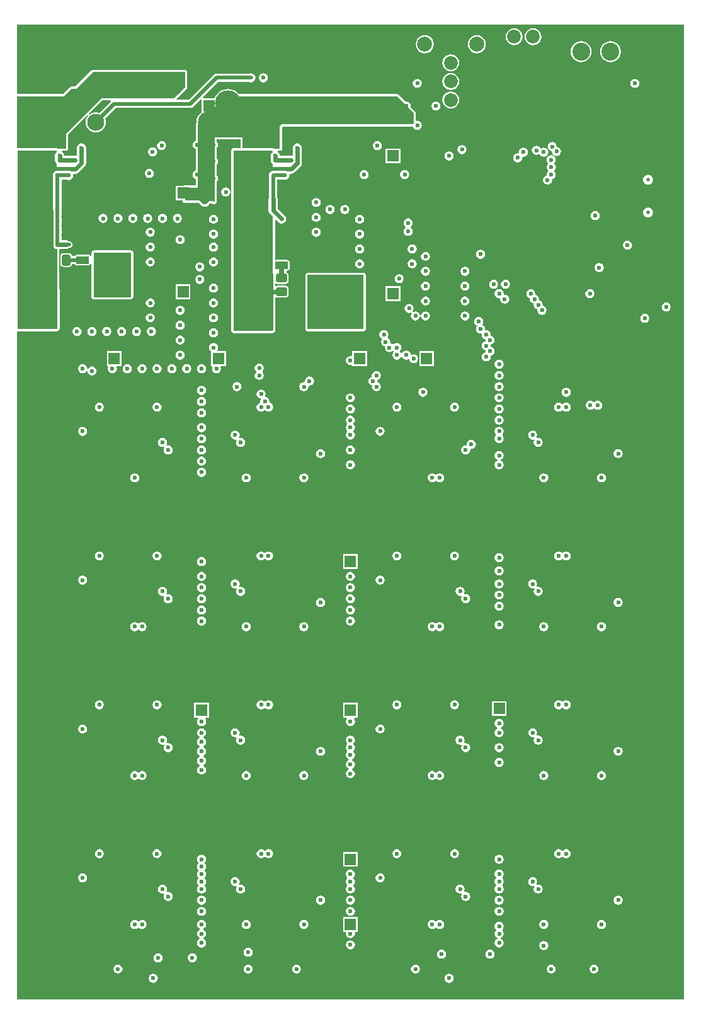
<source format=gbl>
%FSLAX44Y44*%
%MOMM*%
G71*
G01*
G75*
G04 Layer_Physical_Order=4*
G04 Layer_Color=21504*
G04:AMPARAMS|DCode=10|XSize=1mm|YSize=0.9mm|CornerRadius=0.198mm|HoleSize=0mm|Usage=FLASHONLY|Rotation=180.000|XOffset=0mm|YOffset=0mm|HoleType=Round|Shape=RoundedRectangle|*
%AMROUNDEDRECTD10*
21,1,1.0000,0.5040,0,0,180.0*
21,1,0.6040,0.9000,0,0,180.0*
1,1,0.3960,-0.3020,0.2520*
1,1,0.3960,0.3020,0.2520*
1,1,0.3960,0.3020,-0.2520*
1,1,0.3960,-0.3020,-0.2520*
%
%ADD10ROUNDEDRECTD10*%
G04:AMPARAMS|DCode=11|XSize=1mm|YSize=0.9mm|CornerRadius=0.198mm|HoleSize=0mm|Usage=FLASHONLY|Rotation=90.000|XOffset=0mm|YOffset=0mm|HoleType=Round|Shape=RoundedRectangle|*
%AMROUNDEDRECTD11*
21,1,1.0000,0.5040,0,0,90.0*
21,1,0.6040,0.9000,0,0,90.0*
1,1,0.3960,0.2520,0.3020*
1,1,0.3960,0.2520,-0.3020*
1,1,0.3960,-0.2520,-0.3020*
1,1,0.3960,-0.2520,0.3020*
%
%ADD11ROUNDEDRECTD11*%
G04:AMPARAMS|DCode=12|XSize=1mm|YSize=0.95mm|CornerRadius=0.1995mm|HoleSize=0mm|Usage=FLASHONLY|Rotation=90.000|XOffset=0mm|YOffset=0mm|HoleType=Round|Shape=RoundedRectangle|*
%AMROUNDEDRECTD12*
21,1,1.0000,0.5510,0,0,90.0*
21,1,0.6010,0.9500,0,0,90.0*
1,1,0.3990,0.2755,0.3005*
1,1,0.3990,0.2755,-0.3005*
1,1,0.3990,-0.2755,-0.3005*
1,1,0.3990,-0.2755,0.3005*
%
%ADD12ROUNDEDRECTD12*%
G04:AMPARAMS|DCode=13|XSize=1.45mm|YSize=1.15mm|CornerRadius=0.2013mm|HoleSize=0mm|Usage=FLASHONLY|Rotation=90.000|XOffset=0mm|YOffset=0mm|HoleType=Round|Shape=RoundedRectangle|*
%AMROUNDEDRECTD13*
21,1,1.4500,0.7475,0,0,90.0*
21,1,1.0475,1.1500,0,0,90.0*
1,1,0.4025,0.3738,0.5238*
1,1,0.4025,0.3738,-0.5238*
1,1,0.4025,-0.3738,-0.5238*
1,1,0.4025,-0.3738,0.5238*
%
%ADD13ROUNDEDRECTD13*%
G04:AMPARAMS|DCode=14|XSize=1.45mm|YSize=1.15mm|CornerRadius=0.2013mm|HoleSize=0mm|Usage=FLASHONLY|Rotation=180.000|XOffset=0mm|YOffset=0mm|HoleType=Round|Shape=RoundedRectangle|*
%AMROUNDEDRECTD14*
21,1,1.4500,0.7475,0,0,180.0*
21,1,1.0475,1.1500,0,0,180.0*
1,1,0.4025,-0.5238,0.3738*
1,1,0.4025,0.5238,0.3738*
1,1,0.4025,0.5238,-0.3738*
1,1,0.4025,-0.5238,-0.3738*
%
%ADD14ROUNDEDRECTD14*%
G04:AMPARAMS|DCode=15|XSize=6.4mm|YSize=10.5mm|CornerRadius=0.128mm|HoleSize=0mm|Usage=FLASHONLY|Rotation=90.000|XOffset=0mm|YOffset=0mm|HoleType=Round|Shape=RoundedRectangle|*
%AMROUNDEDRECTD15*
21,1,6.4000,10.2440,0,0,90.0*
21,1,6.1440,10.5000,0,0,90.0*
1,1,0.2560,5.1220,3.0720*
1,1,0.2560,5.1220,-3.0720*
1,1,0.2560,-5.1220,-3.0720*
1,1,0.2560,-5.1220,3.0720*
%
%ADD15ROUNDEDRECTD15*%
G04:AMPARAMS|DCode=16|XSize=3.95mm|YSize=1.5mm|CornerRadius=0.2475mm|HoleSize=0mm|Usage=FLASHONLY|Rotation=90.000|XOffset=0mm|YOffset=0mm|HoleType=Round|Shape=RoundedRectangle|*
%AMROUNDEDRECTD16*
21,1,3.9500,1.0050,0,0,90.0*
21,1,3.4550,1.5000,0,0,90.0*
1,1,0.4950,0.5025,1.7275*
1,1,0.4950,0.5025,-1.7275*
1,1,0.4950,-0.5025,-1.7275*
1,1,0.4950,-0.5025,1.7275*
%
%ADD16ROUNDEDRECTD16*%
G04:AMPARAMS|DCode=17|XSize=2.85mm|YSize=1mm|CornerRadius=0.2mm|HoleSize=0mm|Usage=FLASHONLY|Rotation=90.000|XOffset=0mm|YOffset=0mm|HoleType=Round|Shape=RoundedRectangle|*
%AMROUNDEDRECTD17*
21,1,2.8500,0.6000,0,0,90.0*
21,1,2.4500,1.0000,0,0,90.0*
1,1,0.4000,0.3000,1.2250*
1,1,0.4000,0.3000,-1.2250*
1,1,0.4000,-0.3000,-1.2250*
1,1,0.4000,-0.3000,1.2250*
%
%ADD17ROUNDEDRECTD17*%
G04:AMPARAMS|DCode=18|XSize=6.45mm|YSize=6mm|CornerRadius=0.21mm|HoleSize=0mm|Usage=FLASHONLY|Rotation=90.000|XOffset=0mm|YOffset=0mm|HoleType=Round|Shape=RoundedRectangle|*
%AMROUNDEDRECTD18*
21,1,6.4500,5.5800,0,0,90.0*
21,1,6.0300,6.0000,0,0,90.0*
1,1,0.4200,2.7900,3.0150*
1,1,0.4200,2.7900,-3.0150*
1,1,0.4200,-2.7900,-3.0150*
1,1,0.4200,-2.7900,3.0150*
%
%ADD18ROUNDEDRECTD18*%
%ADD19O,1.3500X0.5000*%
G04:AMPARAMS|DCode=20|XSize=3mm|YSize=1.65mm|CornerRadius=0.1073mm|HoleSize=0mm|Usage=FLASHONLY|Rotation=90.000|XOffset=0mm|YOffset=0mm|HoleType=Round|Shape=RoundedRectangle|*
%AMROUNDEDRECTD20*
21,1,3.0000,1.4355,0,0,90.0*
21,1,2.7855,1.6500,0,0,90.0*
1,1,0.2145,0.7178,1.3927*
1,1,0.2145,0.7178,-1.3927*
1,1,0.2145,-0.7178,-1.3927*
1,1,0.2145,-0.7178,1.3927*
%
%ADD20ROUNDEDRECTD20*%
G04:AMPARAMS|DCode=21|XSize=1mm|YSize=0.45mm|CornerRadius=0.1125mm|HoleSize=0mm|Usage=FLASHONLY|Rotation=0.000|XOffset=0mm|YOffset=0mm|HoleType=Round|Shape=RoundedRectangle|*
%AMROUNDEDRECTD21*
21,1,1.0000,0.2250,0,0,0.0*
21,1,0.7750,0.4500,0,0,0.0*
1,1,0.2250,0.3875,-0.1125*
1,1,0.2250,-0.3875,-0.1125*
1,1,0.2250,-0.3875,0.1125*
1,1,0.2250,0.3875,0.1125*
%
%ADD21ROUNDEDRECTD21*%
G04:AMPARAMS|DCode=22|XSize=0.7mm|YSize=0.25mm|CornerRadius=0.0838mm|HoleSize=0mm|Usage=FLASHONLY|Rotation=0.000|XOffset=0mm|YOffset=0mm|HoleType=Round|Shape=RoundedRectangle|*
%AMROUNDEDRECTD22*
21,1,0.7000,0.0825,0,0,0.0*
21,1,0.5325,0.2500,0,0,0.0*
1,1,0.1675,0.2662,-0.0413*
1,1,0.1675,-0.2662,-0.0413*
1,1,0.1675,-0.2662,0.0413*
1,1,0.1675,0.2662,0.0413*
%
%ADD22ROUNDEDRECTD22*%
G04:AMPARAMS|DCode=23|XSize=1.35mm|YSize=1.65mm|CornerRadius=0.27mm|HoleSize=0mm|Usage=FLASHONLY|Rotation=90.000|XOffset=0mm|YOffset=0mm|HoleType=Round|Shape=RoundedRectangle|*
%AMROUNDEDRECTD23*
21,1,1.3500,1.1100,0,0,90.0*
21,1,0.8100,1.6500,0,0,90.0*
1,1,0.5400,0.5550,0.4050*
1,1,0.5400,0.5550,-0.4050*
1,1,0.5400,-0.5550,-0.4050*
1,1,0.5400,-0.5550,0.4050*
%
%ADD23ROUNDEDRECTD23*%
G04:AMPARAMS|DCode=24|XSize=1.2mm|YSize=1.2mm|CornerRadius=0.198mm|HoleSize=0mm|Usage=FLASHONLY|Rotation=270.000|XOffset=0mm|YOffset=0mm|HoleType=Round|Shape=RoundedRectangle|*
%AMROUNDEDRECTD24*
21,1,1.2000,0.8040,0,0,270.0*
21,1,0.8040,1.2000,0,0,270.0*
1,1,0.3960,-0.4020,-0.4020*
1,1,0.3960,-0.4020,0.4020*
1,1,0.3960,0.4020,0.4020*
1,1,0.3960,0.4020,-0.4020*
%
%ADD24ROUNDEDRECTD24*%
G04:AMPARAMS|DCode=25|XSize=1.2mm|YSize=1.2mm|CornerRadius=0.198mm|HoleSize=0mm|Usage=FLASHONLY|Rotation=0.000|XOffset=0mm|YOffset=0mm|HoleType=Round|Shape=RoundedRectangle|*
%AMROUNDEDRECTD25*
21,1,1.2000,0.8040,0,0,0.0*
21,1,0.8040,1.2000,0,0,0.0*
1,1,0.3960,0.4020,-0.4020*
1,1,0.3960,-0.4020,-0.4020*
1,1,0.3960,-0.4020,0.4020*
1,1,0.3960,0.4020,0.4020*
%
%ADD25ROUNDEDRECTD25*%
G04:AMPARAMS|DCode=26|XSize=1.75mm|YSize=1.05mm|CornerRadius=0.1995mm|HoleSize=0mm|Usage=FLASHONLY|Rotation=270.000|XOffset=0mm|YOffset=0mm|HoleType=Round|Shape=RoundedRectangle|*
%AMROUNDEDRECTD26*
21,1,1.7500,0.6510,0,0,270.0*
21,1,1.3510,1.0500,0,0,270.0*
1,1,0.3990,-0.3255,-0.6755*
1,1,0.3990,-0.3255,0.6755*
1,1,0.3990,0.3255,0.6755*
1,1,0.3990,0.3255,-0.6755*
%
%ADD26ROUNDEDRECTD26*%
%ADD27O,0.5000X1.3500*%
G04:AMPARAMS|DCode=28|XSize=6.5mm|YSize=5mm|CornerRadius=0.25mm|HoleSize=0mm|Usage=FLASHONLY|Rotation=90.000|XOffset=0mm|YOffset=0mm|HoleType=Round|Shape=RoundedRectangle|*
%AMROUNDEDRECTD28*
21,1,6.5000,4.5000,0,0,90.0*
21,1,6.0000,5.0000,0,0,90.0*
1,1,0.5000,2.2500,3.0000*
1,1,0.5000,2.2500,-3.0000*
1,1,0.5000,-2.2500,-3.0000*
1,1,0.5000,-2.2500,3.0000*
%
%ADD28ROUNDEDRECTD28*%
G04:AMPARAMS|DCode=29|XSize=1.05mm|YSize=0.65mm|CornerRadius=0.2015mm|HoleSize=0mm|Usage=FLASHONLY|Rotation=180.000|XOffset=0mm|YOffset=0mm|HoleType=Round|Shape=RoundedRectangle|*
%AMROUNDEDRECTD29*
21,1,1.0500,0.2470,0,0,180.0*
21,1,0.6470,0.6500,0,0,180.0*
1,1,0.4030,-0.3235,0.1235*
1,1,0.4030,0.3235,0.1235*
1,1,0.4030,0.3235,-0.1235*
1,1,0.4030,-0.3235,-0.1235*
%
%ADD29ROUNDEDRECTD29*%
G04:AMPARAMS|DCode=30|XSize=1mm|YSize=0.95mm|CornerRadius=0.1995mm|HoleSize=0mm|Usage=FLASHONLY|Rotation=0.000|XOffset=0mm|YOffset=0mm|HoleType=Round|Shape=RoundedRectangle|*
%AMROUNDEDRECTD30*
21,1,1.0000,0.5510,0,0,0.0*
21,1,0.6010,0.9500,0,0,0.0*
1,1,0.3990,0.3005,-0.2755*
1,1,0.3990,-0.3005,-0.2755*
1,1,0.3990,-0.3005,0.2755*
1,1,0.3990,0.3005,0.2755*
%
%ADD30ROUNDEDRECTD30*%
%ADD31C,0.4000*%
%ADD32C,0.0500*%
G04:AMPARAMS|DCode=33|XSize=2.3mm|YSize=0.5mm|CornerRadius=0.2mm|HoleSize=0mm|Usage=FLASHONLY|Rotation=180.000|XOffset=0mm|YOffset=0mm|HoleType=Round|Shape=RoundedRectangle|*
%AMROUNDEDRECTD33*
21,1,2.3000,0.1000,0,0,180.0*
21,1,1.9000,0.5000,0,0,180.0*
1,1,0.4000,-0.9500,0.0500*
1,1,0.4000,0.9500,0.0500*
1,1,0.4000,0.9500,-0.0500*
1,1,0.4000,-0.9500,-0.0500*
%
%ADD33ROUNDEDRECTD33*%
G04:AMPARAMS|DCode=34|XSize=2.5mm|YSize=2mm|CornerRadius=0.2mm|HoleSize=0mm|Usage=FLASHONLY|Rotation=180.000|XOffset=0mm|YOffset=0mm|HoleType=Round|Shape=RoundedRectangle|*
%AMROUNDEDRECTD34*
21,1,2.5000,1.6000,0,0,180.0*
21,1,2.1000,2.0000,0,0,180.0*
1,1,0.4000,-1.0500,0.8000*
1,1,0.4000,1.0500,0.8000*
1,1,0.4000,1.0500,-0.8000*
1,1,0.4000,-1.0500,-0.8000*
%
%ADD34ROUNDEDRECTD34*%
G04:AMPARAMS|DCode=35|XSize=1.1mm|YSize=0.6mm|CornerRadius=0.201mm|HoleSize=0mm|Usage=FLASHONLY|Rotation=270.000|XOffset=0mm|YOffset=0mm|HoleType=Round|Shape=RoundedRectangle|*
%AMROUNDEDRECTD35*
21,1,1.1000,0.1980,0,0,270.0*
21,1,0.6980,0.6000,0,0,270.0*
1,1,0.4020,-0.0990,-0.3490*
1,1,0.4020,-0.0990,0.3490*
1,1,0.4020,0.0990,0.3490*
1,1,0.4020,0.0990,-0.3490*
%
%ADD35ROUNDEDRECTD35*%
%ADD36C,1.0000*%
%ADD37O,0.3000X1.5000*%
%ADD38O,1.5000X0.3000*%
G04:AMPARAMS|DCode=39|XSize=4.9mm|YSize=1.6mm|CornerRadius=0.2mm|HoleSize=0mm|Usage=FLASHONLY|Rotation=180.000|XOffset=0mm|YOffset=0mm|HoleType=Round|Shape=RoundedRectangle|*
%AMROUNDEDRECTD39*
21,1,4.9000,1.2000,0,0,180.0*
21,1,4.5000,1.6000,0,0,180.0*
1,1,0.4000,-2.2500,0.6000*
1,1,0.4000,2.2500,0.6000*
1,1,0.4000,2.2500,-0.6000*
1,1,0.4000,-2.2500,-0.6000*
%
%ADD39ROUNDEDRECTD39*%
%ADD40R,1.3000X1.3000*%
%ADD41C,1.3000*%
%ADD42O,1.5500X0.6000*%
G04:AMPARAMS|DCode=43|XSize=1.75mm|YSize=1.05mm|CornerRadius=0.1995mm|HoleSize=0mm|Usage=FLASHONLY|Rotation=0.000|XOffset=0mm|YOffset=0mm|HoleType=Round|Shape=RoundedRectangle|*
%AMROUNDEDRECTD43*
21,1,1.7500,0.6510,0,0,0.0*
21,1,1.3510,1.0500,0,0,0.0*
1,1,0.3990,0.6755,-0.3255*
1,1,0.3990,-0.6755,-0.3255*
1,1,0.3990,-0.6755,0.3255*
1,1,0.3990,0.6755,0.3255*
%
%ADD43ROUNDEDRECTD43*%
%ADD44C,0.6000*%
%ADD45O,0.6000X1.5500*%
%ADD46C,0.2500*%
%ADD47C,0.6000*%
%ADD48C,0.5000*%
%ADD49C,0.5500*%
%ADD50C,0.4000*%
%ADD51C,0.4500*%
%ADD52C,0.8000*%
%ADD53C,1.0000*%
%ADD54C,0.2540*%
%ADD55C,1.6000*%
%ADD56R,1.6000X1.6000*%
%ADD57C,6.0000*%
%ADD58C,2.3000*%
%ADD59C,3.0000*%
%ADD60C,3.5000*%
%ADD61C,1.8500*%
%ADD62C,2.4000*%
%ADD63C,0.5000*%
%ADD64C,2.0000*%
%ADD65R,1.6000X1.6000*%
%ADD66C,0.3000*%
%ADD67C,2.0000*%
%ADD68C,1.8000*%
%ADD69C,0.7000*%
G36*
X885000Y1442500D02*
Y1429317D01*
X884348Y1428341D01*
X884181Y1427500D01*
X708311D01*
X705000Y1425000D01*
Y1395000D01*
X696775D01*
X696287Y1395326D01*
X696282Y1395327D01*
X696277Y1395330D01*
X695697Y1395443D01*
X695117Y1395559D01*
X655000D01*
Y1410000D01*
X617500D01*
Y1323722D01*
X616380Y1323124D01*
X614841Y1324152D01*
X612500Y1324617D01*
X610159Y1324152D01*
X608174Y1322826D01*
X606848Y1320841D01*
X606681Y1320000D01*
X602500D01*
X597500Y1325000D01*
X577500D01*
Y1342500D01*
X595000D01*
Y1427500D01*
X632500Y1465000D01*
X862500D01*
X885000Y1442500D01*
D02*
G37*
G36*
X577500Y1477500D02*
X562500Y1462500D01*
X465000D01*
X417500Y1415000D01*
Y1395000D01*
X406776D01*
X406288Y1395326D01*
X406282Y1395327D01*
X406278Y1395330D01*
X405698Y1395443D01*
X405117Y1395559D01*
X353000D01*
X352354Y1395430D01*
X351372Y1396236D01*
Y1465000D01*
X415000D01*
X425000Y1475000D01*
X431368D01*
X453868Y1497500D01*
X577500D01*
Y1477500D01*
D02*
G37*
G36*
X1248628Y1145000D02*
X1248628Y1145000D01*
X1248628D01*
Y665000D01*
Y251372D01*
X351372D01*
Y1147500D01*
X351372Y1147500D01*
X351372Y1147500D01*
Y1147500D01*
Y1148764D01*
X352354Y1149570D01*
X353000Y1149441D01*
X405101D01*
X405104Y1149442D01*
X405107Y1149441D01*
X405690Y1149558D01*
X406272Y1149674D01*
X406274Y1149676D01*
X406277Y1149676D01*
X406768Y1150006D01*
X407264Y1150337D01*
X407266Y1150340D01*
X407268Y1150341D01*
X408164Y1151241D01*
X408166Y1151243D01*
X408168Y1151245D01*
X408499Y1151744D01*
X408825Y1152234D01*
X408826Y1152237D01*
X408828Y1152240D01*
X408941Y1152822D01*
X409056Y1153405D01*
X409056Y1153408D01*
X409056Y1153411D01*
X408668Y1258933D01*
X409564Y1259833D01*
X417495D01*
X417499Y1259832D01*
X419840Y1260297D01*
X421432Y1261361D01*
X421749D01*
X423505Y1261710D01*
X424994Y1262705D01*
X425988Y1264193D01*
X426338Y1265949D01*
X425988Y1267705D01*
X424994Y1269193D01*
X423505Y1270188D01*
X421749Y1270537D01*
X421434D01*
X419841Y1271602D01*
X417500Y1272067D01*
X411981D01*
X411725Y1272118D01*
X411608Y1272214D01*
Y1297594D01*
X411653Y1297660D01*
X412118Y1300001D01*
X411653Y1302342D01*
X411608Y1302408D01*
Y1325094D01*
X411653Y1325160D01*
X412118Y1327501D01*
X411863Y1328782D01*
Y1352307D01*
X412845Y1353112D01*
X414000Y1352883D01*
X416341Y1353348D01*
X416408Y1353393D01*
X418467D01*
X418909Y1353098D01*
X421250Y1352632D01*
X423591Y1353098D01*
X425576Y1354424D01*
X426902Y1356409D01*
X427368Y1358750D01*
X427089Y1360152D01*
X427895Y1361133D01*
X430501D01*
X432842Y1361599D01*
X434826Y1362925D01*
X442826Y1370925D01*
X444153Y1372910D01*
X444618Y1375251D01*
Y1380001D01*
Y1387751D01*
Y1395751D01*
X444153Y1398092D01*
X442826Y1400076D01*
X440842Y1401403D01*
X438501Y1401868D01*
X436160Y1401403D01*
X434175Y1400076D01*
X432849Y1398092D01*
X432383Y1395751D01*
Y1387751D01*
Y1385895D01*
X431401Y1385090D01*
X430001Y1385368D01*
X415118D01*
Y1385501D01*
X414653Y1387842D01*
X413326Y1389827D01*
X411981Y1390726D01*
X412349Y1391941D01*
X417500D01*
X418671Y1392174D01*
X419663Y1392837D01*
X420326Y1393829D01*
X420559Y1395000D01*
Y1413733D01*
X446111Y1439285D01*
X447066Y1438448D01*
X445808Y1436808D01*
X444448Y1433524D01*
X443983Y1430000D01*
X444448Y1426476D01*
X445808Y1423192D01*
X447972Y1420372D01*
X450792Y1418208D01*
X454076Y1416848D01*
X457600Y1416384D01*
X461124Y1416848D01*
X464408Y1418208D01*
X467228Y1420372D01*
X469392Y1423192D01*
X470752Y1426476D01*
X471217Y1430000D01*
X470752Y1433524D01*
X470255Y1434725D01*
X484923Y1449392D01*
X585000D01*
X587146Y1449819D01*
X588965Y1451035D01*
X588965Y1451035D01*
X588965Y1451035D01*
X598827Y1460896D01*
X600000Y1460410D01*
Y1443785D01*
X597921Y1442079D01*
X595797Y1439490D01*
X594218Y1436537D01*
X593246Y1433333D01*
X592918Y1430000D01*
X592941Y1429767D01*
X592837Y1429663D01*
X592174Y1428671D01*
X591941Y1427500D01*
X591941Y1427500D01*
Y1405708D01*
X591659Y1405652D01*
X589674Y1404326D01*
X588348Y1402341D01*
X587882Y1400000D01*
X588348Y1397659D01*
X589674Y1395674D01*
X591659Y1394348D01*
X591941Y1394292D01*
Y1380001D01*
Y1365708D01*
X591659Y1365652D01*
X589674Y1364326D01*
X588348Y1362341D01*
X587882Y1360000D01*
X588348Y1357659D01*
X589674Y1355674D01*
X591659Y1354348D01*
X591941Y1354292D01*
Y1345559D01*
X577500D01*
X576329Y1345326D01*
X575842Y1345000D01*
X565000D01*
Y1325000D01*
X574441D01*
Y1325000D01*
X574674Y1323829D01*
X575337Y1322837D01*
X576329Y1322174D01*
X577500Y1321941D01*
X596233D01*
X600337Y1317837D01*
X601329Y1317174D01*
X602500Y1316941D01*
X602500Y1316941D01*
X606681D01*
X606976Y1317000D01*
X607277D01*
X607556Y1317115D01*
X607851Y1317174D01*
X608102Y1317341D01*
X608380Y1317457D01*
X608593Y1317670D01*
X608844Y1317837D01*
X609011Y1318088D01*
X609224Y1318301D01*
X609339Y1318579D01*
X609507Y1318829D01*
X609566Y1319125D01*
X609681Y1319403D01*
X609729Y1319648D01*
X610379Y1320621D01*
X611352Y1321271D01*
X612500Y1321499D01*
X613648Y1321271D01*
X614016Y1321025D01*
X614680Y1320580D01*
X615096Y1320408D01*
X615492Y1320197D01*
X615643Y1320182D01*
X615783Y1320124D01*
X616232Y1320124D01*
X616680Y1320080D01*
X616825Y1320124D01*
X616977D01*
X617392Y1320296D01*
X617822Y1320426D01*
X618942Y1321025D01*
X619289Y1321310D01*
X619663Y1321559D01*
X619747Y1321686D01*
X619864Y1321782D01*
X620076Y1322178D01*
X620326Y1322552D01*
X620355Y1322701D01*
X620427Y1322834D01*
X620471Y1323282D01*
X620559Y1323722D01*
Y1351023D01*
X621652Y1352659D01*
X622118Y1355000D01*
X621652Y1357341D01*
X620559Y1358977D01*
Y1373523D01*
X621652Y1375159D01*
X622118Y1377500D01*
X621652Y1379841D01*
X620559Y1381477D01*
Y1396023D01*
X621652Y1397659D01*
X622118Y1400000D01*
X621652Y1402341D01*
X620559Y1403977D01*
Y1406941D01*
X651941D01*
Y1395559D01*
X642999D01*
X641829Y1395326D01*
X640836Y1394663D01*
X640173Y1393671D01*
X639941Y1392500D01*
Y1380001D01*
Y1150751D01*
Y1150000D01*
X640173Y1148829D01*
X640836Y1147837D01*
X641829Y1147174D01*
X642999Y1146941D01*
X695100D01*
X695103Y1146942D01*
X695106Y1146941D01*
X695685Y1147058D01*
X696271Y1147174D01*
X696273Y1147176D01*
X696276Y1147176D01*
X696763Y1147503D01*
X697263Y1147837D01*
X697265Y1147840D01*
X697267Y1147841D01*
X698164Y1148741D01*
X698165Y1148743D01*
X698167Y1148745D01*
X698496Y1149241D01*
X698825Y1149734D01*
X698825Y1149737D01*
X698827Y1149740D01*
X698940Y1150318D01*
X699055Y1150905D01*
X699055Y1150908D01*
X699055Y1150911D01*
X698895Y1195089D01*
X700014Y1195689D01*
X700697Y1195233D01*
X702262Y1194921D01*
X712738D01*
X714303Y1195233D01*
X715630Y1196120D01*
X716517Y1197447D01*
X716829Y1199013D01*
Y1206488D01*
X716517Y1208053D01*
X715630Y1209380D01*
X714303Y1210267D01*
X712738Y1210579D01*
X702262D01*
X700982Y1210324D01*
D01*
X700697Y1210267D01*
X699960Y1209775D01*
X698839Y1210371D01*
X698829Y1213133D01*
X699948Y1213733D01*
X700697Y1213233D01*
X702262Y1212921D01*
X712738D01*
X714303Y1213233D01*
X715630Y1214120D01*
X716517Y1215447D01*
X716829Y1217012D01*
Y1224488D01*
X716517Y1226053D01*
X715630Y1227380D01*
X714303Y1228267D01*
X714056Y1228316D01*
Y1230672D01*
X714255D01*
X715814Y1230982D01*
X717135Y1231865D01*
X718018Y1233186D01*
X718328Y1234745D01*
Y1241255D01*
X718018Y1242814D01*
X717135Y1244135D01*
X715814Y1245018D01*
X714255Y1245328D01*
X700745D01*
X699693Y1245119D01*
X698709Y1245923D01*
X698516Y1299022D01*
X699688Y1299510D01*
X701173Y1298025D01*
D01*
X701539Y1297660D01*
X703174Y1296024D01*
X703174Y1296024D01*
X705159Y1294698D01*
X707500Y1294232D01*
X709841Y1294698D01*
X711826Y1296024D01*
X713152Y1298009D01*
X713617Y1300350D01*
X713152Y1302691D01*
X711826Y1304676D01*
X702117Y1314384D01*
Y1327500D01*
X701863Y1328782D01*
Y1353137D01*
X703718D01*
X705000Y1352883D01*
X706282Y1353137D01*
X710718D01*
X712000Y1352883D01*
X714341Y1353348D01*
X716326Y1354674D01*
X717652Y1356659D01*
X718118Y1359000D01*
X717889Y1360151D01*
X718694Y1361133D01*
X720500D01*
X722841Y1361598D01*
X724826Y1362924D01*
X732826Y1370924D01*
X734152Y1372909D01*
X734617Y1375250D01*
Y1380000D01*
Y1387750D01*
Y1395750D01*
X734152Y1398091D01*
X732826Y1400076D01*
X730841Y1401402D01*
X728500Y1401868D01*
X726159Y1401402D01*
X724174Y1400076D01*
X722848Y1398091D01*
X722383Y1395750D01*
Y1387750D01*
Y1385895D01*
X721401Y1385089D01*
X720000Y1385367D01*
X705117D01*
Y1385500D01*
X704652Y1387841D01*
X703326Y1389826D01*
X701979Y1390726D01*
X702347Y1391941D01*
X705000D01*
X706171Y1392174D01*
X707163Y1392837D01*
X707826Y1393829D01*
X708059Y1395000D01*
Y1423477D01*
X709336Y1424441D01*
X884181D01*
X884194Y1424432D01*
X884348Y1423659D01*
X885674Y1421674D01*
X887659Y1420348D01*
X890000Y1419883D01*
X892341Y1420348D01*
X894326Y1421674D01*
X895652Y1423659D01*
X896117Y1426000D01*
X895652Y1428341D01*
X894326Y1430326D01*
X892341Y1431652D01*
X890000Y1432117D01*
X889041Y1431927D01*
X888059Y1432732D01*
Y1442500D01*
X888059Y1442500D01*
X887826Y1443671D01*
X887163Y1444663D01*
X887163Y1444663D01*
X880903Y1450923D01*
X881117Y1452000D01*
X880652Y1454341D01*
X879326Y1456326D01*
X877341Y1457652D01*
X875000Y1458118D01*
X873923Y1457903D01*
X864663Y1467163D01*
X863671Y1467826D01*
X862500Y1468059D01*
X862500Y1468059D01*
X650237D01*
X649255Y1469255D01*
X646286Y1471692D01*
X642898Y1473503D01*
X639223Y1474618D01*
X635400Y1474994D01*
X631577Y1474618D01*
X627902Y1473503D01*
X624514Y1471692D01*
X621545Y1469255D01*
X619108Y1466286D01*
X617297Y1462898D01*
X617176Y1462500D01*
X602090D01*
X601604Y1463673D01*
X622323Y1484392D01*
X663593D01*
X663659Y1484348D01*
X666000Y1483882D01*
X668341Y1484348D01*
X669004Y1484791D01*
X669146Y1484819D01*
X670965Y1486035D01*
X672181Y1487854D01*
X672608Y1490000D01*
X672181Y1492146D01*
X670965Y1493965D01*
X669146Y1495181D01*
X669004Y1495209D01*
X668341Y1495652D01*
X666000Y1496118D01*
X663659Y1495652D01*
X663593Y1495608D01*
X620000D01*
X617854Y1495181D01*
X616035Y1493965D01*
X582677Y1460608D01*
X566593D01*
X566107Y1461781D01*
X579663Y1475337D01*
X580326Y1476329D01*
X580559Y1477500D01*
X580559Y1477500D01*
Y1497500D01*
X580326Y1498671D01*
X579663Y1499663D01*
X578671Y1500326D01*
X577500Y1500559D01*
X453868D01*
X453868Y1500559D01*
X452697Y1500326D01*
X451705Y1499663D01*
X451705Y1499663D01*
X430101Y1478059D01*
X425000D01*
X425000Y1478059D01*
X423829Y1477826D01*
X422837Y1477163D01*
X422837Y1477163D01*
X413733Y1468059D01*
X351372D01*
Y1561628D01*
X1248628D01*
Y1145000D01*
D02*
G37*
G36*
X477937Y1458268D02*
X462325Y1442655D01*
X461124Y1443152D01*
X457600Y1443616D01*
X454076Y1443152D01*
X450792Y1441792D01*
X449152Y1440534D01*
X448315Y1441489D01*
X466267Y1459441D01*
X477451D01*
X477937Y1458268D01*
D02*
G37*
G36*
X405126Y1390128D02*
X404675Y1389827D01*
X403349Y1387842D01*
X402883Y1385501D01*
Y1379251D01*
X403349Y1376910D01*
X404675Y1374925D01*
X405183Y1374585D01*
X405219Y1364963D01*
X403660Y1364653D01*
X401675Y1363327D01*
X400349Y1361342D01*
X399883Y1359001D01*
X400138Y1357719D01*
Y1328782D01*
X399883Y1327501D01*
X400349Y1325160D01*
X400393Y1325094D01*
Y1311999D01*
X400999D01*
Y1262686D01*
X401675Y1261675D01*
X401705Y1261655D01*
X401726Y1261624D01*
X403710Y1260298D01*
X405605Y1259921D01*
X405997Y1153400D01*
X405101Y1152500D01*
X353000D01*
Y1392500D01*
X405117D01*
X405126Y1390128D01*
D02*
G37*
G36*
X695125Y1390127D02*
X694674Y1389826D01*
X693348Y1387841D01*
X692883Y1385500D01*
Y1379250D01*
X693348Y1376909D01*
X694674Y1374924D01*
X695182Y1374585D01*
X695218Y1364707D01*
X693756Y1364416D01*
X691854Y1363145D01*
X690584Y1361243D01*
X690137Y1359000D01*
Y1328782D01*
X689883Y1327500D01*
Y1311850D01*
X690348Y1309509D01*
X691674Y1307524D01*
X695440Y1303759D01*
X695997Y1150900D01*
X695100Y1150000D01*
X642999D01*
Y1392500D01*
X695117D01*
X695125Y1390127D01*
D02*
G37*
%LPC*%
G36*
X547501Y806120D02*
X545160Y805654D01*
X543176Y804328D01*
X541849Y802343D01*
X541384Y800002D01*
X541849Y797661D01*
X543176Y795676D01*
X545160Y794350D01*
X547501Y793885D01*
X549193Y794221D01*
X549899Y793165D01*
X549348Y792341D01*
X548882Y790000D01*
X549348Y787659D01*
X550674Y785674D01*
X552659Y784348D01*
X555000Y783883D01*
X557341Y784348D01*
X559326Y785674D01*
X560652Y787659D01*
X561118Y790000D01*
X560652Y792341D01*
X559326Y794326D01*
X557341Y795652D01*
X555000Y796117D01*
X553308Y795781D01*
X552603Y796837D01*
X553153Y797661D01*
X553619Y800002D01*
X553153Y802343D01*
X551827Y804328D01*
X549842Y805654D01*
X547501Y806120D01*
D02*
G37*
G36*
X600000Y796117D02*
X597659Y795652D01*
X595674Y794326D01*
X594348Y792341D01*
X593882Y790000D01*
X594348Y787659D01*
X595674Y785674D01*
X597659Y784348D01*
X600000Y783883D01*
X602341Y784348D01*
X604326Y785674D01*
X605652Y787659D01*
X606118Y790000D01*
X605652Y792341D01*
X604326Y794326D01*
X602341Y795652D01*
X600000Y796117D01*
D02*
G37*
G36*
X1000000Y786117D02*
X997659Y785652D01*
X995674Y784326D01*
X994348Y782341D01*
X993883Y780000D01*
X994348Y777659D01*
X995674Y775674D01*
X997659Y774348D01*
X1000000Y773883D01*
X1002341Y774348D01*
X1004326Y775674D01*
X1005652Y777659D01*
X1006117Y780000D01*
X1005652Y782341D01*
X1004326Y784326D01*
X1002341Y785652D01*
X1000000Y786117D01*
D02*
G37*
G36*
X760000Y791117D02*
X757659Y790652D01*
X755674Y789326D01*
X754348Y787341D01*
X753883Y785000D01*
X754348Y782659D01*
X755674Y780674D01*
X757659Y779348D01*
X760000Y778882D01*
X762341Y779348D01*
X764326Y780674D01*
X765652Y782659D01*
X766117Y785000D01*
X765652Y787341D01*
X764326Y789326D01*
X762341Y790652D01*
X760000Y791117D01*
D02*
G37*
G36*
X1160000D02*
X1157659Y790652D01*
X1155674Y789326D01*
X1154348Y787341D01*
X1153883Y785000D01*
X1154348Y782659D01*
X1155674Y780674D01*
X1157659Y779348D01*
X1160000Y778882D01*
X1162341Y779348D01*
X1164326Y780674D01*
X1165652Y782659D01*
X1166118Y785000D01*
X1165652Y787341D01*
X1164326Y789326D01*
X1162341Y790652D01*
X1160000Y791117D01*
D02*
G37*
G36*
X800000Y811117D02*
X797659Y810652D01*
X795674Y809326D01*
X794348Y807341D01*
X793883Y805000D01*
X794348Y802659D01*
X795674Y800674D01*
X797659Y799348D01*
X800000Y798883D01*
X802341Y799348D01*
X804326Y800674D01*
X805652Y802659D01*
X806117Y805000D01*
X805652Y807341D01*
X804326Y809326D01*
X802341Y810652D01*
X800000Y811117D01*
D02*
G37*
G36*
X600000D02*
X597659Y810652D01*
X595674Y809326D01*
X594348Y807341D01*
X593882Y805000D01*
X594348Y802659D01*
X595674Y800674D01*
X597659Y799348D01*
X600000Y798883D01*
X602341Y799348D01*
X604326Y800674D01*
X605652Y802659D01*
X606118Y805000D01*
X605652Y807341D01*
X604326Y809326D01*
X602341Y810652D01*
X600000Y811117D01*
D02*
G37*
G36*
X1000000Y816117D02*
X997659Y815652D01*
X995674Y814326D01*
X994348Y812341D01*
X993883Y810000D01*
X994348Y807659D01*
X995674Y805674D01*
X997659Y804348D01*
X1000000Y803883D01*
X1002341Y804348D01*
X1004326Y805674D01*
X1005652Y807659D01*
X1006117Y810000D01*
X1005652Y812341D01*
X1004326Y814326D01*
X1002341Y815652D01*
X1000000Y816117D01*
D02*
G37*
G36*
X840000Y821118D02*
X837659Y820652D01*
X835674Y819326D01*
X834348Y817341D01*
X833883Y815000D01*
X834348Y812659D01*
X835674Y810674D01*
X837659Y809348D01*
X840000Y808883D01*
X842341Y809348D01*
X844326Y810674D01*
X845652Y812659D01*
X846117Y815000D01*
X845652Y817341D01*
X844326Y819326D01*
X842341Y820652D01*
X840000Y821118D01*
D02*
G37*
G36*
X440000D02*
X437659Y820652D01*
X435674Y819326D01*
X434348Y817341D01*
X433882Y815000D01*
X434348Y812659D01*
X435674Y810674D01*
X437659Y809348D01*
X440000Y808883D01*
X442341Y809348D01*
X444326Y810674D01*
X445652Y812659D01*
X446118Y815000D01*
X445652Y817341D01*
X444326Y819326D01*
X442341Y820652D01*
X440000Y821118D01*
D02*
G37*
G36*
X947501Y806120D02*
X945160Y805654D01*
X943176Y804328D01*
X941849Y802343D01*
X941384Y800002D01*
X941849Y797661D01*
X943176Y795676D01*
X945160Y794350D01*
X947501Y793885D01*
X949193Y794221D01*
X949899Y793165D01*
X949348Y792341D01*
X948883Y790000D01*
X949348Y787659D01*
X950674Y785674D01*
X952659Y784348D01*
X955000Y783883D01*
X957341Y784348D01*
X959326Y785674D01*
X960652Y787659D01*
X961118Y790000D01*
X960652Y792341D01*
X959326Y794326D01*
X957341Y795652D01*
X955000Y796117D01*
X953308Y795781D01*
X952603Y796837D01*
X953153Y797661D01*
X953619Y800002D01*
X953153Y802343D01*
X951827Y804328D01*
X949842Y805654D01*
X947501Y806120D01*
D02*
G37*
G36*
X800000Y796117D02*
X797659Y795652D01*
X795674Y794326D01*
X794348Y792341D01*
X793883Y790000D01*
X794348Y787659D01*
X795674Y785674D01*
X797659Y784348D01*
X800000Y783883D01*
X802341Y784348D01*
X804326Y785674D01*
X805652Y787659D01*
X806117Y790000D01*
X805652Y792341D01*
X804326Y794326D01*
X802341Y795652D01*
X800000Y796117D01*
D02*
G37*
G36*
X1000000Y801117D02*
X997659Y800652D01*
X995674Y799326D01*
X994348Y797341D01*
X993883Y795000D01*
X994348Y792659D01*
X995674Y790674D01*
X997659Y789348D01*
X1000000Y788883D01*
X1002341Y789348D01*
X1004326Y790674D01*
X1005652Y792659D01*
X1006117Y795000D01*
X1005652Y797341D01*
X1004326Y799326D01*
X1002341Y800652D01*
X1000000Y801117D01*
D02*
G37*
G36*
X1045000Y816117D02*
X1042659Y815652D01*
X1040674Y814326D01*
X1039348Y812341D01*
X1038883Y810000D01*
X1039348Y807659D01*
X1040674Y805674D01*
X1042659Y804348D01*
X1045000Y803883D01*
X1046692Y804219D01*
X1047397Y803163D01*
X1046847Y802339D01*
X1046381Y799998D01*
X1046847Y797657D01*
X1048173Y795672D01*
X1050158Y794346D01*
X1052499Y793880D01*
X1054840Y794346D01*
X1056824Y795672D01*
X1058151Y797657D01*
X1058616Y799998D01*
X1058151Y802339D01*
X1056824Y804324D01*
X1054840Y805650D01*
X1052499Y806115D01*
X1050807Y805779D01*
X1050101Y806835D01*
X1050652Y807659D01*
X1051117Y810000D01*
X1050652Y812341D01*
X1049326Y814326D01*
X1047341Y815652D01*
X1045000Y816117D01*
D02*
G37*
G36*
X645000D02*
X642659Y815652D01*
X640674Y814326D01*
X639348Y812341D01*
X638882Y810000D01*
X639348Y807659D01*
X640674Y805674D01*
X642659Y804348D01*
X645000Y803883D01*
X646692Y804219D01*
X647397Y803163D01*
X646847Y802339D01*
X646381Y799998D01*
X646847Y797657D01*
X648173Y795672D01*
X650158Y794346D01*
X652499Y793880D01*
X654840Y794346D01*
X656824Y795672D01*
X658151Y797657D01*
X658616Y799998D01*
X658151Y802339D01*
X656824Y804324D01*
X654840Y805650D01*
X652499Y806115D01*
X650807Y805779D01*
X650101Y806835D01*
X650652Y807659D01*
X651117Y810000D01*
X650652Y812341D01*
X649326Y814326D01*
X647341Y815652D01*
X645000Y816117D01*
D02*
G37*
G36*
X800000Y781117D02*
X797659Y780652D01*
X795674Y779326D01*
X794348Y777341D01*
X793883Y775000D01*
X794348Y772659D01*
X795674Y770674D01*
X797659Y769348D01*
X800000Y768883D01*
X802341Y769348D01*
X804326Y770674D01*
X805652Y772659D01*
X806117Y775000D01*
X805652Y777341D01*
X804326Y779326D01*
X802341Y780652D01*
X800000Y781117D01*
D02*
G37*
G36*
X862500Y653617D02*
X860159Y653152D01*
X858174Y651826D01*
X856848Y649841D01*
X856383Y647500D01*
X856848Y645159D01*
X858174Y643174D01*
X860159Y641848D01*
X862500Y641383D01*
X864841Y641848D01*
X866826Y643174D01*
X868152Y645159D01*
X868618Y647500D01*
X868152Y649841D01*
X866826Y651826D01*
X864841Y653152D01*
X862500Y653617D01*
D02*
G37*
G36*
X540000D02*
X537659Y653152D01*
X535674Y651826D01*
X534348Y649841D01*
X533882Y647500D01*
X534348Y645159D01*
X535674Y643174D01*
X537659Y641848D01*
X540000Y641383D01*
X542341Y641848D01*
X544326Y643174D01*
X545652Y645159D01*
X546118Y647500D01*
X545652Y649841D01*
X544326Y651826D01*
X542341Y653152D01*
X540000Y653617D01*
D02*
G37*
G36*
X510000Y758618D02*
X507659Y758152D01*
X505674Y756826D01*
X504348Y754841D01*
X503882Y752500D01*
X504348Y750159D01*
X505674Y748174D01*
X507659Y746848D01*
X510000Y746383D01*
X512341Y746848D01*
X514326Y748174D01*
X514365Y748233D01*
X515635D01*
X515674Y748174D01*
X517659Y746848D01*
X520000Y746382D01*
X522341Y746848D01*
X524326Y748174D01*
X525652Y750159D01*
X526118Y752500D01*
X525652Y754841D01*
X524326Y756826D01*
X522341Y758152D01*
X520000Y758617D01*
X517659Y758152D01*
X515674Y756826D01*
X515635Y756767D01*
X514365D01*
X514326Y756826D01*
X512341Y758152D01*
X510000Y758618D01*
D02*
G37*
G36*
X940000Y653617D02*
X937659Y653152D01*
X935674Y651826D01*
X934348Y649841D01*
X933883Y647500D01*
X934348Y645159D01*
X935674Y643174D01*
X937659Y641848D01*
X940000Y641383D01*
X942341Y641848D01*
X944326Y643174D01*
X945652Y645159D01*
X946117Y647500D01*
X945652Y649841D01*
X944326Y651826D01*
X942341Y653152D01*
X940000Y653617D01*
D02*
G37*
G36*
X680000Y653618D02*
X677659Y653152D01*
X675674Y651826D01*
X674348Y649841D01*
X673882Y647500D01*
X674348Y645159D01*
X675674Y643174D01*
X677659Y641848D01*
X680000Y641383D01*
X682341Y641848D01*
X684326Y643174D01*
X684365Y643233D01*
X685635D01*
X685674Y643174D01*
X687659Y641848D01*
X690000Y641382D01*
X692341Y641848D01*
X694326Y643174D01*
X695652Y645159D01*
X696117Y647500D01*
X695652Y649841D01*
X694326Y651826D01*
X692341Y653152D01*
X690000Y653617D01*
X687659Y653152D01*
X685674Y651826D01*
X685635Y651767D01*
X684365D01*
X684326Y651826D01*
X682341Y653152D01*
X680000Y653618D01*
D02*
G37*
G36*
X1010000Y652500D02*
X990000D01*
Y632500D01*
X1010000D01*
Y652500D01*
D02*
G37*
G36*
X462500Y653617D02*
X460159Y653152D01*
X458174Y651826D01*
X456848Y649841D01*
X456382Y647500D01*
X456848Y645159D01*
X458174Y643174D01*
X460159Y641848D01*
X462500Y641383D01*
X464841Y641848D01*
X466826Y643174D01*
X468152Y645159D01*
X468618Y647500D01*
X468152Y649841D01*
X466826Y651826D01*
X464841Y653152D01*
X462500Y653617D01*
D02*
G37*
G36*
X1080000Y653618D02*
X1077659Y653152D01*
X1075674Y651826D01*
X1074348Y649841D01*
X1073883Y647500D01*
X1074348Y645159D01*
X1075674Y643174D01*
X1077659Y641848D01*
X1080000Y641383D01*
X1082341Y641848D01*
X1084326Y643174D01*
X1084365Y643233D01*
X1085635D01*
X1085674Y643174D01*
X1087659Y641848D01*
X1090000Y641382D01*
X1092341Y641848D01*
X1094326Y643174D01*
X1095652Y645159D01*
X1096117Y647500D01*
X1095652Y649841D01*
X1094326Y651826D01*
X1092341Y653152D01*
X1090000Y653617D01*
X1087659Y653152D01*
X1085674Y651826D01*
X1085635Y651767D01*
X1084365D01*
X1084326Y651826D01*
X1082341Y653152D01*
X1080000Y653618D01*
D02*
G37*
G36*
X910000Y758618D02*
X907659Y758152D01*
X905674Y756826D01*
X904348Y754841D01*
X903883Y752500D01*
X904348Y750159D01*
X905674Y748174D01*
X907659Y746848D01*
X910000Y746383D01*
X912341Y746848D01*
X914326Y748174D01*
X914365Y748233D01*
X915635D01*
X915674Y748174D01*
X917659Y746848D01*
X920000Y746382D01*
X922341Y746848D01*
X924326Y748174D01*
X925652Y750159D01*
X926118Y752500D01*
X925652Y754841D01*
X924326Y756826D01*
X922341Y758152D01*
X920000Y758617D01*
X917659Y758152D01*
X915674Y756826D01*
X915635Y756767D01*
X914365D01*
X914326Y756826D01*
X912341Y758152D01*
X910000Y758618D01*
D02*
G37*
G36*
X600000Y766117D02*
X597659Y765652D01*
X595674Y764326D01*
X594348Y762341D01*
X593882Y760000D01*
X594348Y757659D01*
X595674Y755674D01*
X597659Y754348D01*
X600000Y753883D01*
X602341Y754348D01*
X604326Y755674D01*
X605652Y757659D01*
X606118Y760000D01*
X605652Y762341D01*
X604326Y764326D01*
X602341Y765652D01*
X600000Y766117D01*
D02*
G37*
G36*
X1000000Y761117D02*
X997659Y760652D01*
X995674Y759326D01*
X994348Y757341D01*
X993883Y755000D01*
X994348Y752659D01*
X995674Y750674D01*
X997659Y749348D01*
X1000000Y748882D01*
X1002341Y749348D01*
X1004326Y750674D01*
X1005652Y752659D01*
X1006117Y755000D01*
X1005652Y757341D01*
X1004326Y759326D01*
X1002341Y760652D01*
X1000000Y761117D01*
D02*
G37*
G36*
X600000Y781117D02*
X597659Y780652D01*
X595674Y779326D01*
X594348Y777341D01*
X593882Y775000D01*
X594348Y772659D01*
X595674Y770674D01*
X597659Y769348D01*
X600000Y768883D01*
X602341Y769348D01*
X604326Y770674D01*
X605652Y772659D01*
X606118Y775000D01*
X605652Y777341D01*
X604326Y779326D01*
X602341Y780652D01*
X600000Y781117D01*
D02*
G37*
G36*
X800000Y766117D02*
X797659Y765652D01*
X795674Y764326D01*
X794348Y762341D01*
X793883Y760000D01*
X794348Y757659D01*
X795674Y755674D01*
X797659Y754348D01*
X800000Y753883D01*
X802341Y754348D01*
X804326Y755674D01*
X805652Y757659D01*
X806117Y760000D01*
X805652Y762341D01*
X804326Y764326D01*
X802341Y765652D01*
X800000Y766117D01*
D02*
G37*
G36*
X737500Y758617D02*
X735159Y758152D01*
X733174Y756826D01*
X731848Y754841D01*
X731383Y752500D01*
X731848Y750159D01*
X733174Y748174D01*
X735159Y746848D01*
X737500Y746383D01*
X739841Y746848D01*
X741826Y748174D01*
X743152Y750159D01*
X743617Y752500D01*
X743152Y754841D01*
X741826Y756826D01*
X739841Y758152D01*
X737500Y758617D01*
D02*
G37*
G36*
X660000D02*
X657659Y758152D01*
X655674Y756826D01*
X654348Y754841D01*
X653883Y752500D01*
X654348Y750159D01*
X655674Y748174D01*
X657659Y746848D01*
X660000Y746383D01*
X662341Y746848D01*
X664326Y748174D01*
X665652Y750159D01*
X666117Y752500D01*
X665652Y754841D01*
X664326Y756826D01*
X662341Y758152D01*
X660000Y758617D01*
D02*
G37*
G36*
X1137500D02*
X1135159Y758152D01*
X1133174Y756826D01*
X1131848Y754841D01*
X1131383Y752500D01*
X1131848Y750159D01*
X1133174Y748174D01*
X1135159Y746848D01*
X1137500Y746383D01*
X1139841Y746848D01*
X1141826Y748174D01*
X1143152Y750159D01*
X1143618Y752500D01*
X1143152Y754841D01*
X1141826Y756826D01*
X1139841Y758152D01*
X1137500Y758617D01*
D02*
G37*
G36*
X1060000D02*
X1057659Y758152D01*
X1055674Y756826D01*
X1054348Y754841D01*
X1053882Y752500D01*
X1054348Y750159D01*
X1055674Y748174D01*
X1057659Y746848D01*
X1060000Y746383D01*
X1062341Y746848D01*
X1064326Y748174D01*
X1065652Y750159D01*
X1066117Y752500D01*
X1065652Y754841D01*
X1064326Y756826D01*
X1062341Y758152D01*
X1060000Y758617D01*
D02*
G37*
G36*
X1160000Y991117D02*
X1157659Y990652D01*
X1155674Y989326D01*
X1154348Y987341D01*
X1153883Y985000D01*
X1154348Y982659D01*
X1155674Y980674D01*
X1157659Y979348D01*
X1160000Y978882D01*
X1162341Y979348D01*
X1164326Y980674D01*
X1165652Y982659D01*
X1166118Y985000D01*
X1165652Y987341D01*
X1164326Y989326D01*
X1162341Y990652D01*
X1160000Y991117D01*
D02*
G37*
G36*
X760000D02*
X757659Y990652D01*
X755674Y989326D01*
X754348Y987341D01*
X753883Y985000D01*
X754348Y982659D01*
X755674Y980674D01*
X757659Y979348D01*
X760000Y978882D01*
X762341Y979348D01*
X764326Y980674D01*
X765652Y982659D01*
X766117Y985000D01*
X765652Y987341D01*
X764326Y989326D01*
X762341Y990652D01*
X760000Y991117D01*
D02*
G37*
G36*
X600000Y996117D02*
X597659Y995652D01*
X595674Y994326D01*
X594348Y992341D01*
X593882Y990000D01*
X594348Y987659D01*
X595674Y985674D01*
X597659Y984348D01*
X600000Y983883D01*
X602341Y984348D01*
X604326Y985674D01*
X605652Y987659D01*
X606118Y990000D01*
X605652Y992341D01*
X604326Y994326D01*
X602341Y995652D01*
X600000Y996117D01*
D02*
G37*
G36*
X547501Y1006120D02*
X545160Y1005654D01*
X543176Y1004328D01*
X541849Y1002343D01*
X541384Y1000002D01*
X541849Y997661D01*
X543176Y995676D01*
X545160Y994350D01*
X547501Y993885D01*
X549193Y994221D01*
X549899Y993165D01*
X549348Y992341D01*
X548882Y990000D01*
X549348Y987659D01*
X550674Y985674D01*
X552659Y984348D01*
X555000Y983883D01*
X557341Y984348D01*
X559326Y985674D01*
X560652Y987659D01*
X561118Y990000D01*
X560652Y992341D01*
X559326Y994326D01*
X557341Y995652D01*
X555000Y996117D01*
X553308Y995781D01*
X552603Y996837D01*
X553153Y997661D01*
X553619Y1000002D01*
X553153Y1002343D01*
X551827Y1004328D01*
X549842Y1005654D01*
X547501Y1006120D01*
D02*
G37*
G36*
X800000Y976117D02*
X797659Y975652D01*
X795674Y974326D01*
X794348Y972341D01*
X793883Y970000D01*
X794348Y967659D01*
X795674Y965674D01*
X797659Y964348D01*
X800000Y963883D01*
X802341Y964348D01*
X804326Y965674D01*
X805652Y967659D01*
X806117Y970000D01*
X805652Y972341D01*
X804326Y974326D01*
X802341Y975652D01*
X800000Y976117D01*
D02*
G37*
G36*
X600000Y966117D02*
X597659Y965652D01*
X595674Y964326D01*
X594348Y962341D01*
X593882Y960000D01*
X594348Y957659D01*
X595674Y955674D01*
X597659Y954348D01*
X600000Y953883D01*
X602341Y954348D01*
X604326Y955674D01*
X605652Y957659D01*
X606118Y960000D01*
X605652Y962341D01*
X604326Y964326D01*
X602341Y965652D01*
X600000Y966117D01*
D02*
G37*
G36*
Y981117D02*
X597659Y980652D01*
X595674Y979326D01*
X594348Y977341D01*
X593882Y975000D01*
X594348Y972659D01*
X595674Y970674D01*
X597659Y969348D01*
X600000Y968883D01*
X602341Y969348D01*
X604326Y970674D01*
X605652Y972659D01*
X606118Y975000D01*
X605652Y977341D01*
X604326Y979326D01*
X602341Y980652D01*
X600000Y981117D01*
D02*
G37*
G36*
X1000000Y988617D02*
X997659Y988152D01*
X995674Y986826D01*
X994348Y984841D01*
X993883Y982500D01*
X994348Y980159D01*
X995674Y978174D01*
X997604Y976885D01*
Y975615D01*
X995674Y974326D01*
X994348Y972341D01*
X993883Y970000D01*
X994348Y967659D01*
X995674Y965674D01*
X997659Y964348D01*
X1000000Y963883D01*
X1002341Y964348D01*
X1004326Y965674D01*
X1005652Y967659D01*
X1006117Y970000D01*
X1005652Y972341D01*
X1004326Y974326D01*
X1002396Y975615D01*
Y976885D01*
X1004326Y978174D01*
X1005652Y980159D01*
X1006117Y982500D01*
X1005652Y984841D01*
X1004326Y986826D01*
X1002341Y988152D01*
X1000000Y988617D01*
D02*
G37*
G36*
X800000Y996117D02*
X797659Y995652D01*
X795674Y994326D01*
X794348Y992341D01*
X793883Y990000D01*
X794348Y987659D01*
X795674Y985674D01*
X797659Y984348D01*
X800000Y983883D01*
X802341Y984348D01*
X804326Y985674D01*
X805652Y987659D01*
X806117Y990000D01*
X805652Y992341D01*
X804326Y994326D01*
X802341Y995652D01*
X800000Y996117D01*
D02*
G37*
G36*
Y1036117D02*
X797659Y1035652D01*
X795674Y1034326D01*
X794348Y1032341D01*
X793883Y1030000D01*
X794348Y1027659D01*
X795674Y1025674D01*
X795733Y1025635D01*
Y1024365D01*
X795674Y1024326D01*
X794348Y1022341D01*
X793883Y1020000D01*
X794348Y1017659D01*
X795674Y1015674D01*
X795733Y1015635D01*
Y1014365D01*
X795674Y1014326D01*
X794348Y1012341D01*
X793883Y1010000D01*
X794348Y1007659D01*
X795674Y1005674D01*
X797659Y1004348D01*
X800000Y1003883D01*
X802341Y1004348D01*
X804326Y1005674D01*
X805652Y1007659D01*
X806117Y1010000D01*
X805652Y1012341D01*
X804326Y1014326D01*
X804267Y1014365D01*
Y1015635D01*
X804326Y1015674D01*
X805652Y1017659D01*
X806117Y1020000D01*
X805652Y1022341D01*
X804326Y1024326D01*
X804267Y1024365D01*
Y1025635D01*
X804326Y1025674D01*
X805652Y1027659D01*
X806117Y1030000D01*
X805652Y1032341D01*
X804326Y1034326D01*
X802341Y1035652D01*
X800000Y1036117D01*
D02*
G37*
G36*
X1000000Y1021117D02*
X997659Y1020652D01*
X995674Y1019326D01*
X994348Y1017341D01*
X993883Y1015000D01*
X994348Y1012659D01*
X995674Y1010674D01*
X995733Y1010635D01*
Y1009365D01*
X995674Y1009326D01*
X994348Y1007341D01*
X993883Y1005000D01*
X994348Y1002659D01*
X995674Y1000674D01*
X997659Y999348D01*
X1000000Y998883D01*
X1002341Y999348D01*
X1004326Y1000674D01*
X1005652Y1002659D01*
X1006117Y1005000D01*
X1005652Y1007341D01*
X1004326Y1009326D01*
X1004267Y1009365D01*
Y1010635D01*
X1004326Y1010674D01*
X1005652Y1012659D01*
X1006117Y1015000D01*
X1005652Y1017341D01*
X1004326Y1019326D01*
X1002341Y1020652D01*
X1000000Y1021117D01*
D02*
G37*
G36*
X840000Y1021118D02*
X837659Y1020652D01*
X835674Y1019326D01*
X834348Y1017341D01*
X833883Y1015000D01*
X834348Y1012659D01*
X835674Y1010674D01*
X837659Y1009348D01*
X840000Y1008883D01*
X842341Y1009348D01*
X844326Y1010674D01*
X845652Y1012659D01*
X846117Y1015000D01*
X845652Y1017341D01*
X844326Y1019326D01*
X842341Y1020652D01*
X840000Y1021118D01*
D02*
G37*
G36*
X440000D02*
X437659Y1020652D01*
X435674Y1019326D01*
X434348Y1017341D01*
X433882Y1015000D01*
X434348Y1012659D01*
X435674Y1010674D01*
X437659Y1009348D01*
X440000Y1008883D01*
X442341Y1009348D01*
X444326Y1010674D01*
X445652Y1012659D01*
X446118Y1015000D01*
X445652Y1017341D01*
X444326Y1019326D01*
X442341Y1020652D01*
X440000Y1021118D01*
D02*
G37*
G36*
X1045000Y1016118D02*
X1042659Y1015652D01*
X1040674Y1014326D01*
X1039348Y1012341D01*
X1038883Y1010000D01*
X1039348Y1007659D01*
X1040674Y1005674D01*
X1042659Y1004348D01*
X1045000Y1003883D01*
X1046692Y1004219D01*
X1047397Y1003163D01*
X1046847Y1002339D01*
X1046381Y999998D01*
X1046847Y997657D01*
X1048173Y995672D01*
X1050158Y994346D01*
X1052499Y993880D01*
X1054840Y994346D01*
X1056824Y995672D01*
X1058151Y997657D01*
X1058616Y999998D01*
X1058151Y1002339D01*
X1056824Y1004324D01*
X1054840Y1005650D01*
X1052499Y1006115D01*
X1050807Y1005779D01*
X1050101Y1006835D01*
X1050652Y1007659D01*
X1051117Y1010000D01*
X1050652Y1012341D01*
X1049326Y1014326D01*
X1047341Y1015652D01*
X1045000Y1016118D01*
D02*
G37*
G36*
X645000D02*
X642659Y1015652D01*
X640674Y1014326D01*
X639348Y1012341D01*
X638882Y1010000D01*
X639348Y1007659D01*
X640674Y1005674D01*
X642659Y1004348D01*
X645000Y1003883D01*
X646692Y1004219D01*
X647397Y1003163D01*
X646847Y1002339D01*
X646381Y999998D01*
X646847Y997657D01*
X648173Y995672D01*
X650158Y994346D01*
X652499Y993880D01*
X654840Y994346D01*
X656824Y995672D01*
X658151Y997657D01*
X658616Y999998D01*
X658151Y1002339D01*
X656824Y1004324D01*
X654840Y1005650D01*
X652499Y1006115D01*
X650807Y1005779D01*
X650101Y1006835D01*
X650652Y1007659D01*
X651117Y1010000D01*
X650652Y1012341D01*
X649326Y1014326D01*
X647341Y1015652D01*
X645000Y1016118D01*
D02*
G37*
G36*
X600000Y1011117D02*
X597659Y1010652D01*
X595674Y1009326D01*
X594348Y1007341D01*
X593882Y1005000D01*
X594348Y1002659D01*
X595674Y1000674D01*
X597659Y999348D01*
X600000Y998883D01*
X602341Y999348D01*
X604326Y1000674D01*
X605652Y1002659D01*
X606118Y1005000D01*
X605652Y1007341D01*
X604326Y1009326D01*
X602341Y1010652D01*
X600000Y1011117D01*
D02*
G37*
G36*
X962500Y1003618D02*
X960159Y1003152D01*
X958174Y1001826D01*
X956848Y999841D01*
X956383Y997500D01*
X956503Y996895D01*
X955605Y995997D01*
X955000Y996117D01*
X952659Y995652D01*
X950674Y994326D01*
X949348Y992341D01*
X948883Y990000D01*
X949348Y987659D01*
X950674Y985674D01*
X952659Y984348D01*
X955000Y983883D01*
X957341Y984348D01*
X959326Y985674D01*
X960652Y987659D01*
X961118Y990000D01*
X960997Y990605D01*
X961895Y991503D01*
X962500Y991383D01*
X964841Y991848D01*
X966826Y993174D01*
X968152Y995159D01*
X968617Y997500D01*
X968152Y999841D01*
X966826Y1001826D01*
X964841Y1003152D01*
X962500Y1003618D01*
D02*
G37*
G36*
X510000Y958618D02*
X507659Y958152D01*
X505674Y956826D01*
X504348Y954841D01*
X503882Y952500D01*
X504348Y950159D01*
X505674Y948174D01*
X507659Y946848D01*
X510000Y946383D01*
X512341Y946848D01*
X514326Y948174D01*
X515652Y950159D01*
X516118Y952500D01*
X515652Y954841D01*
X514326Y956826D01*
X512341Y958152D01*
X510000Y958618D01*
D02*
G37*
G36*
X1000000Y851118D02*
X997659Y850652D01*
X995674Y849326D01*
X994348Y847341D01*
X993883Y845000D01*
X994348Y842659D01*
X995674Y840674D01*
X997659Y839348D01*
X1000000Y838883D01*
X1002341Y839348D01*
X1004326Y840674D01*
X1005652Y842659D01*
X1006117Y845000D01*
X1005652Y847341D01*
X1004326Y849326D01*
X1002341Y850652D01*
X1000000Y851118D01*
D02*
G37*
G36*
X600000Y846117D02*
X597659Y845652D01*
X595674Y844326D01*
X594348Y842341D01*
X593882Y840000D01*
X594348Y837659D01*
X595674Y835674D01*
X597659Y834348D01*
X600000Y833883D01*
X602341Y834348D01*
X604326Y835674D01*
X605652Y837659D01*
X606118Y840000D01*
X605652Y842341D01*
X604326Y844326D01*
X602341Y845652D01*
X600000Y846117D01*
D02*
G37*
G36*
X1080000Y853618D02*
X1077659Y853152D01*
X1075674Y851826D01*
X1074348Y849841D01*
X1073883Y847500D01*
X1074348Y845159D01*
X1075674Y843174D01*
X1077659Y841848D01*
X1080000Y841383D01*
X1082341Y841848D01*
X1084326Y843174D01*
X1084365Y843233D01*
X1085635D01*
X1085674Y843174D01*
X1087659Y841848D01*
X1090000Y841382D01*
X1092341Y841848D01*
X1094326Y843174D01*
X1095652Y845159D01*
X1096117Y847500D01*
X1095652Y849841D01*
X1094326Y851826D01*
X1092341Y853152D01*
X1090000Y853617D01*
X1087659Y853152D01*
X1085674Y851826D01*
X1085635Y851767D01*
X1084365D01*
X1084326Y851826D01*
X1082341Y853152D01*
X1080000Y853618D01*
D02*
G37*
G36*
X680000D02*
X677659Y853152D01*
X675674Y851826D01*
X674348Y849841D01*
X673882Y847500D01*
X674348Y845159D01*
X675674Y843174D01*
X677659Y841848D01*
X680000Y841383D01*
X682341Y841848D01*
X684326Y843174D01*
X684365Y843233D01*
X685635D01*
X685674Y843174D01*
X687659Y841848D01*
X690000Y841382D01*
X692341Y841848D01*
X694326Y843174D01*
X695652Y845159D01*
X696117Y847500D01*
X695652Y849841D01*
X694326Y851826D01*
X692341Y853152D01*
X690000Y853617D01*
X687659Y853152D01*
X685674Y851826D01*
X685635Y851767D01*
X684365D01*
X684326Y851826D01*
X682341Y853152D01*
X680000Y853618D01*
D02*
G37*
G36*
X800000Y826118D02*
X797659Y825652D01*
X795674Y824326D01*
X794348Y822341D01*
X793883Y820000D01*
X794348Y817659D01*
X795674Y815674D01*
X797659Y814348D01*
X800000Y813883D01*
X802341Y814348D01*
X804326Y815674D01*
X805652Y817659D01*
X806117Y820000D01*
X805652Y822341D01*
X804326Y824326D01*
X802341Y825652D01*
X800000Y826118D01*
D02*
G37*
G36*
X600000D02*
X597659Y825652D01*
X595674Y824326D01*
X594348Y822341D01*
X593882Y820000D01*
X594348Y817659D01*
X595674Y815674D01*
X597659Y814348D01*
X600000Y813883D01*
X602341Y814348D01*
X604326Y815674D01*
X605652Y817659D01*
X606118Y820000D01*
X605652Y822341D01*
X604326Y824326D01*
X602341Y825652D01*
X600000Y826118D01*
D02*
G37*
G36*
X810000Y850000D02*
X790000D01*
Y830000D01*
X810000D01*
Y850000D01*
D02*
G37*
G36*
X1000000Y833617D02*
X997659Y833152D01*
X995674Y831826D01*
X994348Y829841D01*
X993883Y827500D01*
X994348Y825159D01*
X995674Y823174D01*
X997659Y821848D01*
X1000000Y821383D01*
X1002341Y821848D01*
X1004326Y823174D01*
X1005652Y825159D01*
X1006117Y827500D01*
X1005652Y829841D01*
X1004326Y831826D01*
X1002341Y833152D01*
X1000000Y833617D01*
D02*
G37*
G36*
X462500Y853617D02*
X460159Y853152D01*
X458174Y851826D01*
X456848Y849841D01*
X456382Y847500D01*
X456848Y845159D01*
X458174Y843174D01*
X460159Y841848D01*
X462500Y841383D01*
X464841Y841848D01*
X466826Y843174D01*
X468152Y845159D01*
X468618Y847500D01*
X468152Y849841D01*
X466826Y851826D01*
X464841Y853152D01*
X462500Y853617D01*
D02*
G37*
G36*
X737500Y958617D02*
X735159Y958152D01*
X733174Y956826D01*
X731848Y954841D01*
X731383Y952500D01*
X731848Y950159D01*
X733174Y948174D01*
X735159Y946848D01*
X737500Y946383D01*
X739841Y946848D01*
X741826Y948174D01*
X743152Y950159D01*
X743617Y952500D01*
X743152Y954841D01*
X741826Y956826D01*
X739841Y958152D01*
X737500Y958617D01*
D02*
G37*
G36*
X660000D02*
X657659Y958152D01*
X655674Y956826D01*
X654348Y954841D01*
X653883Y952500D01*
X654348Y950159D01*
X655674Y948174D01*
X657659Y946848D01*
X660000Y946383D01*
X662341Y946848D01*
X664326Y948174D01*
X665652Y950159D01*
X666117Y952500D01*
X665652Y954841D01*
X664326Y956826D01*
X662341Y958152D01*
X660000Y958617D01*
D02*
G37*
G36*
X1137500D02*
X1135159Y958152D01*
X1133174Y956826D01*
X1131848Y954841D01*
X1131383Y952500D01*
X1131848Y950159D01*
X1133174Y948174D01*
X1135159Y946848D01*
X1137500Y946383D01*
X1139841Y946848D01*
X1141826Y948174D01*
X1143152Y950159D01*
X1143618Y952500D01*
X1143152Y954841D01*
X1141826Y956826D01*
X1139841Y958152D01*
X1137500Y958617D01*
D02*
G37*
G36*
X1060000D02*
X1057659Y958152D01*
X1055674Y956826D01*
X1054348Y954841D01*
X1053882Y952500D01*
X1054348Y950159D01*
X1055674Y948174D01*
X1057659Y946848D01*
X1060000Y946383D01*
X1062341Y946848D01*
X1064326Y948174D01*
X1065652Y950159D01*
X1066117Y952500D01*
X1065652Y954841D01*
X1064326Y956826D01*
X1062341Y958152D01*
X1060000Y958617D01*
D02*
G37*
G36*
X862500Y853617D02*
X860159Y853152D01*
X858174Y851826D01*
X856848Y849841D01*
X856383Y847500D01*
X856848Y845159D01*
X858174Y843174D01*
X860159Y841848D01*
X862500Y841383D01*
X864841Y841848D01*
X866826Y843174D01*
X868152Y845159D01*
X868618Y847500D01*
X868152Y849841D01*
X866826Y851826D01*
X864841Y853152D01*
X862500Y853617D01*
D02*
G37*
G36*
X540000D02*
X537659Y853152D01*
X535674Y851826D01*
X534348Y849841D01*
X533882Y847500D01*
X534348Y845159D01*
X535674Y843174D01*
X537659Y841848D01*
X540000Y841383D01*
X542341Y841848D01*
X544326Y843174D01*
X545652Y845159D01*
X546118Y847500D01*
X545652Y849841D01*
X544326Y851826D01*
X542341Y853152D01*
X540000Y853617D01*
D02*
G37*
G36*
X910000Y958618D02*
X907659Y958152D01*
X905674Y956826D01*
X904348Y954841D01*
X903883Y952500D01*
X904348Y950159D01*
X905674Y948174D01*
X907659Y946848D01*
X910000Y946383D01*
X912341Y946848D01*
X914326Y948174D01*
X914365Y948233D01*
X915635D01*
X915674Y948174D01*
X917659Y946848D01*
X920000Y946382D01*
X922341Y946848D01*
X924326Y948174D01*
X925652Y950159D01*
X926118Y952500D01*
X925652Y954841D01*
X924326Y956826D01*
X922341Y958152D01*
X920000Y958617D01*
X917659Y958152D01*
X915674Y956826D01*
X915635Y956767D01*
X914365D01*
X914326Y956826D01*
X912341Y958152D01*
X910000Y958618D01*
D02*
G37*
G36*
X940000Y853617D02*
X937659Y853152D01*
X935674Y851826D01*
X934348Y849841D01*
X933883Y847500D01*
X934348Y845159D01*
X935674Y843174D01*
X937659Y841848D01*
X940000Y841383D01*
X942341Y841848D01*
X944326Y843174D01*
X945652Y845159D01*
X946117Y847500D01*
X945652Y849841D01*
X944326Y851826D01*
X942341Y853152D01*
X940000Y853617D01*
D02*
G37*
G36*
X1137500Y358618D02*
X1135159Y358152D01*
X1133174Y356826D01*
X1131848Y354841D01*
X1131383Y352500D01*
X1131848Y350159D01*
X1133174Y348174D01*
X1135159Y346848D01*
X1137500Y346382D01*
X1139841Y346848D01*
X1141826Y348174D01*
X1143152Y350159D01*
X1143618Y352500D01*
X1143152Y354841D01*
X1141826Y356826D01*
X1139841Y358152D01*
X1137500Y358618D01*
D02*
G37*
G36*
X1060000D02*
X1057659Y358152D01*
X1055674Y356826D01*
X1054348Y354841D01*
X1053882Y352500D01*
X1054348Y350159D01*
X1055674Y348174D01*
X1057659Y346848D01*
X1060000Y346382D01*
X1062341Y346848D01*
X1064326Y348174D01*
X1065652Y350159D01*
X1066117Y352500D01*
X1065652Y354841D01*
X1064326Y356826D01*
X1062341Y358152D01*
X1060000Y358618D01*
D02*
G37*
G36*
X800000Y376118D02*
X797659Y375652D01*
X795674Y374326D01*
X794348Y372341D01*
X793883Y370000D01*
X794348Y367659D01*
X795674Y365674D01*
X797659Y364348D01*
X800000Y363882D01*
X802341Y364348D01*
X804326Y365674D01*
X805652Y367659D01*
X806117Y370000D01*
X805652Y372341D01*
X804326Y374326D01*
X802341Y375652D01*
X800000Y376118D01*
D02*
G37*
G36*
X600000D02*
X597659Y375652D01*
X595674Y374326D01*
X594348Y372341D01*
X593882Y370000D01*
X594348Y367659D01*
X595674Y365674D01*
X597659Y364348D01*
X600000Y363882D01*
X602341Y364348D01*
X604326Y365674D01*
X605652Y367659D01*
X606118Y370000D01*
X605652Y372341D01*
X604326Y374326D01*
X602341Y375652D01*
X600000Y376118D01*
D02*
G37*
G36*
X910000Y358618D02*
X907659Y358152D01*
X905674Y356826D01*
X904348Y354841D01*
X903883Y352500D01*
X904348Y350159D01*
X905674Y348174D01*
X907659Y346848D01*
X910000Y346382D01*
X912341Y346848D01*
X914326Y348174D01*
X914365Y348233D01*
X915635D01*
X915674Y348174D01*
X917659Y346848D01*
X920000Y346382D01*
X922341Y346848D01*
X924326Y348174D01*
X925652Y350159D01*
X926118Y352500D01*
X925652Y354841D01*
X924326Y356826D01*
X922341Y358152D01*
X920000Y358617D01*
X917659Y358152D01*
X915674Y356826D01*
X915635Y356767D01*
X914365D01*
X914326Y356826D01*
X912341Y358152D01*
X910000Y358618D01*
D02*
G37*
G36*
X510000D02*
X507659Y358152D01*
X505674Y356826D01*
X504348Y354841D01*
X503882Y352500D01*
X504348Y350159D01*
X505674Y348174D01*
X507659Y346848D01*
X510000Y346382D01*
X512341Y346848D01*
X514326Y348174D01*
X514365Y348233D01*
X515635D01*
X515674Y348174D01*
X517659Y346848D01*
X520000Y346382D01*
X522341Y346848D01*
X524326Y348174D01*
X525652Y350159D01*
X526118Y352500D01*
X525652Y354841D01*
X524326Y356826D01*
X522341Y358152D01*
X520000Y358617D01*
X517659Y358152D01*
X515674Y356826D01*
X515635Y356767D01*
X514365D01*
X514326Y356826D01*
X512341Y358152D01*
X510000Y358618D01*
D02*
G37*
G36*
X737500D02*
X735159Y358152D01*
X733174Y356826D01*
X731848Y354841D01*
X731383Y352500D01*
X731848Y350159D01*
X733174Y348174D01*
X735159Y346848D01*
X737500Y346382D01*
X739841Y346848D01*
X741826Y348174D01*
X743152Y350159D01*
X743617Y352500D01*
X743152Y354841D01*
X741826Y356826D01*
X739841Y358152D01*
X737500Y358618D01*
D02*
G37*
G36*
X660000D02*
X657659Y358152D01*
X655674Y356826D01*
X654348Y354841D01*
X653883Y352500D01*
X654348Y350159D01*
X655674Y348174D01*
X657659Y346848D01*
X660000Y346382D01*
X662341Y346848D01*
X664326Y348174D01*
X665652Y350159D01*
X666117Y352500D01*
X665652Y354841D01*
X664326Y356826D01*
X662341Y358152D01*
X660000Y358618D01*
D02*
G37*
G36*
X1000000Y376118D02*
X997659Y375652D01*
X995674Y374326D01*
X994348Y372341D01*
X993883Y370000D01*
X994348Y367659D01*
X995674Y365674D01*
X997659Y364348D01*
X1000000Y363882D01*
X1002341Y364348D01*
X1004326Y365674D01*
X1005652Y367659D01*
X1006117Y370000D01*
X1005652Y372341D01*
X1004326Y374326D01*
X1002341Y375652D01*
X1000000Y376118D01*
D02*
G37*
G36*
X547501Y406119D02*
X545160Y405654D01*
X543176Y404328D01*
X541849Y402343D01*
X541384Y400002D01*
X541849Y397661D01*
X543176Y395676D01*
X545160Y394350D01*
X547501Y393885D01*
X549193Y394221D01*
X549899Y393165D01*
X549348Y392341D01*
X548882Y390000D01*
X549348Y387659D01*
X550674Y385674D01*
X552659Y384348D01*
X555000Y383882D01*
X557341Y384348D01*
X559326Y385674D01*
X560652Y387659D01*
X561118Y390000D01*
X560652Y392341D01*
X559326Y394326D01*
X557341Y395652D01*
X555000Y396118D01*
X553308Y395781D01*
X552603Y396837D01*
X553153Y397661D01*
X553619Y400002D01*
X553153Y402343D01*
X551827Y404328D01*
X549842Y405654D01*
X547501Y406119D01*
D02*
G37*
G36*
X1000000Y391118D02*
X997659Y390652D01*
X995674Y389326D01*
X994348Y387341D01*
X993883Y385000D01*
X994348Y382659D01*
X995674Y380674D01*
X997659Y379348D01*
X1000000Y378882D01*
X1002341Y379348D01*
X1004326Y380674D01*
X1005652Y382659D01*
X1006117Y385000D01*
X1005652Y387341D01*
X1004326Y389326D01*
X1002341Y390652D01*
X1000000Y391118D01*
D02*
G37*
G36*
X645000Y416118D02*
X642659Y415652D01*
X640674Y414326D01*
X639348Y412341D01*
X638882Y410000D01*
X639348Y407659D01*
X640674Y405674D01*
X642659Y404348D01*
X645000Y403882D01*
X646692Y404219D01*
X647397Y403163D01*
X646847Y402339D01*
X646381Y399998D01*
X646847Y397657D01*
X648173Y395672D01*
X650158Y394346D01*
X652499Y393880D01*
X654840Y394346D01*
X656824Y395672D01*
X658151Y397657D01*
X658616Y399998D01*
X658151Y402339D01*
X656824Y404324D01*
X654840Y405650D01*
X652499Y406115D01*
X650807Y405779D01*
X650101Y406835D01*
X650652Y407659D01*
X651117Y410000D01*
X650652Y412341D01*
X649326Y414326D01*
X647341Y415652D01*
X645000Y416118D01*
D02*
G37*
G36*
X947501Y406119D02*
X945160Y405654D01*
X943176Y404328D01*
X941849Y402343D01*
X941384Y400002D01*
X941849Y397661D01*
X943176Y395676D01*
X945160Y394350D01*
X947501Y393885D01*
X949193Y394221D01*
X949899Y393165D01*
X949348Y392341D01*
X948883Y390000D01*
X949348Y387659D01*
X950674Y385674D01*
X952659Y384348D01*
X955000Y383882D01*
X957341Y384348D01*
X959326Y385674D01*
X960652Y387659D01*
X961118Y390000D01*
X960652Y392341D01*
X959326Y394326D01*
X957341Y395652D01*
X955000Y396118D01*
X953308Y395781D01*
X952603Y396837D01*
X953153Y397661D01*
X953619Y400002D01*
X953153Y402343D01*
X951827Y404328D01*
X949842Y405654D01*
X947501Y406119D01*
D02*
G37*
G36*
X1160000Y391118D02*
X1157659Y390652D01*
X1155674Y389326D01*
X1154348Y387341D01*
X1153883Y385000D01*
X1154348Y382659D01*
X1155674Y380674D01*
X1157659Y379348D01*
X1160000Y378882D01*
X1162341Y379348D01*
X1164326Y380674D01*
X1165652Y382659D01*
X1166118Y385000D01*
X1165652Y387341D01*
X1164326Y389326D01*
X1162341Y390652D01*
X1160000Y391118D01*
D02*
G37*
G36*
X760000D02*
X757659Y390652D01*
X755674Y389326D01*
X754348Y387341D01*
X753883Y385000D01*
X754348Y382659D01*
X755674Y380674D01*
X757659Y379348D01*
X760000Y378882D01*
X762341Y379348D01*
X764326Y380674D01*
X765652Y382659D01*
X766117Y385000D01*
X765652Y387341D01*
X764326Y389326D01*
X762341Y390652D01*
X760000Y391118D01*
D02*
G37*
G36*
X800000Y391118D02*
X797659Y390652D01*
X795674Y389326D01*
X794348Y387341D01*
X793883Y385000D01*
X794348Y382659D01*
X795674Y380674D01*
X797659Y379348D01*
X800000Y378882D01*
X802341Y379348D01*
X804326Y380674D01*
X805652Y382659D01*
X806117Y385000D01*
X805652Y387341D01*
X804326Y389326D01*
X802341Y390652D01*
X800000Y391118D01*
D02*
G37*
G36*
X600000D02*
X597659Y390652D01*
X595674Y389326D01*
X594348Y387341D01*
X593882Y385000D01*
X594348Y382659D01*
X595674Y380674D01*
X597659Y379348D01*
X600000Y378882D01*
X602341Y379348D01*
X604326Y380674D01*
X605652Y382659D01*
X606118Y385000D01*
X605652Y387341D01*
X604326Y389326D01*
X602341Y390652D01*
X600000Y391118D01*
D02*
G37*
G36*
X810000Y362500D02*
X790000D01*
Y342500D01*
X793379D01*
X794184Y341518D01*
X793883Y340000D01*
X794348Y337659D01*
X795674Y335674D01*
X797659Y334348D01*
X800000Y333882D01*
X802341Y334348D01*
X804326Y335674D01*
X805652Y337659D01*
X806117Y340000D01*
X805816Y341518D01*
X806621Y342500D01*
X810000D01*
Y362500D01*
D02*
G37*
G36*
X887500Y298617D02*
X885159Y298152D01*
X883174Y296826D01*
X881848Y294841D01*
X881383Y292500D01*
X881848Y290159D01*
X883174Y288174D01*
X885159Y286848D01*
X887500Y286383D01*
X889841Y286848D01*
X891826Y288174D01*
X893152Y290159D01*
X893617Y292500D01*
X893152Y294841D01*
X891826Y296826D01*
X889841Y298152D01*
X887500Y298617D01*
D02*
G37*
G36*
X727500D02*
X725159Y298152D01*
X723174Y296826D01*
X721848Y294841D01*
X721383Y292500D01*
X721848Y290159D01*
X723174Y288174D01*
X725159Y286848D01*
X727500Y286383D01*
X729841Y286848D01*
X731826Y288174D01*
X733152Y290159D01*
X733617Y292500D01*
X733152Y294841D01*
X731826Y296826D01*
X729841Y298152D01*
X727500Y298617D01*
D02*
G37*
G36*
X1127500D02*
X1125159Y298152D01*
X1123174Y296826D01*
X1121848Y294841D01*
X1121383Y292500D01*
X1121848Y290159D01*
X1123174Y288174D01*
X1125159Y286848D01*
X1127500Y286383D01*
X1129841Y286848D01*
X1131826Y288174D01*
X1133152Y290159D01*
X1133617Y292500D01*
X1133152Y294841D01*
X1131826Y296826D01*
X1129841Y298152D01*
X1127500Y298617D01*
D02*
G37*
G36*
X1070000D02*
X1067659Y298152D01*
X1065674Y296826D01*
X1064348Y294841D01*
X1063883Y292500D01*
X1064348Y290159D01*
X1065674Y288174D01*
X1067659Y286848D01*
X1070000Y286383D01*
X1072341Y286848D01*
X1074326Y288174D01*
X1075652Y290159D01*
X1076117Y292500D01*
X1075652Y294841D01*
X1074326Y296826D01*
X1072341Y298152D01*
X1070000Y298617D01*
D02*
G37*
G36*
X932500Y286117D02*
X930159Y285652D01*
X928174Y284326D01*
X926848Y282341D01*
X926382Y280000D01*
X926848Y277659D01*
X928174Y275674D01*
X930159Y274348D01*
X932500Y273883D01*
X934841Y274348D01*
X936826Y275674D01*
X938152Y277659D01*
X938617Y280000D01*
X938152Y282341D01*
X936826Y284326D01*
X934841Y285652D01*
X932500Y286117D01*
D02*
G37*
G36*
X535000D02*
X532659Y285652D01*
X530674Y284326D01*
X529348Y282341D01*
X528882Y280000D01*
X529348Y277659D01*
X530674Y275674D01*
X532659Y274348D01*
X535000Y273883D01*
X537341Y274348D01*
X539326Y275674D01*
X540652Y277659D01*
X541118Y280000D01*
X540652Y282341D01*
X539326Y284326D01*
X537341Y285652D01*
X535000Y286117D01*
D02*
G37*
G36*
X662500Y298617D02*
X660159Y298152D01*
X658174Y296826D01*
X656848Y294841D01*
X656383Y292500D01*
X656848Y290159D01*
X658174Y288174D01*
X660159Y286848D01*
X662500Y286383D01*
X664841Y286848D01*
X666826Y288174D01*
X668152Y290159D01*
X668617Y292500D01*
X668152Y294841D01*
X666826Y296826D01*
X664841Y298152D01*
X662500Y298617D01*
D02*
G37*
G36*
X487500D02*
X485159Y298152D01*
X483174Y296826D01*
X481848Y294841D01*
X481382Y292500D01*
X481848Y290159D01*
X483174Y288174D01*
X485159Y286848D01*
X487500Y286383D01*
X489841Y286848D01*
X491826Y288174D01*
X493152Y290159D01*
X493618Y292500D01*
X493152Y294841D01*
X491826Y296826D01*
X489841Y298152D01*
X487500Y298617D01*
D02*
G37*
G36*
X541500Y313617D02*
X539159Y313152D01*
X537174Y311826D01*
X535848Y309841D01*
X535382Y307500D01*
X535848Y305159D01*
X537174Y303174D01*
X539159Y301848D01*
X541500Y301383D01*
X543841Y301848D01*
X545826Y303174D01*
X547152Y305159D01*
X547617Y307500D01*
X547152Y309841D01*
X545826Y311826D01*
X543841Y313152D01*
X541500Y313617D01*
D02*
G37*
G36*
X800000Y331118D02*
X797659Y330652D01*
X795674Y329326D01*
X794348Y327341D01*
X793883Y325000D01*
X794348Y322659D01*
X795674Y320674D01*
X797659Y319348D01*
X800000Y318883D01*
X802341Y319348D01*
X804326Y320674D01*
X805652Y322659D01*
X806117Y325000D01*
X805652Y327341D01*
X804326Y329326D01*
X802341Y330652D01*
X800000Y331118D01*
D02*
G37*
G36*
X1060000Y330117D02*
X1057659Y329652D01*
X1055674Y328326D01*
X1054348Y326341D01*
X1053882Y324000D01*
X1054348Y321659D01*
X1055674Y319674D01*
X1057659Y318348D01*
X1060000Y317882D01*
X1062341Y318348D01*
X1064326Y319674D01*
X1065652Y321659D01*
X1066117Y324000D01*
X1065652Y326341D01*
X1064326Y328326D01*
X1062341Y329652D01*
X1060000Y330117D01*
D02*
G37*
G36*
X1000000Y356118D02*
X997659Y355652D01*
X995674Y354326D01*
X994348Y352341D01*
X993883Y350000D01*
X994348Y347659D01*
X995674Y345674D01*
X995733Y345635D01*
Y344365D01*
X995674Y344326D01*
X994348Y342341D01*
X993883Y340000D01*
X994348Y337659D01*
X995674Y335674D01*
X997604Y334385D01*
Y333115D01*
X995674Y331826D01*
X994348Y329841D01*
X993883Y327500D01*
X994348Y325159D01*
X995674Y323174D01*
X997659Y321848D01*
X1000000Y321382D01*
X1002341Y321848D01*
X1004326Y323174D01*
X1005652Y325159D01*
X1006117Y327500D01*
X1005652Y329841D01*
X1004326Y331826D01*
X1002396Y333115D01*
Y334385D01*
X1004326Y335674D01*
X1005652Y337659D01*
X1006117Y340000D01*
X1005652Y342341D01*
X1004326Y344326D01*
X1004267Y344365D01*
Y345635D01*
X1004326Y345674D01*
X1005652Y347659D01*
X1006117Y350000D01*
X1005652Y352341D01*
X1004326Y354326D01*
X1002341Y355652D01*
X1000000Y356118D01*
D02*
G37*
G36*
X600000Y358618D02*
X597659Y358152D01*
X595674Y356826D01*
X594348Y354841D01*
X593882Y352500D01*
X594348Y350159D01*
X595674Y348174D01*
X597604Y346885D01*
Y345615D01*
X595674Y344326D01*
X594348Y342341D01*
X593882Y340000D01*
X594348Y337659D01*
X595674Y335674D01*
X597604Y334385D01*
Y333115D01*
X595674Y331826D01*
X594348Y329841D01*
X593882Y327500D01*
X594348Y325159D01*
X595674Y323174D01*
X597659Y321848D01*
X600000Y321382D01*
X602341Y321848D01*
X604326Y323174D01*
X605652Y325159D01*
X606118Y327500D01*
X605652Y329841D01*
X604326Y331826D01*
X602396Y333115D01*
Y334385D01*
X604326Y335674D01*
X605652Y337659D01*
X606118Y340000D01*
X605652Y342341D01*
X604326Y344326D01*
X602396Y345615D01*
Y346885D01*
X604326Y348174D01*
X605652Y350159D01*
X606118Y352500D01*
X605652Y354841D01*
X604326Y356826D01*
X602341Y358152D01*
X600000Y358618D01*
D02*
G37*
G36*
X922500Y318617D02*
X920159Y318152D01*
X918174Y316826D01*
X916848Y314841D01*
X916383Y312500D01*
X916848Y310159D01*
X918174Y308174D01*
X920159Y306848D01*
X922500Y306382D01*
X924841Y306848D01*
X926826Y308174D01*
X928152Y310159D01*
X928617Y312500D01*
X928152Y314841D01*
X926826Y316826D01*
X924841Y318152D01*
X922500Y318617D01*
D02*
G37*
G36*
X587500Y313617D02*
X585159Y313152D01*
X583174Y311826D01*
X581848Y309841D01*
X581382Y307500D01*
X581848Y305159D01*
X583174Y303174D01*
X585159Y301848D01*
X587500Y301383D01*
X589841Y301848D01*
X591826Y303174D01*
X593152Y305159D01*
X593618Y307500D01*
X593152Y309841D01*
X591826Y311826D01*
X589841Y313152D01*
X587500Y313617D01*
D02*
G37*
G36*
X662500Y321118D02*
X660159Y320652D01*
X658174Y319326D01*
X656848Y317341D01*
X656383Y315000D01*
X656848Y312659D01*
X658174Y310674D01*
X660159Y309348D01*
X662500Y308882D01*
X664841Y309348D01*
X666826Y310674D01*
X668152Y312659D01*
X668617Y315000D01*
X668152Y317341D01*
X666826Y319326D01*
X664841Y320652D01*
X662500Y321118D01*
D02*
G37*
G36*
X987500Y318617D02*
X985159Y318152D01*
X983174Y316826D01*
X981848Y314841D01*
X981383Y312500D01*
X981848Y310159D01*
X983174Y308174D01*
X985159Y306848D01*
X987500Y306383D01*
X989841Y306848D01*
X991826Y308174D01*
X993152Y310159D01*
X993617Y312500D01*
X993152Y314841D01*
X991826Y316826D01*
X989841Y318152D01*
X987500Y318617D01*
D02*
G37*
G36*
X760000Y591118D02*
X757659Y590652D01*
X755674Y589326D01*
X754348Y587341D01*
X753883Y585000D01*
X754348Y582659D01*
X755674Y580674D01*
X757659Y579348D01*
X760000Y578882D01*
X762341Y579348D01*
X764326Y580674D01*
X765652Y582659D01*
X766117Y585000D01*
X765652Y587341D01*
X764326Y589326D01*
X762341Y590652D01*
X760000Y591118D01*
D02*
G37*
G36*
X1000000Y576118D02*
X997659Y575652D01*
X995674Y574326D01*
X994348Y572341D01*
X993883Y570000D01*
X994348Y567659D01*
X995674Y565674D01*
X997659Y564348D01*
X1000000Y563882D01*
X1002341Y564348D01*
X1004326Y565674D01*
X1005652Y567659D01*
X1006117Y570000D01*
X1005652Y572341D01*
X1004326Y574326D01*
X1002341Y575652D01*
X1000000Y576118D01*
D02*
G37*
G36*
X547501Y606119D02*
X545160Y605654D01*
X543176Y604328D01*
X541849Y602343D01*
X541384Y600002D01*
X541849Y597661D01*
X543176Y595676D01*
X545160Y594350D01*
X547501Y593885D01*
X549193Y594221D01*
X549899Y593165D01*
X549348Y592341D01*
X548882Y590000D01*
X549348Y587659D01*
X550674Y585674D01*
X552659Y584348D01*
X555000Y583882D01*
X557341Y584348D01*
X559326Y585674D01*
X560652Y587659D01*
X561118Y590000D01*
X560652Y592341D01*
X559326Y594326D01*
X557341Y595652D01*
X555000Y596118D01*
X553308Y595781D01*
X552603Y596837D01*
X553153Y597661D01*
X553619Y600002D01*
X553153Y602343D01*
X551827Y604328D01*
X549842Y605654D01*
X547501Y606119D01*
D02*
G37*
G36*
X1160000Y591118D02*
X1157659Y590652D01*
X1155674Y589326D01*
X1154348Y587341D01*
X1153883Y585000D01*
X1154348Y582659D01*
X1155674Y580674D01*
X1157659Y579348D01*
X1160000Y578882D01*
X1162341Y579348D01*
X1164326Y580674D01*
X1165652Y582659D01*
X1166118Y585000D01*
X1165652Y587341D01*
X1164326Y589326D01*
X1162341Y590652D01*
X1160000Y591118D01*
D02*
G37*
G36*
X1137500Y558618D02*
X1135159Y558152D01*
X1133174Y556826D01*
X1131848Y554841D01*
X1131383Y552500D01*
X1131848Y550159D01*
X1133174Y548174D01*
X1135159Y546848D01*
X1137500Y546382D01*
X1139841Y546848D01*
X1141826Y548174D01*
X1143152Y550159D01*
X1143618Y552500D01*
X1143152Y554841D01*
X1141826Y556826D01*
X1139841Y558152D01*
X1137500Y558618D01*
D02*
G37*
G36*
X1060000D02*
X1057659Y558152D01*
X1055674Y556826D01*
X1054348Y554841D01*
X1053882Y552500D01*
X1054348Y550159D01*
X1055674Y548174D01*
X1057659Y546848D01*
X1060000Y546382D01*
X1062341Y546848D01*
X1064326Y548174D01*
X1065652Y550159D01*
X1066117Y552500D01*
X1065652Y554841D01*
X1064326Y556826D01*
X1062341Y558152D01*
X1060000Y558618D01*
D02*
G37*
G36*
X600000Y616118D02*
X597659Y615652D01*
X595674Y614326D01*
X594348Y612341D01*
X593882Y610000D01*
X594348Y607659D01*
X595674Y605674D01*
X597604Y604385D01*
Y603115D01*
X595674Y601826D01*
X594348Y599841D01*
X593882Y597500D01*
X594348Y595159D01*
X595674Y593174D01*
X597604Y591885D01*
Y590615D01*
X595674Y589326D01*
X594348Y587341D01*
X593882Y585000D01*
X594348Y582659D01*
X595674Y580674D01*
X597604Y579385D01*
Y578115D01*
X595674Y576826D01*
X594348Y574841D01*
X593882Y572500D01*
X594348Y570159D01*
X595674Y568174D01*
X597604Y566885D01*
Y565615D01*
X595674Y564326D01*
X594348Y562341D01*
X593882Y560000D01*
X594348Y557659D01*
X595674Y555674D01*
X597659Y554348D01*
X600000Y553882D01*
X602341Y554348D01*
X604326Y555674D01*
X605652Y557659D01*
X606118Y560000D01*
X605652Y562341D01*
X604326Y564326D01*
X602396Y565615D01*
Y566885D01*
X604326Y568174D01*
X605652Y570159D01*
X606118Y572500D01*
X605652Y574841D01*
X604326Y576826D01*
X602396Y578115D01*
Y579385D01*
X604326Y580674D01*
X605652Y582659D01*
X606118Y585000D01*
X605652Y587341D01*
X604326Y589326D01*
X602396Y590615D01*
Y591885D01*
X604326Y593174D01*
X605652Y595159D01*
X606118Y597500D01*
X605652Y599841D01*
X604326Y601826D01*
X602396Y603115D01*
Y604385D01*
X604326Y605674D01*
X605652Y607659D01*
X606118Y610000D01*
X605652Y612341D01*
X604326Y614326D01*
X602341Y615652D01*
X600000Y616118D01*
D02*
G37*
G36*
X800000Y606118D02*
X797659Y605652D01*
X795674Y604326D01*
X794348Y602341D01*
X793883Y600000D01*
X794348Y597659D01*
X795674Y595674D01*
X795733Y595635D01*
Y594365D01*
X795674Y594326D01*
X794348Y592341D01*
X793883Y590000D01*
X794348Y587659D01*
X795674Y585674D01*
X795733Y585635D01*
Y584365D01*
X795674Y584326D01*
X794348Y582341D01*
X793883Y580000D01*
X794348Y577659D01*
X795674Y575674D01*
X797604Y574385D01*
Y573115D01*
X795674Y571826D01*
X794348Y569841D01*
X793883Y567500D01*
X794348Y565159D01*
X795674Y563174D01*
X797604Y561885D01*
Y560615D01*
X795674Y559326D01*
X794348Y557341D01*
X793883Y555000D01*
X794348Y552659D01*
X795674Y550674D01*
X797659Y549348D01*
X800000Y548882D01*
X802341Y549348D01*
X804326Y550674D01*
X805652Y552659D01*
X806117Y555000D01*
X805652Y557341D01*
X804326Y559326D01*
X802396Y560615D01*
Y561885D01*
X804326Y563174D01*
X805652Y565159D01*
X806117Y567500D01*
X805652Y569841D01*
X804326Y571826D01*
X802396Y573115D01*
Y574385D01*
X804326Y575674D01*
X805652Y577659D01*
X806117Y580000D01*
X805652Y582341D01*
X804326Y584326D01*
X804267Y584365D01*
Y585635D01*
X804326Y585674D01*
X805652Y587659D01*
X806117Y590000D01*
X805652Y592341D01*
X804326Y594326D01*
X804267Y594365D01*
Y595635D01*
X804326Y595674D01*
X805652Y597659D01*
X806117Y600000D01*
X805652Y602341D01*
X804326Y604326D01*
X802341Y605652D01*
X800000Y606118D01*
D02*
G37*
G36*
X947501Y606119D02*
X945160Y605654D01*
X943176Y604328D01*
X941849Y602343D01*
X941384Y600002D01*
X941849Y597661D01*
X943176Y595676D01*
X945160Y594350D01*
X947501Y593885D01*
X949193Y594221D01*
X949899Y593165D01*
X949348Y592341D01*
X948883Y590000D01*
X949348Y587659D01*
X950674Y585674D01*
X952659Y584348D01*
X955000Y583882D01*
X957341Y584348D01*
X959326Y585674D01*
X960652Y587659D01*
X961118Y590000D01*
X960652Y592341D01*
X959326Y594326D01*
X957341Y595652D01*
X955000Y596118D01*
X953308Y595781D01*
X952603Y596837D01*
X953153Y597661D01*
X953619Y600002D01*
X953153Y602343D01*
X951827Y604328D01*
X949842Y605654D01*
X947501Y606119D01*
D02*
G37*
G36*
X840000Y621118D02*
X837659Y620652D01*
X835674Y619326D01*
X834348Y617341D01*
X833883Y615000D01*
X834348Y612659D01*
X835674Y610674D01*
X837659Y609348D01*
X840000Y608882D01*
X842341Y609348D01*
X844326Y610674D01*
X845652Y612659D01*
X846117Y615000D01*
X845652Y617341D01*
X844326Y619326D01*
X842341Y620652D01*
X840000Y621118D01*
D02*
G37*
G36*
X440000D02*
X437659Y620652D01*
X435674Y619326D01*
X434348Y617341D01*
X433882Y615000D01*
X434348Y612659D01*
X435674Y610674D01*
X437659Y609348D01*
X440000Y608882D01*
X442341Y609348D01*
X444326Y610674D01*
X445652Y612659D01*
X446118Y615000D01*
X445652Y617341D01*
X444326Y619326D01*
X442341Y620652D01*
X440000Y621118D01*
D02*
G37*
G36*
X810000Y650000D02*
X790000D01*
Y630000D01*
X794778D01*
X795376Y628880D01*
X794348Y627341D01*
X793883Y625000D01*
X794348Y622659D01*
X795674Y620674D01*
X797659Y619348D01*
X800000Y618882D01*
X802341Y619348D01*
X804326Y620674D01*
X805652Y622659D01*
X806117Y625000D01*
X805652Y627341D01*
X804624Y628880D01*
X805222Y630000D01*
X810000D01*
Y650000D01*
D02*
G37*
G36*
X610000D02*
X590000D01*
Y630000D01*
X594778D01*
X595376Y628880D01*
X594348Y627341D01*
X593882Y625000D01*
X594348Y622659D01*
X595674Y620674D01*
X597659Y619348D01*
X600000Y618882D01*
X602341Y619348D01*
X604326Y620674D01*
X605652Y622659D01*
X606118Y625000D01*
X605652Y627341D01*
X604624Y628880D01*
X605222Y630000D01*
X610000D01*
Y650000D01*
D02*
G37*
G36*
X645000Y616118D02*
X642659Y615652D01*
X640674Y614326D01*
X639348Y612341D01*
X638882Y610000D01*
X639348Y607659D01*
X640674Y605674D01*
X642659Y604348D01*
X645000Y603882D01*
X646692Y604219D01*
X647397Y603163D01*
X646847Y602339D01*
X646381Y599998D01*
X646847Y597657D01*
X648173Y595672D01*
X650158Y594346D01*
X652499Y593880D01*
X654840Y594346D01*
X656824Y595672D01*
X658151Y597657D01*
X658616Y599998D01*
X658151Y602339D01*
X656824Y604324D01*
X654840Y605650D01*
X652499Y606115D01*
X650807Y605779D01*
X650101Y606835D01*
X650652Y607659D01*
X651117Y610000D01*
X650652Y612341D01*
X649326Y614326D01*
X647341Y615652D01*
X645000Y616118D01*
D02*
G37*
G36*
X1000000Y596118D02*
X997659Y595652D01*
X995674Y594326D01*
X994348Y592341D01*
X993883Y590000D01*
X994348Y587659D01*
X995674Y585674D01*
X997659Y584348D01*
X1000000Y583882D01*
X1002341Y584348D01*
X1004326Y585674D01*
X1005652Y587659D01*
X1006117Y590000D01*
X1005652Y592341D01*
X1004326Y594326D01*
X1002341Y595652D01*
X1000000Y596118D01*
D02*
G37*
G36*
Y628618D02*
X997659Y628152D01*
X995674Y626826D01*
X994348Y624841D01*
X993883Y622500D01*
X994348Y620159D01*
X995674Y618174D01*
X997604Y616885D01*
Y615615D01*
X995674Y614326D01*
X994348Y612341D01*
X993883Y610000D01*
X994348Y607659D01*
X995674Y605674D01*
X997659Y604348D01*
X1000000Y603882D01*
X1002341Y604348D01*
X1004326Y605674D01*
X1005652Y607659D01*
X1006117Y610000D01*
X1005652Y612341D01*
X1004326Y614326D01*
X1002396Y615615D01*
Y616885D01*
X1004326Y618174D01*
X1005652Y620159D01*
X1006117Y622500D01*
X1005652Y624841D01*
X1004326Y626826D01*
X1002341Y628152D01*
X1000000Y628618D01*
D02*
G37*
G36*
X1045000Y616118D02*
X1042659Y615652D01*
X1040674Y614326D01*
X1039348Y612341D01*
X1038883Y610000D01*
X1039348Y607659D01*
X1040674Y605674D01*
X1042659Y604348D01*
X1045000Y603882D01*
X1046692Y604219D01*
X1047397Y603163D01*
X1046847Y602339D01*
X1046381Y599998D01*
X1046847Y597657D01*
X1048173Y595672D01*
X1050158Y594346D01*
X1052499Y593880D01*
X1054840Y594346D01*
X1056824Y595672D01*
X1058151Y597657D01*
X1058616Y599998D01*
X1058151Y602339D01*
X1056824Y604324D01*
X1054840Y605650D01*
X1052499Y606115D01*
X1050807Y605779D01*
X1050101Y606835D01*
X1050652Y607659D01*
X1051117Y610000D01*
X1050652Y612341D01*
X1049326Y614326D01*
X1047341Y615652D01*
X1045000Y616118D01*
D02*
G37*
G36*
X737500Y558618D02*
X735159Y558152D01*
X733174Y556826D01*
X731848Y554841D01*
X731383Y552500D01*
X731848Y550159D01*
X733174Y548174D01*
X735159Y546848D01*
X737500Y546382D01*
X739841Y546848D01*
X741826Y548174D01*
X743152Y550159D01*
X743617Y552500D01*
X743152Y554841D01*
X741826Y556826D01*
X739841Y558152D01*
X737500Y558618D01*
D02*
G37*
G36*
X840000Y421118D02*
X837659Y420652D01*
X835674Y419326D01*
X834348Y417341D01*
X833883Y415000D01*
X834348Y412659D01*
X835674Y410674D01*
X837659Y409348D01*
X840000Y408882D01*
X842341Y409348D01*
X844326Y410674D01*
X845652Y412659D01*
X846117Y415000D01*
X845652Y417341D01*
X844326Y419326D01*
X842341Y420652D01*
X840000Y421118D01*
D02*
G37*
G36*
X440000D02*
X437659Y420652D01*
X435674Y419326D01*
X434348Y417341D01*
X433882Y415000D01*
X434348Y412659D01*
X435674Y410674D01*
X437659Y409348D01*
X440000Y408882D01*
X442341Y409348D01*
X444326Y410674D01*
X445652Y412659D01*
X446118Y415000D01*
X445652Y417341D01*
X444326Y419326D01*
X442341Y420652D01*
X440000Y421118D01*
D02*
G37*
G36*
X1000000Y446118D02*
X997659Y445652D01*
X995674Y444326D01*
X994348Y442341D01*
X993883Y440000D01*
X994348Y437659D01*
X995674Y435674D01*
X997659Y434348D01*
X1000000Y433882D01*
X1002341Y434348D01*
X1004326Y435674D01*
X1005652Y437659D01*
X1006117Y440000D01*
X1005652Y442341D01*
X1004326Y444326D01*
X1002341Y445652D01*
X1000000Y446118D01*
D02*
G37*
G36*
X810000Y450000D02*
X790000D01*
Y430000D01*
X810000D01*
Y450000D01*
D02*
G37*
G36*
X600000Y446118D02*
X597659Y445652D01*
X595674Y444326D01*
X594348Y442341D01*
X593882Y440000D01*
X594348Y437659D01*
X595674Y435674D01*
X595733Y435635D01*
Y434365D01*
X595674Y434326D01*
X594348Y432341D01*
X593882Y430000D01*
X594348Y427659D01*
X595674Y425674D01*
X595733Y425635D01*
Y424365D01*
X595674Y424326D01*
X594348Y422341D01*
X593882Y420000D01*
X594348Y417659D01*
X595674Y415674D01*
X595733Y415635D01*
Y414365D01*
X595674Y414326D01*
X594348Y412341D01*
X593882Y410000D01*
X594348Y407659D01*
X595674Y405674D01*
X595733Y405635D01*
Y404365D01*
X595674Y404326D01*
X594348Y402341D01*
X593882Y400000D01*
X594348Y397659D01*
X595674Y395674D01*
X597659Y394348D01*
X600000Y393882D01*
X602341Y394348D01*
X604326Y395674D01*
X605652Y397659D01*
X606118Y400000D01*
X605652Y402341D01*
X604326Y404326D01*
X604267Y404365D01*
Y405635D01*
X604326Y405674D01*
X605652Y407659D01*
X606118Y410000D01*
X605652Y412341D01*
X604326Y414326D01*
X604267Y414365D01*
Y415635D01*
X604326Y415674D01*
X605652Y417659D01*
X606118Y420000D01*
X605652Y422341D01*
X604326Y424326D01*
X604267Y424365D01*
Y425635D01*
X604326Y425674D01*
X605652Y427659D01*
X606118Y430000D01*
X605652Y432341D01*
X604326Y434326D01*
X604267Y434365D01*
Y435635D01*
X604326Y435674D01*
X605652Y437659D01*
X606118Y440000D01*
X605652Y442341D01*
X604326Y444326D01*
X602341Y445652D01*
X600000Y446118D01*
D02*
G37*
G36*
X1045000Y416118D02*
X1042659Y415652D01*
X1040674Y414326D01*
X1039348Y412341D01*
X1038883Y410000D01*
X1039348Y407659D01*
X1040674Y405674D01*
X1042659Y404348D01*
X1045000Y403882D01*
X1046692Y404219D01*
X1047397Y403163D01*
X1046847Y402339D01*
X1046381Y399998D01*
X1046847Y397657D01*
X1048173Y395672D01*
X1050158Y394346D01*
X1052499Y393880D01*
X1054840Y394346D01*
X1056824Y395672D01*
X1058151Y397657D01*
X1058616Y399998D01*
X1058151Y402339D01*
X1056824Y404324D01*
X1054840Y405650D01*
X1052499Y406115D01*
X1050807Y405779D01*
X1050101Y406835D01*
X1050652Y407659D01*
X1051117Y410000D01*
X1050652Y412341D01*
X1049326Y414326D01*
X1047341Y415652D01*
X1045000Y416118D01*
D02*
G37*
G36*
X1000000Y426118D02*
X997659Y425652D01*
X995674Y424326D01*
X994348Y422341D01*
X993883Y420000D01*
X994348Y417659D01*
X995674Y415674D01*
X995733Y415635D01*
Y414365D01*
X995674Y414326D01*
X994348Y412341D01*
X993883Y410000D01*
X994348Y407659D01*
X995674Y405674D01*
X995733Y405635D01*
Y404365D01*
X995674Y404326D01*
X994348Y402341D01*
X993883Y400000D01*
X994348Y397659D01*
X995674Y395674D01*
X997659Y394348D01*
X1000000Y393882D01*
X1002341Y394348D01*
X1004326Y395674D01*
X1005652Y397659D01*
X1006117Y400000D01*
X1005652Y402341D01*
X1004326Y404326D01*
X1004267Y404365D01*
Y405635D01*
X1004326Y405674D01*
X1005652Y407659D01*
X1006117Y410000D01*
X1005652Y412341D01*
X1004326Y414326D01*
X1004267Y414365D01*
Y415635D01*
X1004326Y415674D01*
X1005652Y417659D01*
X1006117Y420000D01*
X1005652Y422341D01*
X1004326Y424326D01*
X1002341Y425652D01*
X1000000Y426118D01*
D02*
G37*
G36*
X800000D02*
X797659Y425652D01*
X795674Y424326D01*
X794348Y422341D01*
X793883Y420000D01*
X794348Y417659D01*
X795674Y415674D01*
X795733Y415635D01*
Y414365D01*
X795674Y414326D01*
X794348Y412341D01*
X793883Y410000D01*
X794348Y407659D01*
X795674Y405674D01*
X795733Y405635D01*
Y404365D01*
X795674Y404326D01*
X794348Y402341D01*
X793883Y400000D01*
X794348Y397659D01*
X795674Y395674D01*
X797659Y394348D01*
X800000Y393882D01*
X802341Y394348D01*
X804326Y395674D01*
X805652Y397659D01*
X806117Y400000D01*
X805652Y402341D01*
X804326Y404326D01*
X804267Y404365D01*
Y405635D01*
X804326Y405674D01*
X805652Y407659D01*
X806117Y410000D01*
X805652Y412341D01*
X804326Y414326D01*
X804267Y414365D01*
Y415635D01*
X804326Y415674D01*
X805652Y417659D01*
X806117Y420000D01*
X805652Y422341D01*
X804326Y424326D01*
X802341Y425652D01*
X800000Y426118D01*
D02*
G37*
G36*
X680000Y453618D02*
X677659Y453152D01*
X675674Y451826D01*
X674348Y449841D01*
X673882Y447500D01*
X674348Y445159D01*
X675674Y443174D01*
X677659Y441848D01*
X680000Y441383D01*
X682341Y441848D01*
X684326Y443174D01*
X684365Y443233D01*
X685635D01*
X685674Y443174D01*
X687659Y441848D01*
X690000Y441382D01*
X692341Y441848D01*
X694326Y443174D01*
X695652Y445159D01*
X696117Y447500D01*
X695652Y449841D01*
X694326Y451826D01*
X692341Y453152D01*
X690000Y453618D01*
X687659Y453152D01*
X685674Y451826D01*
X685635Y451767D01*
X684365D01*
X684326Y451826D01*
X682341Y453152D01*
X680000Y453618D01*
D02*
G37*
G36*
X510000Y558618D02*
X507659Y558152D01*
X505674Y556826D01*
X504348Y554841D01*
X503882Y552500D01*
X504348Y550159D01*
X505674Y548174D01*
X507659Y546848D01*
X510000Y546382D01*
X512341Y546848D01*
X514326Y548174D01*
X514365Y548233D01*
X515635D01*
X515674Y548174D01*
X517659Y546848D01*
X520000Y546382D01*
X522341Y546848D01*
X524326Y548174D01*
X525652Y550159D01*
X526118Y552500D01*
X525652Y554841D01*
X524326Y556826D01*
X522341Y558152D01*
X520000Y558617D01*
X517659Y558152D01*
X515674Y556826D01*
X515635Y556767D01*
X514365D01*
X514326Y556826D01*
X512341Y558152D01*
X510000Y558618D01*
D02*
G37*
G36*
X940000Y453618D02*
X937659Y453152D01*
X935674Y451826D01*
X934348Y449841D01*
X933883Y447500D01*
X934348Y445159D01*
X935674Y443174D01*
X937659Y441848D01*
X940000Y441382D01*
X942341Y441848D01*
X944326Y443174D01*
X945652Y445159D01*
X946117Y447500D01*
X945652Y449841D01*
X944326Y451826D01*
X942341Y453152D01*
X940000Y453618D01*
D02*
G37*
G36*
X660000Y558618D02*
X657659Y558152D01*
X655674Y556826D01*
X654348Y554841D01*
X653883Y552500D01*
X654348Y550159D01*
X655674Y548174D01*
X657659Y546848D01*
X660000Y546382D01*
X662341Y546848D01*
X664326Y548174D01*
X665652Y550159D01*
X666117Y552500D01*
X665652Y554841D01*
X664326Y556826D01*
X662341Y558152D01*
X660000Y558618D01*
D02*
G37*
G36*
X910000D02*
X907659Y558152D01*
X905674Y556826D01*
X904348Y554841D01*
X903883Y552500D01*
X904348Y550159D01*
X905674Y548174D01*
X907659Y546848D01*
X910000Y546382D01*
X912341Y546848D01*
X914326Y548174D01*
X914365Y548233D01*
X915635D01*
X915674Y548174D01*
X917659Y546848D01*
X920000Y546382D01*
X922341Y546848D01*
X924326Y548174D01*
X925652Y550159D01*
X926118Y552500D01*
X925652Y554841D01*
X924326Y556826D01*
X922341Y558152D01*
X920000Y558617D01*
X917659Y558152D01*
X915674Y556826D01*
X915635Y556767D01*
X914365D01*
X914326Y556826D01*
X912341Y558152D01*
X910000Y558618D01*
D02*
G37*
G36*
X462500Y453618D02*
X460159Y453152D01*
X458174Y451826D01*
X456848Y449841D01*
X456382Y447500D01*
X456848Y445159D01*
X458174Y443174D01*
X460159Y441848D01*
X462500Y441382D01*
X464841Y441848D01*
X466826Y443174D01*
X468152Y445159D01*
X468618Y447500D01*
X468152Y449841D01*
X466826Y451826D01*
X464841Y453152D01*
X462500Y453618D01*
D02*
G37*
G36*
X1080000Y453618D02*
X1077659Y453152D01*
X1075674Y451826D01*
X1074348Y449841D01*
X1073883Y447500D01*
X1074348Y445159D01*
X1075674Y443174D01*
X1077659Y441848D01*
X1080000Y441383D01*
X1082341Y441848D01*
X1084326Y443174D01*
X1084365Y443233D01*
X1085635D01*
X1085674Y443174D01*
X1087659Y441848D01*
X1090000Y441382D01*
X1092341Y441848D01*
X1094326Y443174D01*
X1095652Y445159D01*
X1096117Y447500D01*
X1095652Y449841D01*
X1094326Y451826D01*
X1092341Y453152D01*
X1090000Y453618D01*
X1087659Y453152D01*
X1085674Y451826D01*
X1085635Y451767D01*
X1084365D01*
X1084326Y451826D01*
X1082341Y453152D01*
X1080000Y453618D01*
D02*
G37*
G36*
X862500Y453618D02*
X860159Y453152D01*
X858174Y451826D01*
X856848Y449841D01*
X856383Y447500D01*
X856848Y445159D01*
X858174Y443174D01*
X860159Y441848D01*
X862500Y441382D01*
X864841Y441848D01*
X866826Y443174D01*
X868152Y445159D01*
X868617Y447500D01*
X868152Y449841D01*
X866826Y451826D01*
X864841Y453152D01*
X862500Y453618D01*
D02*
G37*
G36*
X540000D02*
X537659Y453152D01*
X535674Y451826D01*
X534348Y449841D01*
X533882Y447500D01*
X534348Y445159D01*
X535674Y443174D01*
X537659Y441848D01*
X540000Y441382D01*
X542341Y441848D01*
X544326Y443174D01*
X545652Y445159D01*
X546118Y447500D01*
X545652Y449841D01*
X544326Y451826D01*
X542341Y453152D01*
X540000Y453618D01*
D02*
G37*
G36*
X616000Y1286118D02*
X613659Y1285652D01*
X611674Y1284326D01*
X610348Y1282341D01*
X609882Y1280000D01*
X610348Y1277659D01*
X611674Y1275674D01*
X613659Y1274348D01*
X616000Y1273883D01*
X618341Y1274348D01*
X620326Y1275674D01*
X621652Y1277659D01*
X622118Y1280000D01*
X621652Y1282341D01*
X620326Y1284326D01*
X618341Y1285652D01*
X616000Y1286118D01*
D02*
G37*
G36*
X571000Y1278617D02*
X568659Y1278152D01*
X566674Y1276826D01*
X565348Y1274841D01*
X564883Y1272500D01*
X565348Y1270159D01*
X566674Y1268174D01*
X568659Y1266848D01*
X571000Y1266383D01*
X573341Y1266848D01*
X575326Y1268174D01*
X576652Y1270159D01*
X577118Y1272500D01*
X576652Y1274841D01*
X575326Y1276826D01*
X573341Y1278152D01*
X571000Y1278617D01*
D02*
G37*
G36*
X531000Y1288618D02*
X528659Y1288152D01*
X526674Y1286826D01*
X525348Y1284841D01*
X524883Y1282500D01*
X525348Y1280159D01*
X526674Y1278174D01*
X528659Y1276848D01*
X531000Y1276383D01*
X533341Y1276848D01*
X535326Y1278174D01*
X536652Y1280159D01*
X537118Y1282500D01*
X536652Y1284841D01*
X535326Y1286826D01*
X533341Y1288152D01*
X531000Y1288618D01*
D02*
G37*
G36*
X812500Y1286118D02*
X810159Y1285652D01*
X808174Y1284326D01*
X806848Y1282341D01*
X806383Y1280000D01*
X806848Y1277659D01*
X808174Y1275674D01*
X810159Y1274348D01*
X812500Y1273883D01*
X814841Y1274348D01*
X816826Y1275674D01*
X818152Y1277659D01*
X818617Y1280000D01*
X818152Y1282341D01*
X816826Y1284326D01*
X814841Y1285652D01*
X812500Y1286118D01*
D02*
G37*
G36*
X531000Y1268617D02*
X528659Y1268152D01*
X526674Y1266826D01*
X525348Y1264841D01*
X524883Y1262500D01*
X525348Y1260159D01*
X526674Y1258174D01*
X528659Y1256848D01*
X531000Y1256383D01*
X533341Y1256848D01*
X535326Y1258174D01*
X536652Y1260159D01*
X537118Y1262500D01*
X536652Y1264841D01*
X535326Y1266826D01*
X533341Y1268152D01*
X531000Y1268617D01*
D02*
G37*
G36*
X883000Y1266117D02*
X880659Y1265652D01*
X878674Y1264326D01*
X877348Y1262341D01*
X876882Y1260000D01*
X877348Y1257659D01*
X878674Y1255674D01*
X880659Y1254348D01*
X883000Y1253883D01*
X885341Y1254348D01*
X887326Y1255674D01*
X888652Y1257659D01*
X889118Y1260000D01*
X888652Y1262341D01*
X887326Y1264326D01*
X885341Y1265652D01*
X883000Y1266117D01*
D02*
G37*
G36*
X1172500Y1271117D02*
X1170159Y1270652D01*
X1168174Y1269326D01*
X1166848Y1267341D01*
X1166383Y1265000D01*
X1166848Y1262659D01*
X1168174Y1260674D01*
X1170159Y1259348D01*
X1172500Y1258882D01*
X1174841Y1259348D01*
X1176826Y1260674D01*
X1178152Y1262659D01*
X1178617Y1265000D01*
X1178152Y1267341D01*
X1176826Y1269326D01*
X1174841Y1270652D01*
X1172500Y1271117D01*
D02*
G37*
G36*
X616000Y1268617D02*
X613659Y1268152D01*
X611674Y1266826D01*
X610348Y1264841D01*
X609882Y1262500D01*
X610348Y1260159D01*
X611674Y1258174D01*
X613659Y1256848D01*
X616000Y1256383D01*
X618341Y1256848D01*
X620326Y1258174D01*
X621652Y1260159D01*
X622118Y1262500D01*
X621652Y1264841D01*
X620326Y1266826D01*
X618341Y1268152D01*
X616000Y1268617D01*
D02*
G37*
G36*
X754000Y1288618D02*
X751659Y1288152D01*
X749674Y1286826D01*
X748348Y1284841D01*
X747883Y1282500D01*
X748348Y1280159D01*
X749674Y1278174D01*
X751659Y1276848D01*
X754000Y1276383D01*
X756341Y1276848D01*
X758326Y1278174D01*
X759652Y1280159D01*
X760117Y1282500D01*
X759652Y1284841D01*
X758326Y1286826D01*
X756341Y1288152D01*
X754000Y1288618D01*
D02*
G37*
G36*
X487500Y1307117D02*
X485159Y1306652D01*
X483174Y1305326D01*
X481848Y1303341D01*
X481382Y1301000D01*
X481848Y1298659D01*
X483174Y1296674D01*
X485159Y1295348D01*
X487500Y1294882D01*
X489841Y1295348D01*
X491826Y1296674D01*
X493152Y1298659D01*
X493618Y1301000D01*
X493152Y1303341D01*
X491826Y1305326D01*
X489841Y1306652D01*
X487500Y1307117D01*
D02*
G37*
G36*
X467500D02*
X465159Y1306652D01*
X463174Y1305326D01*
X461848Y1303341D01*
X461382Y1301000D01*
X461848Y1298659D01*
X463174Y1296674D01*
X465159Y1295348D01*
X467500Y1294882D01*
X469841Y1295348D01*
X471826Y1296674D01*
X473152Y1298659D01*
X473618Y1301000D01*
X473152Y1303341D01*
X471826Y1305326D01*
X469841Y1306652D01*
X467500Y1307117D01*
D02*
G37*
G36*
X547500D02*
X545159Y1306652D01*
X543174Y1305326D01*
X541848Y1303341D01*
X541382Y1301000D01*
X541848Y1298659D01*
X543174Y1296674D01*
X545159Y1295348D01*
X547500Y1294882D01*
X549841Y1295348D01*
X551826Y1296674D01*
X553152Y1298659D01*
X553618Y1301000D01*
X553152Y1303341D01*
X551826Y1305326D01*
X549841Y1306652D01*
X547500Y1307117D01*
D02*
G37*
G36*
X507500D02*
X505159Y1306652D01*
X503174Y1305326D01*
X501848Y1303341D01*
X501382Y1301000D01*
X501848Y1298659D01*
X503174Y1296674D01*
X505159Y1295348D01*
X507500Y1294882D01*
X509841Y1295348D01*
X511826Y1296674D01*
X513152Y1298659D01*
X513618Y1301000D01*
X513152Y1303341D01*
X511826Y1305326D01*
X509841Y1306652D01*
X507500Y1307117D01*
D02*
G37*
G36*
X616000Y1306118D02*
X613659Y1305652D01*
X611674Y1304326D01*
X610348Y1302341D01*
X609882Y1300000D01*
X610348Y1297659D01*
X611674Y1295674D01*
X613659Y1294348D01*
X616000Y1293882D01*
X618341Y1294348D01*
X620326Y1295674D01*
X621652Y1297659D01*
X622118Y1300000D01*
X621652Y1302341D01*
X620326Y1304326D01*
X618341Y1305652D01*
X616000Y1306118D01*
D02*
G37*
G36*
X877500Y1301118D02*
X875159Y1300652D01*
X873174Y1299326D01*
X871848Y1297341D01*
X871383Y1295000D01*
X871848Y1292659D01*
X873174Y1290674D01*
X874355Y1289885D01*
Y1288615D01*
X873174Y1287826D01*
X871848Y1285841D01*
X871383Y1283500D01*
X871848Y1281159D01*
X873174Y1279174D01*
X875159Y1277848D01*
X877500Y1277383D01*
X879841Y1277848D01*
X881826Y1279174D01*
X883152Y1281159D01*
X883617Y1283500D01*
X883152Y1285841D01*
X881826Y1287826D01*
X880645Y1288615D01*
Y1289885D01*
X881826Y1290674D01*
X883152Y1292659D01*
X883617Y1295000D01*
X883152Y1297341D01*
X881826Y1299326D01*
X879841Y1300652D01*
X877500Y1301118D01*
D02*
G37*
G36*
X527500Y1307117D02*
X525159Y1306651D01*
X523174Y1305325D01*
X521848Y1303340D01*
X521382Y1300999D01*
X521848Y1298658D01*
X523174Y1296673D01*
X525159Y1295347D01*
X527500Y1294882D01*
X529841Y1295347D01*
X531826Y1296673D01*
X533152Y1298658D01*
X533618Y1300999D01*
X533152Y1303340D01*
X531826Y1305325D01*
X529841Y1306651D01*
X527500Y1307117D01*
D02*
G37*
G36*
X812500Y1306118D02*
X810159Y1305652D01*
X808174Y1304326D01*
X806848Y1302341D01*
X806383Y1300000D01*
X806848Y1297659D01*
X808174Y1295674D01*
X810159Y1294348D01*
X812500Y1293882D01*
X814841Y1294348D01*
X816826Y1295674D01*
X818152Y1297659D01*
X818617Y1300000D01*
X818152Y1302341D01*
X816826Y1304326D01*
X814841Y1305652D01*
X812500Y1306118D01*
D02*
G37*
G36*
X901000Y1236117D02*
X898659Y1235652D01*
X896674Y1234326D01*
X895348Y1232341D01*
X894883Y1230000D01*
X895348Y1227659D01*
X896674Y1225674D01*
X898659Y1224348D01*
X901000Y1223883D01*
X903341Y1224348D01*
X905326Y1225674D01*
X906652Y1227659D01*
X907117Y1230000D01*
X906652Y1232341D01*
X905326Y1234326D01*
X903341Y1235652D01*
X901000Y1236117D01*
D02*
G37*
G36*
X865500Y1226117D02*
X863159Y1225652D01*
X861174Y1224326D01*
X859848Y1222341D01*
X859382Y1220000D01*
X859848Y1217659D01*
X861174Y1215674D01*
X863159Y1214348D01*
X865500Y1213883D01*
X867841Y1214348D01*
X869826Y1215674D01*
X871152Y1217659D01*
X871618Y1220000D01*
X871152Y1222341D01*
X869826Y1224326D01*
X867841Y1225652D01*
X865500Y1226117D01*
D02*
G37*
G36*
X1134500Y1241117D02*
X1132159Y1240652D01*
X1130174Y1239326D01*
X1128848Y1237341D01*
X1128382Y1235000D01*
X1128848Y1232659D01*
X1130174Y1230674D01*
X1132159Y1229348D01*
X1134500Y1228883D01*
X1136841Y1229348D01*
X1138826Y1230674D01*
X1140152Y1232659D01*
X1140618Y1235000D01*
X1140152Y1237341D01*
X1138826Y1239326D01*
X1136841Y1240652D01*
X1134500Y1241117D01*
D02*
G37*
G36*
X954000Y1236117D02*
X951659Y1235652D01*
X949674Y1234326D01*
X949645Y1234281D01*
X948560Y1232659D01*
X948348Y1232341D01*
X947883Y1230000D01*
X948348Y1227659D01*
X949674Y1225674D01*
X951659Y1224348D01*
X954000Y1223883D01*
X956341Y1224348D01*
X958326Y1225674D01*
X959652Y1227659D01*
X960117Y1230000D01*
X959652Y1232341D01*
X958326Y1234326D01*
X956341Y1235652D01*
X954000Y1236117D01*
D02*
G37*
G36*
X992500Y1218618D02*
X990159Y1218152D01*
X988174Y1216826D01*
X986848Y1214841D01*
X986383Y1212500D01*
X986848Y1210159D01*
X988174Y1208174D01*
X990159Y1206848D01*
X992500Y1206383D01*
X994841Y1206848D01*
X996826Y1208174D01*
X998152Y1210159D01*
X998617Y1212500D01*
X998152Y1214841D01*
X996826Y1216826D01*
X994841Y1218152D01*
X992500Y1218618D01*
D02*
G37*
G36*
X954000Y1216117D02*
X951659Y1215652D01*
X949674Y1214326D01*
X949645Y1214281D01*
X948348Y1212341D01*
X947883Y1210000D01*
X948348Y1207659D01*
X949378Y1206118D01*
X949674Y1205674D01*
X951659Y1204348D01*
X954000Y1203883D01*
X956341Y1204348D01*
X958326Y1205674D01*
X959652Y1207659D01*
X960117Y1210000D01*
X959652Y1212341D01*
X958326Y1214326D01*
X956341Y1215652D01*
X954000Y1216117D01*
D02*
G37*
G36*
X597500Y1225117D02*
X595159Y1224652D01*
X593174Y1223326D01*
X591848Y1221341D01*
X591382Y1219000D01*
X591848Y1216659D01*
X593174Y1214674D01*
X595159Y1213348D01*
X597500Y1212883D01*
X599841Y1213348D01*
X601826Y1214674D01*
X603152Y1216659D01*
X603618Y1219000D01*
X603152Y1221341D01*
X601826Y1223326D01*
X599841Y1224652D01*
X597500Y1225117D01*
D02*
G37*
G36*
X1008500Y1218618D02*
X1006159Y1218152D01*
X1004174Y1216826D01*
X1002848Y1214841D01*
X1002383Y1212500D01*
X1002848Y1210159D01*
X1004174Y1208174D01*
X1006159Y1206848D01*
X1008500Y1206383D01*
X1010841Y1206848D01*
X1012826Y1208174D01*
X1014152Y1210159D01*
X1014618Y1212500D01*
X1014152Y1214841D01*
X1012826Y1216826D01*
X1010841Y1218152D01*
X1008500Y1218618D01*
D02*
G37*
G36*
X597500Y1242117D02*
X595159Y1241652D01*
X593174Y1240326D01*
X591848Y1238341D01*
X591382Y1236000D01*
X591848Y1233659D01*
X593174Y1231674D01*
X595159Y1230348D01*
X597500Y1229883D01*
X599841Y1230348D01*
X601826Y1231674D01*
X603152Y1233659D01*
X603618Y1236000D01*
X603152Y1238341D01*
X601826Y1240326D01*
X599841Y1241652D01*
X597500Y1242117D01*
D02*
G37*
G36*
X975000Y1259118D02*
X972659Y1258652D01*
X970674Y1257326D01*
X969348Y1255341D01*
X968883Y1253000D01*
X969348Y1250659D01*
X970674Y1248674D01*
X972659Y1247348D01*
X975000Y1246882D01*
X977341Y1247348D01*
X979326Y1248674D01*
X980652Y1250659D01*
X981117Y1253000D01*
X980652Y1255341D01*
X979326Y1257326D01*
X977341Y1258652D01*
X975000Y1259118D01*
D02*
G37*
G36*
X901000Y1256117D02*
X898659Y1255652D01*
X896674Y1254326D01*
X895348Y1252341D01*
X894883Y1250000D01*
X895348Y1247659D01*
X896674Y1245674D01*
X898659Y1244348D01*
X901000Y1243882D01*
X903341Y1244348D01*
X905326Y1245674D01*
X906652Y1247659D01*
X907117Y1250000D01*
X906652Y1252341D01*
X905326Y1254326D01*
X903341Y1255652D01*
X901000Y1256117D01*
D02*
G37*
G36*
X812500Y1266117D02*
X810159Y1265652D01*
X808174Y1264326D01*
X806848Y1262341D01*
X806383Y1260000D01*
X806848Y1257659D01*
X808174Y1255674D01*
X810159Y1254348D01*
X812500Y1253883D01*
X814841Y1254348D01*
X816826Y1255674D01*
X818152Y1257659D01*
X818617Y1260000D01*
X818152Y1262341D01*
X816826Y1264326D01*
X814841Y1265652D01*
X812500Y1266117D01*
D02*
G37*
G36*
X505000Y1258059D02*
X455000D01*
X453829Y1257826D01*
X452837Y1257163D01*
X452174Y1256171D01*
X451941Y1255000D01*
Y1249138D01*
X450677Y1249014D01*
X450518Y1249814D01*
X449635Y1251135D01*
X448314Y1252018D01*
X446755Y1252328D01*
X433245D01*
X431686Y1252018D01*
X430365Y1251135D01*
X430012Y1250608D01*
X425754D01*
X425517Y1251802D01*
X424630Y1253130D01*
X423302Y1254016D01*
X421737Y1254328D01*
X414262D01*
X412696Y1254016D01*
X411369Y1253130D01*
X411216Y1252901D01*
X410482Y1251802D01*
X410171Y1250237D01*
Y1239762D01*
X410482Y1238196D01*
X411216Y1237098D01*
D01*
X411369Y1236869D01*
X412696Y1235982D01*
X414262Y1235671D01*
X421737D01*
X423302Y1235982D01*
X424630Y1236869D01*
X425517Y1238196D01*
X425754Y1239392D01*
X430012D01*
X430365Y1238865D01*
X431686Y1237982D01*
X433245Y1237672D01*
X446755D01*
X448314Y1237982D01*
X449635Y1238865D01*
X450518Y1240186D01*
X450677Y1240986D01*
X451941Y1240862D01*
Y1195000D01*
X452174Y1193829D01*
X452837Y1192837D01*
X453829Y1192174D01*
X455000Y1191941D01*
X504102D01*
X504102Y1191941D01*
X505272Y1192174D01*
X506265Y1192837D01*
X507163Y1193735D01*
X507826Y1194727D01*
X508059Y1195898D01*
X508059Y1195898D01*
X508059Y1255000D01*
X507826Y1256171D01*
X507163Y1257163D01*
X506170Y1257826D01*
X505000Y1258059D01*
D02*
G37*
G36*
X883000Y1246117D02*
X880659Y1245652D01*
X878674Y1244326D01*
X877348Y1242341D01*
X876882Y1240000D01*
X877348Y1237659D01*
X878674Y1235674D01*
X880659Y1234348D01*
X883000Y1233883D01*
X885341Y1234348D01*
X887326Y1235674D01*
X888652Y1237659D01*
X889118Y1240000D01*
X888652Y1242341D01*
X887326Y1244326D01*
X885341Y1245652D01*
X883000Y1246117D01*
D02*
G37*
G36*
X812500D02*
X810159Y1245652D01*
X808174Y1244326D01*
X806848Y1242341D01*
X806383Y1240000D01*
X806848Y1237659D01*
X808174Y1235674D01*
X810159Y1234348D01*
X812500Y1233883D01*
X814841Y1234348D01*
X816826Y1235674D01*
X818152Y1237659D01*
X818617Y1240000D01*
X818152Y1242341D01*
X816826Y1244326D01*
X814841Y1245652D01*
X812500Y1246117D01*
D02*
G37*
G36*
X616000Y1248617D02*
X613659Y1248152D01*
X611674Y1246826D01*
X610348Y1244841D01*
X609882Y1242500D01*
X610348Y1240159D01*
X611674Y1238174D01*
X613659Y1236848D01*
X616000Y1236383D01*
X618341Y1236848D01*
X620326Y1238174D01*
X621652Y1240159D01*
X622118Y1242500D01*
X621652Y1244841D01*
X620326Y1246826D01*
X618341Y1248152D01*
X616000Y1248617D01*
D02*
G37*
G36*
X531000D02*
X528659Y1248152D01*
X526674Y1246826D01*
X525348Y1244841D01*
X524883Y1242500D01*
X525348Y1240159D01*
X526674Y1238174D01*
X528659Y1236848D01*
X531000Y1236383D01*
X533341Y1236848D01*
X535326Y1238174D01*
X536652Y1240159D01*
X537118Y1242500D01*
X536652Y1244841D01*
X535326Y1246826D01*
X533341Y1248152D01*
X531000Y1248617D01*
D02*
G37*
G36*
X567500Y1307117D02*
X565159Y1306652D01*
X563174Y1305326D01*
X561848Y1303341D01*
X561382Y1301000D01*
X561848Y1298659D01*
X563174Y1296674D01*
X565159Y1295348D01*
X567500Y1294882D01*
X569841Y1295348D01*
X571826Y1296674D01*
X573152Y1298659D01*
X573618Y1301000D01*
X573152Y1303341D01*
X571826Y1305326D01*
X569841Y1306652D01*
X567500Y1307117D01*
D02*
G37*
G36*
X935000Y1471347D02*
X932063Y1470960D01*
X929326Y1469827D01*
X926976Y1468024D01*
X925173Y1465674D01*
X924040Y1462937D01*
X923653Y1460000D01*
X924040Y1457063D01*
X925173Y1454326D01*
X926976Y1451976D01*
X929326Y1450173D01*
X932063Y1449040D01*
X935000Y1448653D01*
X937937Y1449040D01*
X940674Y1450173D01*
X943024Y1451976D01*
X944827Y1454326D01*
X945960Y1457063D01*
X946347Y1460000D01*
X945960Y1462937D01*
X944827Y1465674D01*
X943024Y1468024D01*
X940674Y1469827D01*
X937937Y1470960D01*
X935000Y1471347D01*
D02*
G37*
G36*
X915000Y1458118D02*
X912659Y1457652D01*
X910674Y1456326D01*
X909348Y1454341D01*
X908883Y1452000D01*
X909348Y1449659D01*
X910674Y1447674D01*
X912659Y1446348D01*
X915000Y1445883D01*
X917341Y1446348D01*
X919326Y1447674D01*
X920652Y1449659D01*
X921117Y1452000D01*
X920652Y1454341D01*
X919326Y1456326D01*
X917341Y1457652D01*
X915000Y1458118D01*
D02*
G37*
G36*
X890000Y1488618D02*
X887659Y1488152D01*
X885674Y1486826D01*
X884348Y1484841D01*
X883883Y1482500D01*
X884348Y1480159D01*
X885674Y1478174D01*
X887659Y1476848D01*
X890000Y1476382D01*
X892341Y1476848D01*
X894326Y1478174D01*
X895652Y1480159D01*
X896117Y1482500D01*
X895652Y1484841D01*
X894326Y1486826D01*
X892341Y1488152D01*
X890000Y1488618D01*
D02*
G37*
G36*
X935000Y1496347D02*
X932063Y1495960D01*
X929326Y1494827D01*
X926976Y1493024D01*
X925173Y1490674D01*
X924040Y1487937D01*
X923653Y1485000D01*
X924040Y1482063D01*
X925173Y1479326D01*
X926976Y1476976D01*
X929326Y1475173D01*
X932063Y1474040D01*
X935000Y1473653D01*
X937937Y1474040D01*
X940674Y1475173D01*
X943024Y1476976D01*
X944827Y1479326D01*
X945960Y1482063D01*
X946347Y1485000D01*
X945960Y1487937D01*
X944827Y1490674D01*
X943024Y1493024D01*
X940674Y1494827D01*
X937937Y1495960D01*
X935000Y1496347D01*
D02*
G37*
G36*
X1032500Y1396118D02*
X1030159Y1395652D01*
X1028174Y1394326D01*
X1026848Y1392341D01*
X1026383Y1390000D01*
X1026503Y1389395D01*
X1025605Y1388497D01*
X1025000Y1388618D01*
X1022659Y1388152D01*
X1020674Y1386826D01*
X1019348Y1384841D01*
X1018883Y1382500D01*
X1019348Y1380159D01*
X1020674Y1378174D01*
X1022659Y1376848D01*
X1025000Y1376382D01*
X1027341Y1376848D01*
X1029326Y1378174D01*
X1030652Y1380159D01*
X1031117Y1382500D01*
X1030997Y1383105D01*
X1031895Y1384003D01*
X1032500Y1383882D01*
X1034841Y1384348D01*
X1036826Y1385674D01*
X1038152Y1387659D01*
X1038617Y1390000D01*
X1038152Y1392341D01*
X1036826Y1394326D01*
X1034841Y1395652D01*
X1032500Y1396118D01*
D02*
G37*
G36*
X950000Y1399617D02*
X947659Y1399152D01*
X945674Y1397826D01*
X944348Y1395841D01*
X943883Y1393500D01*
X944348Y1391159D01*
X945674Y1389174D01*
X947659Y1387848D01*
X950000Y1387382D01*
X952341Y1387848D01*
X954326Y1389174D01*
X955652Y1391159D01*
X956117Y1393500D01*
X955652Y1395841D01*
X954326Y1397826D01*
X952341Y1399152D01*
X950000Y1399617D01*
D02*
G37*
G36*
X546251Y1404982D02*
X543910Y1404516D01*
X541925Y1403190D01*
X540599Y1401205D01*
X540133Y1398864D01*
X540599Y1396523D01*
X541925Y1394538D01*
X543910Y1393212D01*
X546251Y1392746D01*
X548592Y1393212D01*
X550576Y1394538D01*
X551903Y1396523D01*
X552368Y1398864D01*
X551903Y1401205D01*
X550576Y1403190D01*
X548592Y1404516D01*
X546251Y1404982D01*
D02*
G37*
G36*
X836250Y1404981D02*
X833909Y1404515D01*
X831924Y1403189D01*
X830598Y1401204D01*
X830133Y1398863D01*
X830598Y1396522D01*
X831924Y1394538D01*
X833909Y1393211D01*
X836250Y1392746D01*
X838591Y1393211D01*
X840576Y1394538D01*
X841902Y1396522D01*
X842367Y1398863D01*
X841902Y1401204D01*
X840576Y1403189D01*
X838591Y1404515D01*
X836250Y1404981D01*
D02*
G37*
G36*
X1182500Y1488618D02*
X1180159Y1488152D01*
X1178174Y1486826D01*
X1176848Y1484841D01*
X1176383Y1482500D01*
X1176848Y1480159D01*
X1178174Y1478174D01*
X1180159Y1476848D01*
X1182500Y1476382D01*
X1184841Y1476848D01*
X1186826Y1478174D01*
X1188152Y1480159D01*
X1188617Y1482500D01*
X1188152Y1484841D01*
X1186826Y1486826D01*
X1184841Y1488152D01*
X1182500Y1488618D01*
D02*
G37*
G36*
X970000Y1547104D02*
X966867Y1546691D01*
X963948Y1545482D01*
X961441Y1543559D01*
X959518Y1541052D01*
X958309Y1538133D01*
X957896Y1535000D01*
X958309Y1531867D01*
X959518Y1528948D01*
X961441Y1526441D01*
X963948Y1524518D01*
X966867Y1523309D01*
X970000Y1522896D01*
X973133Y1523309D01*
X976052Y1524518D01*
X978559Y1526441D01*
X980482Y1528948D01*
X981691Y1531867D01*
X982104Y1535000D01*
X981691Y1538133D01*
X980482Y1541052D01*
X978559Y1543559D01*
X976052Y1545482D01*
X973133Y1546691D01*
X970000Y1547104D01*
D02*
G37*
G36*
X900000D02*
X896867Y1546691D01*
X893948Y1545482D01*
X891441Y1543559D01*
X889518Y1541052D01*
X888309Y1538133D01*
X887896Y1535000D01*
X888309Y1531867D01*
X889518Y1528948D01*
X891441Y1526441D01*
X893948Y1524518D01*
X896867Y1523309D01*
X900000Y1522896D01*
X903133Y1523309D01*
X906052Y1524518D01*
X908559Y1526441D01*
X910482Y1528948D01*
X911691Y1531867D01*
X912104Y1535000D01*
X911691Y1538133D01*
X910482Y1541052D01*
X908559Y1543559D01*
X906052Y1545482D01*
X903133Y1546691D01*
X900000Y1547104D01*
D02*
G37*
G36*
X1045400Y1556347D02*
X1042463Y1555960D01*
X1039726Y1554827D01*
X1037376Y1553024D01*
X1035573Y1550674D01*
X1034440Y1547937D01*
X1034053Y1545000D01*
X1034440Y1542063D01*
X1035573Y1539326D01*
X1037376Y1536976D01*
X1039726Y1535173D01*
X1042463Y1534040D01*
X1045400Y1533653D01*
X1048337Y1534040D01*
X1051074Y1535173D01*
X1053424Y1536976D01*
X1055227Y1539326D01*
X1056360Y1542063D01*
X1056747Y1545000D01*
X1056360Y1547937D01*
X1055227Y1550674D01*
X1053424Y1553024D01*
X1051074Y1554827D01*
X1048337Y1555960D01*
X1045400Y1556347D01*
D02*
G37*
G36*
X1020000D02*
X1017063Y1555960D01*
X1014326Y1554827D01*
X1011976Y1553024D01*
X1010173Y1550674D01*
X1009040Y1547937D01*
X1008653Y1545000D01*
X1009040Y1542063D01*
X1010173Y1539326D01*
X1011976Y1536976D01*
X1014326Y1535173D01*
X1017063Y1534040D01*
X1020000Y1533653D01*
X1022937Y1534040D01*
X1025674Y1535173D01*
X1028024Y1536976D01*
X1029827Y1539326D01*
X1030960Y1542063D01*
X1031347Y1545000D01*
X1030960Y1547937D01*
X1029827Y1550674D01*
X1028024Y1553024D01*
X1025674Y1554827D01*
X1022937Y1555960D01*
X1020000Y1556347D01*
D02*
G37*
G36*
X935000Y1521347D02*
X932063Y1520960D01*
X929326Y1519827D01*
X926976Y1518024D01*
X925173Y1515674D01*
X924040Y1512937D01*
X923653Y1510000D01*
X924040Y1507063D01*
X925173Y1504326D01*
X926976Y1501976D01*
X929326Y1500173D01*
X932063Y1499040D01*
X935000Y1498653D01*
X937937Y1499040D01*
X940674Y1500173D01*
X943024Y1501976D01*
X944827Y1504326D01*
X945960Y1507063D01*
X946347Y1510000D01*
X945960Y1512937D01*
X944827Y1515674D01*
X943024Y1518024D01*
X940674Y1519827D01*
X937937Y1520960D01*
X935000Y1521347D01*
D02*
G37*
G36*
X683000Y1496118D02*
X680659Y1495652D01*
X678674Y1494326D01*
X677348Y1492341D01*
X676882Y1490000D01*
X677348Y1487659D01*
X678674Y1485674D01*
X680659Y1484348D01*
X683000Y1483882D01*
X685341Y1484348D01*
X687326Y1485674D01*
X688652Y1487659D01*
X689118Y1490000D01*
X688652Y1492341D01*
X687326Y1494326D01*
X685341Y1495652D01*
X683000Y1496118D01*
D02*
G37*
G36*
X1149600Y1539121D02*
X1145945Y1538640D01*
X1142540Y1537229D01*
X1139615Y1534985D01*
X1137371Y1532060D01*
X1135960Y1528655D01*
X1135479Y1525000D01*
X1135960Y1521345D01*
X1137371Y1517940D01*
X1139615Y1515015D01*
X1142540Y1512771D01*
X1145945Y1511360D01*
X1149600Y1510879D01*
X1153255Y1511360D01*
X1156660Y1512771D01*
X1159585Y1515015D01*
X1161829Y1517940D01*
X1163240Y1521345D01*
X1163721Y1525000D01*
X1163240Y1528655D01*
X1161829Y1532060D01*
X1159585Y1534985D01*
X1156660Y1537229D01*
X1153255Y1538640D01*
X1149600Y1539121D01*
D02*
G37*
G36*
X1110000D02*
X1106345Y1538640D01*
X1102940Y1537229D01*
X1100015Y1534985D01*
X1097771Y1532060D01*
X1096360Y1528655D01*
X1095879Y1525000D01*
X1096360Y1521345D01*
X1097771Y1517940D01*
X1100015Y1515015D01*
X1102940Y1512771D01*
X1106345Y1511360D01*
X1110000Y1510879D01*
X1113655Y1511360D01*
X1117060Y1512771D01*
X1119985Y1515015D01*
X1122229Y1517940D01*
X1123640Y1521345D01*
X1124121Y1525000D01*
X1123640Y1528655D01*
X1122229Y1532060D01*
X1119985Y1534985D01*
X1117060Y1537229D01*
X1113655Y1538640D01*
X1110000Y1539121D01*
D02*
G37*
G36*
X754000Y1328618D02*
X751659Y1328152D01*
X749674Y1326826D01*
X748348Y1324841D01*
X747883Y1322500D01*
X748348Y1320159D01*
X749674Y1318174D01*
X751659Y1316848D01*
X754000Y1316382D01*
X756341Y1316848D01*
X758326Y1318174D01*
X759652Y1320159D01*
X760118Y1322500D01*
X759652Y1324841D01*
X758326Y1326826D01*
X756341Y1328152D01*
X754000Y1328618D01*
D02*
G37*
G36*
X792500Y1319118D02*
X790159Y1318652D01*
X788174Y1317326D01*
X786848Y1315341D01*
X786383Y1313000D01*
X786848Y1310659D01*
X788174Y1308674D01*
X790159Y1307348D01*
X792500Y1306882D01*
X794841Y1307348D01*
X796826Y1308674D01*
X798152Y1310659D01*
X798618Y1313000D01*
X798152Y1315341D01*
X796826Y1317326D01*
X794841Y1318652D01*
X792500Y1319118D01*
D02*
G37*
G36*
X1069727Y1385845D02*
X1067386Y1385379D01*
X1065401Y1384053D01*
X1064075Y1382068D01*
X1063609Y1379727D01*
X1064075Y1377386D01*
X1065401Y1375401D01*
X1065426Y1375385D01*
X1065674Y1374139D01*
X1064422Y1372267D01*
X1063957Y1369926D01*
X1064422Y1367585D01*
X1065749Y1365600D01*
Y1364375D01*
X1065674Y1364326D01*
X1064348Y1362341D01*
X1063883Y1360000D01*
X1064190Y1358456D01*
X1062659Y1358152D01*
X1060674Y1356826D01*
X1059348Y1354841D01*
X1058883Y1352500D01*
X1059348Y1350159D01*
X1060674Y1348174D01*
X1062659Y1346848D01*
X1065000Y1346382D01*
X1067341Y1346848D01*
X1069326Y1348174D01*
X1070652Y1350159D01*
X1071117Y1352500D01*
X1070810Y1354044D01*
X1072341Y1354348D01*
X1074326Y1355674D01*
X1075652Y1357659D01*
X1076117Y1360000D01*
X1075652Y1362341D01*
X1074326Y1364326D01*
Y1365550D01*
X1074400Y1365600D01*
X1075726Y1367585D01*
X1076192Y1369926D01*
X1075726Y1372267D01*
X1074400Y1374252D01*
X1074376Y1374268D01*
X1074128Y1375513D01*
X1075379Y1377386D01*
X1075845Y1379727D01*
X1075379Y1382068D01*
X1074053Y1384053D01*
X1072068Y1385379D01*
X1069727Y1385845D01*
D02*
G37*
G36*
X632500Y1342618D02*
X630159Y1342152D01*
X628174Y1340826D01*
X626848Y1338841D01*
X626382Y1336500D01*
X626848Y1334159D01*
X628174Y1332174D01*
X630159Y1330848D01*
X632500Y1330383D01*
X634841Y1330848D01*
X636826Y1332174D01*
X638152Y1334159D01*
X638618Y1336500D01*
X638152Y1338841D01*
X636826Y1340826D01*
X634841Y1342152D01*
X632500Y1342618D01*
D02*
G37*
G36*
X1129000Y1311118D02*
X1126659Y1310652D01*
X1124674Y1309326D01*
X1123348Y1307341D01*
X1122882Y1305000D01*
X1123348Y1302659D01*
X1124674Y1300674D01*
X1126659Y1299348D01*
X1129000Y1298882D01*
X1131341Y1299348D01*
X1133326Y1300674D01*
X1134652Y1302659D01*
X1135117Y1305000D01*
X1134652Y1307341D01*
X1133326Y1309326D01*
X1131341Y1310652D01*
X1129000Y1311118D01*
D02*
G37*
G36*
X754000Y1308618D02*
X751659Y1308152D01*
X749674Y1306826D01*
X748348Y1304841D01*
X747883Y1302500D01*
X748348Y1300159D01*
X749674Y1298174D01*
X751659Y1296848D01*
X754000Y1296382D01*
X756341Y1296848D01*
X758326Y1298174D01*
X759652Y1300159D01*
X760117Y1302500D01*
X759652Y1304841D01*
X758326Y1306826D01*
X756341Y1308152D01*
X754000Y1308618D01*
D02*
G37*
G36*
X772500Y1319118D02*
X770159Y1318652D01*
X768174Y1317326D01*
X766848Y1315341D01*
X766383Y1313000D01*
X766848Y1310659D01*
X768174Y1308674D01*
X770159Y1307348D01*
X772500Y1306882D01*
X774841Y1307348D01*
X776826Y1308674D01*
X778152Y1310659D01*
X778617Y1313000D01*
X778152Y1315341D01*
X776826Y1317326D01*
X774841Y1318652D01*
X772500Y1319118D01*
D02*
G37*
G36*
X1200000Y1315556D02*
X1198303Y1315333D01*
X1196722Y1314678D01*
X1195364Y1313636D01*
X1194322Y1312278D01*
X1193667Y1310697D01*
X1193444Y1309000D01*
X1193667Y1307303D01*
X1194322Y1305722D01*
X1195364Y1304364D01*
X1196722Y1303322D01*
X1198303Y1302667D01*
X1200000Y1302444D01*
X1201697Y1302667D01*
X1203278Y1303322D01*
X1204636Y1304364D01*
X1205678Y1305722D01*
X1206333Y1307303D01*
X1206556Y1309000D01*
X1206333Y1310697D01*
X1205678Y1312278D01*
X1204636Y1313636D01*
X1203278Y1314678D01*
X1201697Y1315333D01*
X1200000Y1315556D01*
D02*
G37*
G36*
Y1359556D02*
X1198303Y1359333D01*
X1196722Y1358678D01*
X1195364Y1357636D01*
X1194322Y1356278D01*
X1193667Y1354697D01*
X1193444Y1353000D01*
X1193667Y1351303D01*
X1194322Y1349722D01*
X1195364Y1348364D01*
X1196722Y1347322D01*
X1198303Y1346667D01*
X1200000Y1346444D01*
X1201697Y1346667D01*
X1203278Y1347322D01*
X1204636Y1348364D01*
X1205678Y1349722D01*
X1206333Y1351303D01*
X1206556Y1353000D01*
X1206333Y1354697D01*
X1205678Y1356278D01*
X1204636Y1357636D01*
X1203278Y1358678D01*
X1201697Y1359333D01*
X1200000Y1359556D01*
D02*
G37*
G36*
X1050000Y1398618D02*
X1047659Y1398152D01*
X1045674Y1396826D01*
X1044348Y1394841D01*
X1043883Y1392500D01*
X1044348Y1390159D01*
X1045674Y1388174D01*
X1047659Y1386848D01*
X1050000Y1386382D01*
X1052341Y1386848D01*
X1053356Y1387527D01*
X1054602Y1387279D01*
X1055674Y1385674D01*
X1057659Y1384348D01*
X1060000Y1383882D01*
X1062341Y1384348D01*
X1064326Y1385674D01*
X1065652Y1387659D01*
X1066117Y1390000D01*
X1065652Y1392341D01*
X1064326Y1394326D01*
X1062341Y1395652D01*
X1060000Y1396118D01*
X1057659Y1395652D01*
X1056644Y1394973D01*
X1055398Y1395221D01*
X1054326Y1396826D01*
X1052341Y1398152D01*
X1050000Y1398618D01*
D02*
G37*
G36*
X932500Y1391118D02*
X930159Y1390652D01*
X928174Y1389326D01*
X926848Y1387341D01*
X926382Y1385000D01*
X926848Y1382659D01*
X928174Y1380674D01*
X929183Y1380000D01*
X930159Y1379348D01*
X932500Y1378882D01*
X934841Y1379348D01*
X936826Y1380674D01*
X938152Y1382659D01*
X938617Y1385000D01*
X938152Y1387341D01*
X936826Y1389326D01*
X934841Y1390652D01*
X932500Y1391118D01*
D02*
G37*
G36*
X1071250Y1403618D02*
X1068909Y1403152D01*
X1066924Y1401826D01*
X1065598Y1399841D01*
X1065133Y1397500D01*
X1065598Y1395159D01*
X1066924Y1393174D01*
X1068909Y1391848D01*
X1070989Y1391434D01*
X1070882Y1390898D01*
X1071348Y1388557D01*
X1072674Y1386572D01*
X1074659Y1385246D01*
X1077000Y1384781D01*
X1079341Y1385246D01*
X1081326Y1386572D01*
X1082652Y1388557D01*
X1083118Y1390898D01*
X1082652Y1393239D01*
X1081326Y1395224D01*
X1079341Y1396550D01*
X1077261Y1396964D01*
X1077367Y1397500D01*
X1076902Y1399841D01*
X1075576Y1401826D01*
X1073591Y1403152D01*
X1071250Y1403618D01*
D02*
G37*
G36*
X534250Y1396367D02*
X531909Y1395902D01*
X529924Y1394576D01*
X528598Y1392591D01*
X528133Y1390250D01*
X528598Y1387909D01*
X529924Y1385924D01*
X531909Y1384598D01*
X534250Y1384133D01*
X536591Y1384598D01*
X538576Y1385924D01*
X539902Y1387909D01*
X540368Y1390250D01*
X539902Y1392591D01*
X538576Y1394576D01*
X536591Y1395902D01*
X534250Y1396367D01*
D02*
G37*
G36*
X873000Y1366118D02*
X870659Y1365652D01*
X868674Y1364326D01*
X867348Y1362341D01*
X866882Y1360000D01*
X867348Y1357659D01*
X868674Y1355674D01*
X870659Y1354348D01*
X873000Y1353882D01*
X875341Y1354348D01*
X877326Y1355674D01*
X878652Y1357659D01*
X879118Y1360000D01*
X878652Y1362341D01*
X877326Y1364326D01*
X875341Y1365652D01*
X873000Y1366118D01*
D02*
G37*
G36*
X818500D02*
X816159Y1365652D01*
X814174Y1364326D01*
X812848Y1362341D01*
X812382Y1360000D01*
X812848Y1357659D01*
X814174Y1355674D01*
X816159Y1354348D01*
X818500Y1353882D01*
X820841Y1354348D01*
X822826Y1355674D01*
X824152Y1357659D01*
X824617Y1360000D01*
X824152Y1362341D01*
X822826Y1364326D01*
X820841Y1365652D01*
X818500Y1366118D01*
D02*
G37*
G36*
X867500Y1395000D02*
X847500D01*
Y1380000D01*
Y1375000D01*
X867500D01*
Y1380000D01*
Y1395000D01*
D02*
G37*
G36*
X529751Y1367868D02*
X527410Y1367403D01*
X525425Y1366077D01*
X524099Y1364092D01*
X523633Y1361751D01*
X524099Y1359410D01*
X525425Y1357425D01*
X527410Y1356099D01*
X529751Y1355633D01*
X532092Y1356099D01*
X534076Y1357425D01*
X535403Y1359410D01*
X535868Y1361751D01*
X535403Y1364092D01*
X534076Y1366077D01*
X532092Y1367403D01*
X529751Y1367868D01*
D02*
G37*
G36*
X677500Y1106117D02*
X675159Y1105652D01*
X673174Y1104326D01*
X671848Y1102341D01*
X671383Y1100000D01*
X671848Y1097659D01*
X673174Y1095674D01*
X673233Y1095635D01*
Y1094365D01*
X673174Y1094326D01*
X671848Y1092341D01*
X671383Y1090000D01*
X671848Y1087659D01*
X673174Y1085674D01*
X675159Y1084348D01*
X677500Y1083883D01*
X679841Y1084348D01*
X681826Y1085674D01*
X683152Y1087659D01*
X683617Y1090000D01*
X683152Y1092341D01*
X681826Y1094326D01*
X681767Y1094365D01*
Y1095635D01*
X681826Y1095674D01*
X683152Y1097659D01*
X683617Y1100000D01*
X683152Y1102341D01*
X681826Y1104326D01*
X679841Y1105652D01*
X677500Y1106117D01*
D02*
G37*
G36*
X745000Y1088617D02*
X742659Y1088152D01*
X740674Y1086826D01*
X739348Y1084841D01*
X738883Y1082500D01*
X739003Y1081895D01*
X738105Y1080997D01*
X737500Y1081117D01*
X735159Y1080652D01*
X733174Y1079326D01*
X731848Y1077341D01*
X731383Y1075000D01*
X731848Y1072659D01*
X733174Y1070674D01*
X735159Y1069348D01*
X737500Y1068883D01*
X739841Y1069348D01*
X741826Y1070674D01*
X743152Y1072659D01*
X743617Y1075000D01*
X743497Y1075605D01*
X744395Y1076503D01*
X745000Y1076383D01*
X747341Y1076848D01*
X749326Y1078174D01*
X750652Y1080159D01*
X751117Y1082500D01*
X750652Y1084841D01*
X749326Y1086826D01*
X747341Y1088152D01*
X745000Y1088617D01*
D02*
G37*
G36*
X440000Y1105118D02*
X437659Y1104652D01*
X435674Y1103326D01*
X434348Y1101341D01*
X433882Y1099000D01*
X434348Y1096659D01*
X435674Y1094674D01*
X437659Y1093348D01*
X440000Y1092883D01*
X442341Y1093348D01*
X444326Y1094674D01*
X445192Y1095971D01*
X446438Y1095723D01*
X446848Y1093659D01*
X448174Y1091674D01*
X450159Y1090348D01*
X452500Y1089883D01*
X454841Y1090348D01*
X456826Y1091674D01*
X458152Y1093659D01*
X458618Y1096000D01*
X458152Y1098341D01*
X456826Y1100326D01*
X454841Y1101652D01*
X452500Y1102117D01*
X450159Y1101652D01*
X448174Y1100326D01*
X447308Y1099029D01*
X446062Y1099277D01*
X445652Y1101341D01*
X444326Y1103326D01*
X442341Y1104652D01*
X440000Y1105118D01*
D02*
G37*
G36*
X1000000Y1096117D02*
X997659Y1095652D01*
X995674Y1094326D01*
X994348Y1092341D01*
X993883Y1090000D01*
X994348Y1087659D01*
X995674Y1085674D01*
X997659Y1084348D01*
X1000000Y1083883D01*
X1002341Y1084348D01*
X1004326Y1085674D01*
X1005652Y1087659D01*
X1006117Y1090000D01*
X1005652Y1092341D01*
X1004326Y1094326D01*
X1002341Y1095652D01*
X1000000Y1096117D01*
D02*
G37*
G36*
X647500Y1081117D02*
X645159Y1080652D01*
X643174Y1079326D01*
X641848Y1077341D01*
X641383Y1075000D01*
X641848Y1072659D01*
X643174Y1070674D01*
X645159Y1069348D01*
X647500Y1068883D01*
X649841Y1069348D01*
X651826Y1070674D01*
X653152Y1072659D01*
X653617Y1075000D01*
X653152Y1077341D01*
X651826Y1079326D01*
X649841Y1080652D01*
X647500Y1081117D01*
D02*
G37*
G36*
X600000Y1076117D02*
X597659Y1075652D01*
X595674Y1074326D01*
X594348Y1072341D01*
X593882Y1070000D01*
X594348Y1067659D01*
X595674Y1065674D01*
X597659Y1064348D01*
X600000Y1063883D01*
X602341Y1064348D01*
X604326Y1065674D01*
X605652Y1067659D01*
X606118Y1070000D01*
X605652Y1072341D01*
X604326Y1074326D01*
X602341Y1075652D01*
X600000Y1076117D01*
D02*
G37*
G36*
X1000000Y1081117D02*
X997659Y1080652D01*
X995674Y1079326D01*
X994348Y1077341D01*
X993883Y1075000D01*
X994348Y1072659D01*
X995674Y1070674D01*
X997659Y1069348D01*
X1000000Y1068883D01*
X1002341Y1069348D01*
X1004326Y1070674D01*
X1005652Y1072659D01*
X1006117Y1075000D01*
X1005652Y1077341D01*
X1004326Y1079326D01*
X1002341Y1080652D01*
X1000000Y1081117D01*
D02*
G37*
G36*
X835000Y1096117D02*
X832659Y1095652D01*
X830674Y1094326D01*
X829348Y1092341D01*
X828883Y1090000D01*
X829014Y1089337D01*
X828309Y1088281D01*
X827659Y1088152D01*
X825674Y1086826D01*
X824348Y1084841D01*
X823883Y1082500D01*
X824348Y1080159D01*
X825674Y1078174D01*
X827659Y1076848D01*
X828309Y1076719D01*
X829014Y1075663D01*
X828883Y1075000D01*
X829348Y1072659D01*
X830674Y1070674D01*
X832659Y1069348D01*
X835000Y1068883D01*
X837341Y1069348D01*
X839326Y1070674D01*
X840652Y1072659D01*
X841117Y1075000D01*
X840652Y1077341D01*
X839326Y1079326D01*
X837341Y1080652D01*
X836691Y1080781D01*
X835986Y1081837D01*
X836117Y1082500D01*
X835986Y1083163D01*
X836691Y1084219D01*
X837341Y1084348D01*
X839326Y1085674D01*
X840652Y1087659D01*
X841117Y1090000D01*
X840652Y1092341D01*
X839326Y1094326D01*
X837341Y1095652D01*
X835000Y1096117D01*
D02*
G37*
G36*
X492500Y1122500D02*
X472500D01*
Y1102500D01*
X473775D01*
X474374Y1101380D01*
X474348Y1101341D01*
X473882Y1099000D01*
X474348Y1096659D01*
X475674Y1094674D01*
X477659Y1093348D01*
X480000Y1092883D01*
X482341Y1093348D01*
X484326Y1094674D01*
X485652Y1096659D01*
X486118Y1099000D01*
X485652Y1101341D01*
X485626Y1101380D01*
X486225Y1102500D01*
X492500D01*
Y1122500D01*
D02*
G37*
G36*
X600000Y1105118D02*
X597659Y1104652D01*
X595674Y1103326D01*
X594348Y1101341D01*
X593882Y1099000D01*
X594348Y1096659D01*
X595674Y1094674D01*
X597659Y1093348D01*
X600000Y1092883D01*
X602341Y1093348D01*
X604326Y1094674D01*
X605652Y1096659D01*
X606118Y1099000D01*
X605652Y1101341D01*
X604326Y1103326D01*
X602341Y1104652D01*
X600000Y1105118D01*
D02*
G37*
G36*
X580000D02*
X577659Y1104652D01*
X575674Y1103326D01*
X574348Y1101341D01*
X573882Y1099000D01*
X574348Y1096659D01*
X575674Y1094674D01*
X577659Y1093348D01*
X580000Y1092883D01*
X582341Y1093348D01*
X584326Y1094674D01*
X585652Y1096659D01*
X586118Y1099000D01*
X585652Y1101341D01*
X584326Y1103326D01*
X582341Y1104652D01*
X580000Y1105118D01*
D02*
G37*
G36*
X1000000Y1111117D02*
X997659Y1110652D01*
X995674Y1109326D01*
X994348Y1107341D01*
X993883Y1105000D01*
X994348Y1102659D01*
X995674Y1100674D01*
X997659Y1099348D01*
X1000000Y1098883D01*
X1002341Y1099348D01*
X1004326Y1100674D01*
X1005652Y1102659D01*
X1006117Y1105000D01*
X1005652Y1107341D01*
X1004326Y1109326D01*
X1002341Y1110652D01*
X1000000Y1111117D01*
D02*
G37*
G36*
X616000Y1133617D02*
X613659Y1133152D01*
X611674Y1131826D01*
X610348Y1129841D01*
X609882Y1127500D01*
X610348Y1125159D01*
X611674Y1123174D01*
X612531Y1122602D01*
X612500Y1122500D01*
X612500D01*
X612500Y1122500D01*
Y1102500D01*
X613775D01*
X614374Y1101380D01*
X614348Y1101341D01*
X613882Y1099000D01*
X614348Y1096659D01*
X615674Y1094674D01*
X617659Y1093348D01*
X620000Y1092883D01*
X622341Y1093348D01*
X624326Y1094674D01*
X625652Y1096659D01*
X626118Y1099000D01*
X625652Y1101341D01*
X625626Y1101380D01*
X626225Y1102500D01*
X632500D01*
Y1122500D01*
X621222D01*
X620624Y1123620D01*
X621652Y1125159D01*
X622118Y1127500D01*
X621652Y1129841D01*
X620326Y1131826D01*
X618341Y1133152D01*
X616000Y1133617D01*
D02*
G37*
G36*
X520000Y1105118D02*
X517659Y1104652D01*
X515674Y1103326D01*
X514348Y1101341D01*
X513882Y1099000D01*
X514348Y1096659D01*
X515674Y1094674D01*
X517659Y1093348D01*
X520000Y1092883D01*
X522341Y1093348D01*
X524326Y1094674D01*
X525652Y1096659D01*
X526118Y1099000D01*
X525652Y1101341D01*
X524326Y1103326D01*
X522341Y1104652D01*
X520000Y1105118D01*
D02*
G37*
G36*
X500000D02*
X497659Y1104652D01*
X495674Y1103326D01*
X494348Y1101341D01*
X493882Y1099000D01*
X494348Y1096659D01*
X495674Y1094674D01*
X497659Y1093348D01*
X500000Y1092883D01*
X502341Y1093348D01*
X504326Y1094674D01*
X505652Y1096659D01*
X506118Y1099000D01*
X505652Y1101341D01*
X504326Y1103326D01*
X502341Y1104652D01*
X500000Y1105118D01*
D02*
G37*
G36*
X560000D02*
X557659Y1104652D01*
X555674Y1103326D01*
X554348Y1101341D01*
X553882Y1099000D01*
X554348Y1096659D01*
X555674Y1094674D01*
X557659Y1093348D01*
X560000Y1092883D01*
X562341Y1093348D01*
X564326Y1094674D01*
X565652Y1096659D01*
X566118Y1099000D01*
X565652Y1101341D01*
X564326Y1103326D01*
X562341Y1104652D01*
X560000Y1105118D01*
D02*
G37*
G36*
X540000D02*
X537659Y1104652D01*
X535674Y1103326D01*
X534348Y1101341D01*
X533882Y1099000D01*
X534348Y1096659D01*
X535674Y1094674D01*
X537659Y1093348D01*
X540000Y1092883D01*
X542341Y1093348D01*
X544326Y1094674D01*
X545652Y1096659D01*
X546118Y1099000D01*
X545652Y1101341D01*
X544326Y1103326D01*
X542341Y1104652D01*
X540000Y1105118D01*
D02*
G37*
G36*
X462500Y1053617D02*
X460159Y1053152D01*
X458174Y1051826D01*
X456848Y1049841D01*
X456382Y1047500D01*
X456848Y1045159D01*
X458174Y1043174D01*
X460159Y1041848D01*
X462500Y1041382D01*
X464841Y1041848D01*
X466826Y1043174D01*
X468152Y1045159D01*
X468618Y1047500D01*
X468152Y1049841D01*
X466826Y1051826D01*
X464841Y1053152D01*
X462500Y1053617D01*
D02*
G37*
G36*
X1000000Y1051117D02*
X997659Y1050652D01*
X995674Y1049326D01*
X994348Y1047341D01*
X993883Y1045000D01*
X994348Y1042659D01*
X995674Y1040674D01*
X997659Y1039348D01*
X1000000Y1038883D01*
X1002341Y1039348D01*
X1004326Y1040674D01*
X1005652Y1042659D01*
X1006117Y1045000D01*
X1005652Y1047341D01*
X1004326Y1049326D01*
X1002341Y1050652D01*
X1000000Y1051117D01*
D02*
G37*
G36*
X862500Y1053617D02*
X860159Y1053152D01*
X858174Y1051826D01*
X856848Y1049841D01*
X856383Y1047500D01*
X856848Y1045159D01*
X858174Y1043174D01*
X860159Y1041848D01*
X862500Y1041382D01*
X864841Y1041848D01*
X866826Y1043174D01*
X868152Y1045159D01*
X868617Y1047500D01*
X868152Y1049841D01*
X866826Y1051826D01*
X864841Y1053152D01*
X862500Y1053617D01*
D02*
G37*
G36*
X680000Y1071117D02*
X677659Y1070652D01*
X675674Y1069326D01*
X674348Y1067341D01*
X673883Y1065000D01*
X674348Y1062659D01*
X675674Y1060674D01*
X677659Y1059348D01*
X679213Y1059039D01*
X679699Y1057866D01*
X679348Y1057341D01*
X678883Y1055000D01*
X679014Y1054337D01*
X678309Y1053281D01*
X677659Y1053152D01*
X675674Y1051826D01*
X674348Y1049841D01*
X673882Y1047500D01*
X674348Y1045159D01*
X675674Y1043174D01*
X677659Y1041848D01*
X680000Y1041383D01*
X682341Y1041848D01*
X684326Y1043174D01*
X684365Y1043233D01*
X685635D01*
X685674Y1043174D01*
X687659Y1041848D01*
X690000Y1041382D01*
X692341Y1041848D01*
X694326Y1043174D01*
X695652Y1045159D01*
X696117Y1047500D01*
X695652Y1049841D01*
X694326Y1051826D01*
X692341Y1053152D01*
X691691Y1053281D01*
X690986Y1054337D01*
X691117Y1055000D01*
X690652Y1057341D01*
X689326Y1059326D01*
X687341Y1060652D01*
X685787Y1060961D01*
X685301Y1062134D01*
X685652Y1062659D01*
X686118Y1065000D01*
X685652Y1067341D01*
X684326Y1069326D01*
X682341Y1070652D01*
X680000Y1071117D01*
D02*
G37*
G36*
X1000000Y1036117D02*
X997659Y1035652D01*
X995674Y1034326D01*
X994348Y1032341D01*
X993883Y1030000D01*
X994348Y1027659D01*
X995674Y1025674D01*
X997659Y1024348D01*
X1000000Y1023883D01*
X1002341Y1024348D01*
X1004326Y1025674D01*
X1005652Y1027659D01*
X1006117Y1030000D01*
X1005652Y1032341D01*
X1004326Y1034326D01*
X1002341Y1035652D01*
X1000000Y1036117D01*
D02*
G37*
G36*
X600000Y1026117D02*
X597659Y1025652D01*
X595674Y1024326D01*
X594348Y1022341D01*
X593882Y1020000D01*
X594348Y1017659D01*
X595674Y1015674D01*
X597659Y1014348D01*
X600000Y1013883D01*
X602341Y1014348D01*
X604326Y1015674D01*
X605652Y1017659D01*
X606118Y1020000D01*
X605652Y1022341D01*
X604326Y1024326D01*
X602341Y1025652D01*
X600000Y1026117D01*
D02*
G37*
G36*
X800000Y1051117D02*
X797659Y1050652D01*
X795674Y1049326D01*
X794348Y1047341D01*
X793883Y1045000D01*
X794348Y1042659D01*
X795674Y1040674D01*
X797659Y1039348D01*
X800000Y1038883D01*
X802341Y1039348D01*
X804326Y1040674D01*
X805652Y1042659D01*
X806117Y1045000D01*
X805652Y1047341D01*
X804326Y1049326D01*
X802341Y1050652D01*
X800000Y1051117D01*
D02*
G37*
G36*
X600000Y1046117D02*
X597659Y1045652D01*
X595674Y1044326D01*
X594348Y1042341D01*
X593882Y1040000D01*
X594348Y1037659D01*
X595674Y1035674D01*
X597659Y1034348D01*
X600000Y1033883D01*
X602341Y1034348D01*
X604326Y1035674D01*
X605652Y1037659D01*
X606118Y1040000D01*
X605652Y1042341D01*
X604326Y1044326D01*
X602341Y1045652D01*
X600000Y1046117D01*
D02*
G37*
G36*
X940000Y1053617D02*
X937659Y1053152D01*
X935674Y1051826D01*
X934348Y1049841D01*
X933883Y1047500D01*
X934348Y1045159D01*
X935674Y1043174D01*
X937659Y1041848D01*
X940000Y1041382D01*
X942341Y1041848D01*
X944326Y1043174D01*
X945652Y1045159D01*
X946117Y1047500D01*
X945652Y1049841D01*
X944326Y1051826D01*
X942341Y1053152D01*
X940000Y1053617D01*
D02*
G37*
G36*
X1132500Y1056117D02*
X1130159Y1055652D01*
X1128174Y1054326D01*
X1128135Y1054267D01*
X1126865D01*
X1126826Y1054326D01*
X1124841Y1055652D01*
X1122500Y1056117D01*
X1120159Y1055652D01*
X1118174Y1054326D01*
X1116848Y1052341D01*
X1116383Y1050000D01*
X1116848Y1047659D01*
X1118174Y1045674D01*
X1120159Y1044348D01*
X1122500Y1043883D01*
X1124841Y1044348D01*
X1126826Y1045674D01*
X1126865Y1045733D01*
X1128135D01*
X1128174Y1045674D01*
X1130159Y1044348D01*
X1132500Y1043883D01*
X1134841Y1044348D01*
X1136826Y1045674D01*
X1138152Y1047659D01*
X1138617Y1050000D01*
X1138152Y1052341D01*
X1136826Y1054326D01*
X1134841Y1055652D01*
X1132500Y1056117D01*
D02*
G37*
G36*
X1000000Y1066117D02*
X997659Y1065652D01*
X995674Y1064326D01*
X994348Y1062341D01*
X993883Y1060000D01*
X994348Y1057659D01*
X995674Y1055674D01*
X997659Y1054348D01*
X1000000Y1053882D01*
X1002341Y1054348D01*
X1004326Y1055674D01*
X1005652Y1057659D01*
X1006117Y1060000D01*
X1005652Y1062341D01*
X1004326Y1064326D01*
X1002341Y1065652D01*
X1000000Y1066117D01*
D02*
G37*
G36*
X1090000Y1073617D02*
X1087659Y1073152D01*
X1085674Y1071826D01*
X1084348Y1069841D01*
X1083883Y1067500D01*
X1084348Y1065159D01*
X1085674Y1063174D01*
X1087659Y1061848D01*
X1090000Y1061383D01*
X1092341Y1061848D01*
X1094326Y1063174D01*
X1095652Y1065159D01*
X1096117Y1067500D01*
X1095652Y1069841D01*
X1094326Y1071826D01*
X1092341Y1073152D01*
X1090000Y1073617D01*
D02*
G37*
G36*
X897500D02*
X895159Y1073152D01*
X893174Y1071826D01*
X891848Y1069841D01*
X891383Y1067500D01*
X891848Y1065159D01*
X893174Y1063174D01*
X895159Y1061848D01*
X897500Y1061383D01*
X899841Y1061848D01*
X901826Y1063174D01*
X903152Y1065159D01*
X903617Y1067500D01*
X903152Y1069841D01*
X901826Y1071826D01*
X899841Y1073152D01*
X897500Y1073617D01*
D02*
G37*
G36*
X540000Y1053618D02*
X537659Y1053152D01*
X535674Y1051826D01*
X534348Y1049841D01*
X533882Y1047500D01*
X534348Y1045159D01*
X535674Y1043174D01*
X537659Y1041848D01*
X540000Y1041383D01*
X542341Y1041848D01*
X544326Y1043174D01*
X545652Y1045159D01*
X546118Y1047500D01*
X545652Y1049841D01*
X544326Y1051826D01*
X542341Y1053152D01*
X540000Y1053618D01*
D02*
G37*
G36*
X1080000Y1053618D02*
X1077659Y1053152D01*
X1075674Y1051826D01*
X1074348Y1049841D01*
X1073883Y1047500D01*
X1074348Y1045159D01*
X1075674Y1043174D01*
X1077659Y1041848D01*
X1080000Y1041383D01*
X1082341Y1041848D01*
X1084326Y1043174D01*
X1084365Y1043233D01*
X1085635D01*
X1085674Y1043174D01*
X1087659Y1041848D01*
X1090000Y1041382D01*
X1092341Y1041848D01*
X1094326Y1043174D01*
X1095652Y1045159D01*
X1096117Y1047500D01*
X1095652Y1049841D01*
X1094326Y1051826D01*
X1092341Y1053152D01*
X1090000Y1053617D01*
X1087659Y1053152D01*
X1085674Y1051826D01*
X1085635Y1051767D01*
X1084365D01*
X1084326Y1051826D01*
X1082341Y1053152D01*
X1080000Y1053618D01*
D02*
G37*
G36*
X800000Y1066117D02*
X797659Y1065652D01*
X795674Y1064326D01*
X794348Y1062341D01*
X793883Y1060000D01*
X794348Y1057659D01*
X795674Y1055674D01*
X797659Y1054348D01*
X800000Y1053882D01*
X802341Y1054348D01*
X804326Y1055674D01*
X805652Y1057659D01*
X806117Y1060000D01*
X805652Y1062341D01*
X804326Y1064326D01*
X802341Y1065652D01*
X800000Y1066117D01*
D02*
G37*
G36*
X600000Y1061117D02*
X597659Y1060652D01*
X595674Y1059326D01*
X594348Y1057341D01*
X593882Y1055000D01*
X594348Y1052659D01*
X595674Y1050674D01*
X597659Y1049348D01*
X600000Y1048883D01*
X602341Y1049348D01*
X604326Y1050674D01*
X605652Y1052659D01*
X606118Y1055000D01*
X605652Y1057341D01*
X604326Y1059326D01*
X602341Y1060652D01*
X600000Y1061117D01*
D02*
G37*
G36*
X912500Y1122500D02*
X892500D01*
Y1102500D01*
X912500D01*
Y1122500D01*
D02*
G37*
G36*
X1224500Y1188118D02*
X1222159Y1187652D01*
X1220174Y1186326D01*
X1218848Y1184341D01*
X1218382Y1182000D01*
X1218848Y1179659D01*
X1220174Y1177674D01*
X1222159Y1176348D01*
X1224500Y1175882D01*
X1226841Y1176348D01*
X1228826Y1177674D01*
X1230152Y1179659D01*
X1230618Y1182000D01*
X1230152Y1184341D01*
X1228826Y1186326D01*
X1226841Y1187652D01*
X1224500Y1188118D01*
D02*
G37*
G36*
X1042500Y1206118D02*
X1040159Y1205652D01*
X1038174Y1204326D01*
X1036848Y1202341D01*
X1036383Y1200000D01*
X1036848Y1197659D01*
X1038174Y1195674D01*
X1040159Y1194348D01*
X1040809Y1194219D01*
X1041514Y1193163D01*
X1041382Y1192500D01*
X1041848Y1190159D01*
X1043174Y1188174D01*
X1045159Y1186848D01*
X1046690Y1186544D01*
X1046383Y1185000D01*
X1046848Y1182659D01*
X1048174Y1180674D01*
X1050159Y1179348D01*
X1050809Y1179219D01*
X1051514Y1178163D01*
X1051383Y1177500D01*
X1051848Y1175159D01*
X1053174Y1173174D01*
X1055159Y1171848D01*
X1057500Y1171383D01*
X1059841Y1171848D01*
X1061826Y1173174D01*
X1063152Y1175159D01*
X1063617Y1177500D01*
X1063152Y1179841D01*
X1061826Y1181826D01*
X1059841Y1183152D01*
X1059191Y1183281D01*
X1058486Y1184337D01*
X1058617Y1185000D01*
X1058152Y1187341D01*
X1056826Y1189326D01*
X1054841Y1190652D01*
X1053310Y1190956D01*
X1053617Y1192500D01*
X1053152Y1194841D01*
X1051826Y1196826D01*
X1049841Y1198152D01*
X1048310Y1198456D01*
X1048618Y1200000D01*
X1048152Y1202341D01*
X1046826Y1204326D01*
X1044841Y1205652D01*
X1042500Y1206118D01*
D02*
G37*
G36*
X616000Y1193618D02*
X613659Y1193152D01*
X611674Y1191826D01*
X610348Y1189841D01*
X609882Y1187500D01*
X610348Y1185159D01*
X611674Y1183174D01*
X613659Y1181848D01*
X616000Y1181383D01*
X618341Y1181848D01*
X620326Y1183174D01*
X621652Y1185159D01*
X622118Y1187500D01*
X621652Y1189841D01*
X620326Y1191826D01*
X618341Y1193152D01*
X616000Y1193618D01*
D02*
G37*
G36*
X531000D02*
X528659Y1193152D01*
X526674Y1191826D01*
X525348Y1189841D01*
X524883Y1187500D01*
X525348Y1185159D01*
X526674Y1183174D01*
X528659Y1181848D01*
X531000Y1181383D01*
X533341Y1181848D01*
X535326Y1183174D01*
X536652Y1185159D01*
X537118Y1187500D01*
X536652Y1189841D01*
X535326Y1191826D01*
X533341Y1193152D01*
X531000Y1193618D01*
D02*
G37*
G36*
X879000Y1186117D02*
X876659Y1185652D01*
X874674Y1184326D01*
X873348Y1182341D01*
X872883Y1180000D01*
X873348Y1177659D01*
X874674Y1175674D01*
X876659Y1174348D01*
X879000Y1173883D01*
X881341Y1174348D01*
X881973Y1174771D01*
X882871Y1173873D01*
X881848Y1172341D01*
X881383Y1170000D01*
X881848Y1167659D01*
X883174Y1165674D01*
X885159Y1164348D01*
X887500Y1163883D01*
X889841Y1164348D01*
X891826Y1165674D01*
X893152Y1167659D01*
X893615Y1169987D01*
X894885D01*
X895348Y1167659D01*
X896674Y1165674D01*
X898659Y1164348D01*
X901000Y1163883D01*
X903341Y1164348D01*
X905326Y1165674D01*
X906652Y1167659D01*
X907117Y1170000D01*
X906652Y1172341D01*
X905326Y1174326D01*
X903341Y1175652D01*
X901000Y1176117D01*
X898659Y1175652D01*
X896674Y1174326D01*
X895348Y1172341D01*
X894885Y1170013D01*
X893615D01*
X893152Y1172341D01*
X891826Y1174326D01*
X889841Y1175652D01*
X887500Y1176117D01*
X885159Y1175652D01*
X884527Y1175229D01*
X883628Y1176127D01*
X884652Y1177659D01*
X885118Y1180000D01*
X884652Y1182341D01*
X883326Y1184326D01*
X881341Y1185652D01*
X879000Y1186117D01*
D02*
G37*
G36*
X616000Y1173617D02*
X613659Y1173152D01*
X611674Y1171826D01*
X610348Y1169841D01*
X609882Y1167500D01*
X610348Y1165159D01*
X611674Y1163174D01*
X613659Y1161848D01*
X616000Y1161383D01*
X618341Y1161848D01*
X620326Y1163174D01*
X621652Y1165159D01*
X622118Y1167500D01*
X621652Y1169841D01*
X620326Y1171826D01*
X618341Y1173152D01*
X616000Y1173617D01*
D02*
G37*
G36*
X571000Y1183617D02*
X568659Y1183152D01*
X566674Y1181826D01*
X565348Y1179841D01*
X564883Y1177500D01*
X565348Y1175159D01*
X566674Y1173174D01*
X568659Y1171848D01*
X571000Y1171383D01*
X573341Y1171848D01*
X575326Y1173174D01*
X576652Y1175159D01*
X577118Y1177500D01*
X576652Y1179841D01*
X575326Y1181826D01*
X573341Y1183152D01*
X571000Y1183617D01*
D02*
G37*
G36*
X954000Y1176117D02*
X951659Y1175652D01*
X949674Y1174326D01*
X948348Y1172341D01*
X947883Y1170000D01*
X948348Y1167659D01*
X949674Y1165674D01*
X951659Y1164348D01*
X954000Y1163883D01*
X956341Y1164348D01*
X958326Y1165674D01*
X959652Y1167659D01*
X960117Y1170000D01*
X959652Y1172341D01*
X958326Y1174326D01*
X956341Y1175652D01*
X954000Y1176117D01*
D02*
G37*
G36*
X1122000Y1206117D02*
X1119659Y1205652D01*
X1117674Y1204326D01*
X1116348Y1202341D01*
X1115882Y1200000D01*
X1116348Y1197659D01*
X1117674Y1195674D01*
X1119659Y1194348D01*
X1122000Y1193882D01*
X1124341Y1194348D01*
X1126326Y1195674D01*
X1127652Y1197659D01*
X1128118Y1200000D01*
X1127652Y1202341D01*
X1126326Y1204326D01*
X1124341Y1205652D01*
X1122000Y1206117D01*
D02*
G37*
G36*
X585000Y1212500D02*
X565000D01*
Y1192500D01*
X585000D01*
Y1212500D01*
D02*
G37*
G36*
X901000Y1216117D02*
X898659Y1215652D01*
X896674Y1214326D01*
X895348Y1212341D01*
X894883Y1210000D01*
X895348Y1207659D01*
X896674Y1205674D01*
X898659Y1204348D01*
X901000Y1203883D01*
X903341Y1204348D01*
X905326Y1205674D01*
X906652Y1207659D01*
X907117Y1210000D01*
X906652Y1212341D01*
X905326Y1214326D01*
X903341Y1215652D01*
X901000Y1216117D01*
D02*
G37*
G36*
X616000Y1213617D02*
X613659Y1213152D01*
X611674Y1211826D01*
X610348Y1209841D01*
X609882Y1207500D01*
X610348Y1205159D01*
X611674Y1203174D01*
X613659Y1201848D01*
X616000Y1201383D01*
X618341Y1201848D01*
X620326Y1203174D01*
X621652Y1205159D01*
X622118Y1207500D01*
X621652Y1209841D01*
X620326Y1211826D01*
X618341Y1213152D01*
X616000Y1213617D01*
D02*
G37*
G36*
X954000Y1196117D02*
X951659Y1195652D01*
X949674Y1194326D01*
X948454Y1192500D01*
X948348Y1192341D01*
X947883Y1190000D01*
X948348Y1187659D01*
X949201Y1186383D01*
X949674Y1185674D01*
X951659Y1184348D01*
X954000Y1183883D01*
X956341Y1184348D01*
X958326Y1185674D01*
X959652Y1187659D01*
X960117Y1190000D01*
X959652Y1192341D01*
X958326Y1194326D01*
X956341Y1195652D01*
X954000Y1196117D01*
D02*
G37*
G36*
X901000D02*
X898659Y1195652D01*
X896674Y1194326D01*
X895348Y1192341D01*
X894883Y1190000D01*
X895348Y1187659D01*
X896674Y1185674D01*
X898659Y1184348D01*
X901000Y1183883D01*
X903341Y1184348D01*
X905326Y1185674D01*
X906652Y1187659D01*
X907117Y1190000D01*
X906652Y1192341D01*
X905326Y1194326D01*
X903341Y1195652D01*
X901000Y1196117D01*
D02*
G37*
G36*
X867500Y1210000D02*
X847500D01*
Y1190000D01*
X867500D01*
Y1210000D01*
D02*
G37*
G36*
X1000000Y1206117D02*
X997659Y1205652D01*
X995674Y1204326D01*
X994348Y1202341D01*
X993883Y1200000D01*
X994348Y1197659D01*
X995674Y1195674D01*
X997659Y1194348D01*
X1000000Y1193882D01*
X1000605Y1194003D01*
X1001503Y1193105D01*
X1001383Y1192500D01*
X1001848Y1190159D01*
X1003174Y1188174D01*
X1005159Y1186848D01*
X1007500Y1186383D01*
X1009841Y1186848D01*
X1011826Y1188174D01*
X1013152Y1190159D01*
X1013617Y1192500D01*
X1013152Y1194841D01*
X1011826Y1196826D01*
X1009841Y1198152D01*
X1007500Y1198617D01*
X1006895Y1198497D01*
X1005997Y1199395D01*
X1006117Y1200000D01*
X1005652Y1202341D01*
X1004326Y1204326D01*
X1002341Y1205652D01*
X1000000Y1206117D01*
D02*
G37*
G36*
X531000Y1173617D02*
X528659Y1173152D01*
X526674Y1171826D01*
X525348Y1169841D01*
X524883Y1167500D01*
X525348Y1165159D01*
X526674Y1163174D01*
X528659Y1161848D01*
X531000Y1161383D01*
X533341Y1161848D01*
X535326Y1163174D01*
X536652Y1165159D01*
X537118Y1167500D01*
X536652Y1169841D01*
X535326Y1171826D01*
X533341Y1173152D01*
X531000Y1173617D01*
D02*
G37*
G36*
X616000Y1153618D02*
X613659Y1153152D01*
X611674Y1151826D01*
X611059Y1150905D01*
X610956Y1150751D01*
X610348Y1149841D01*
X609882Y1147500D01*
X610348Y1145159D01*
X611674Y1143174D01*
X613659Y1141848D01*
X616000Y1141383D01*
X618341Y1141848D01*
X620326Y1143174D01*
X621652Y1145159D01*
X622118Y1147500D01*
X621652Y1149841D01*
X621044Y1150751D01*
X620941Y1150905D01*
X620326Y1151826D01*
X618341Y1153152D01*
X616000Y1153618D01*
D02*
G37*
G36*
X571000Y1143618D02*
X568659Y1143152D01*
X566674Y1141826D01*
X565348Y1139841D01*
X564883Y1137500D01*
X565348Y1135159D01*
X566674Y1133174D01*
X568659Y1131848D01*
X571000Y1131383D01*
X573341Y1131848D01*
X575326Y1133174D01*
X576652Y1135159D01*
X577118Y1137500D01*
X576652Y1139841D01*
X575326Y1141826D01*
X573341Y1143152D01*
X571000Y1143618D01*
D02*
G37*
G36*
X452500Y1155118D02*
X450159Y1154652D01*
X448174Y1153326D01*
X446848Y1151341D01*
X446382Y1149000D01*
X446848Y1146659D01*
X448174Y1144674D01*
X450159Y1143348D01*
X452500Y1142883D01*
X454841Y1143348D01*
X456826Y1144674D01*
X458152Y1146659D01*
X458618Y1149000D01*
X458152Y1151341D01*
X456826Y1153326D01*
X454841Y1154652D01*
X452500Y1155118D01*
D02*
G37*
G36*
X432500D02*
X430159Y1154652D01*
X428174Y1153326D01*
X426848Y1151341D01*
X426382Y1149000D01*
X426848Y1146659D01*
X428174Y1144674D01*
X430159Y1143348D01*
X432500Y1142883D01*
X434841Y1143348D01*
X436826Y1144674D01*
X438152Y1146659D01*
X438618Y1149000D01*
X438152Y1151341D01*
X436826Y1153326D01*
X434841Y1154652D01*
X432500Y1155118D01*
D02*
G37*
G36*
X972500Y1168618D02*
X970159Y1168152D01*
X968174Y1166826D01*
X966848Y1164841D01*
X966383Y1162500D01*
X966848Y1160159D01*
X968174Y1158174D01*
X970159Y1156848D01*
X970362Y1156358D01*
X969348Y1154841D01*
X968883Y1152500D01*
X969348Y1150159D01*
X970674Y1148174D01*
X972659Y1146848D01*
X975000Y1146383D01*
X975605Y1146503D01*
X976503Y1145605D01*
X976383Y1145000D01*
X976848Y1142659D01*
X978174Y1140674D01*
X980159Y1139348D01*
X980809Y1139219D01*
X981514Y1138163D01*
X981382Y1137500D01*
X981690Y1135956D01*
X980159Y1135652D01*
X978174Y1134326D01*
X976848Y1132341D01*
X976383Y1130000D01*
X976848Y1127659D01*
X978174Y1125674D01*
X980159Y1124348D01*
X981690Y1124044D01*
X981383Y1122500D01*
X981514Y1121837D01*
X980809Y1120781D01*
X980159Y1120652D01*
X978174Y1119326D01*
X976848Y1117341D01*
X976383Y1115000D01*
X976848Y1112659D01*
X978174Y1110674D01*
X980159Y1109348D01*
X982500Y1108883D01*
X984841Y1109348D01*
X986826Y1110674D01*
X988152Y1112659D01*
X988618Y1115000D01*
X988486Y1115663D01*
X989191Y1116719D01*
X989841Y1116848D01*
X991826Y1118174D01*
X993152Y1120159D01*
X993617Y1122500D01*
X993152Y1124841D01*
X991826Y1126826D01*
X989841Y1128152D01*
X988310Y1128456D01*
X988617Y1130000D01*
X988310Y1131544D01*
X989841Y1131848D01*
X991826Y1133174D01*
X993152Y1135159D01*
X993617Y1137500D01*
X993152Y1139841D01*
X991826Y1141826D01*
X989841Y1143152D01*
X989191Y1143281D01*
X988486Y1144337D01*
X988617Y1145000D01*
X988152Y1147341D01*
X986826Y1149326D01*
X984841Y1150652D01*
X982500Y1151117D01*
X981895Y1150997D01*
X980997Y1151895D01*
X981117Y1152500D01*
X980652Y1154841D01*
X979326Y1156826D01*
X977341Y1158152D01*
X977138Y1158642D01*
X978152Y1160159D01*
X978618Y1162500D01*
X978152Y1164841D01*
X976826Y1166826D01*
X974841Y1168152D01*
X972500Y1168618D01*
D02*
G37*
G36*
X845000Y1151117D02*
X843152Y1150750D01*
X842659Y1150652D01*
X840674Y1149326D01*
X839348Y1147341D01*
X838883Y1145000D01*
X839348Y1142659D01*
X840674Y1140674D01*
X842659Y1139348D01*
X842862Y1138858D01*
X841848Y1137341D01*
X841383Y1135000D01*
X841848Y1132659D01*
X843174Y1130674D01*
X845159Y1129348D01*
X846690Y1129044D01*
X846383Y1127500D01*
X846848Y1125159D01*
X848174Y1123174D01*
X850159Y1121848D01*
X852500Y1121383D01*
X854841Y1121848D01*
X856826Y1123174D01*
X856865Y1123233D01*
X858135D01*
X858174Y1123174D01*
X858233Y1123135D01*
Y1121865D01*
X858174Y1121826D01*
X856848Y1119841D01*
X856383Y1117500D01*
X856848Y1115159D01*
X858174Y1113174D01*
X860159Y1111848D01*
X862500Y1111383D01*
X864841Y1111848D01*
X866826Y1113174D01*
X868115Y1115104D01*
X869385D01*
X870674Y1113174D01*
X872659Y1111848D01*
X875000Y1111383D01*
X877341Y1111848D01*
X877866Y1112199D01*
X879039Y1111713D01*
X879348Y1110159D01*
X880674Y1108174D01*
X882659Y1106848D01*
X885000Y1106383D01*
X887341Y1106848D01*
X889326Y1108174D01*
X890652Y1110159D01*
X891117Y1112500D01*
X890652Y1114841D01*
X889326Y1116826D01*
X887341Y1118152D01*
X885000Y1118617D01*
X882659Y1118152D01*
X882134Y1117801D01*
X880961Y1118287D01*
X880652Y1119841D01*
X879326Y1121826D01*
X877341Y1123152D01*
X875000Y1123617D01*
X872659Y1123152D01*
X870674Y1121826D01*
X869385Y1119896D01*
X868115D01*
X866826Y1121826D01*
X866767Y1121865D01*
Y1123135D01*
X866826Y1123174D01*
X868152Y1125159D01*
X868617Y1127500D01*
X868152Y1129841D01*
X866826Y1131826D01*
X864841Y1133152D01*
X862500Y1133617D01*
X860159Y1133152D01*
X858174Y1131826D01*
X858135Y1131767D01*
X856865D01*
X856826Y1131826D01*
X854841Y1133152D01*
X854191Y1133281D01*
X853486Y1134337D01*
X853617Y1135000D01*
X853152Y1137341D01*
X851826Y1139326D01*
X849841Y1140652D01*
X849638Y1141142D01*
X850652Y1142659D01*
X851118Y1145000D01*
X850652Y1147341D01*
X849326Y1149326D01*
X847341Y1150652D01*
X846848Y1150750D01*
X845000Y1151117D01*
D02*
G37*
G36*
X822500Y1122500D02*
X802500D01*
Y1116621D01*
X801518Y1115816D01*
X800000Y1116117D01*
X797659Y1115652D01*
X795674Y1114326D01*
X794348Y1112341D01*
X793883Y1110000D01*
X794348Y1107659D01*
X795674Y1105674D01*
X797659Y1104348D01*
X800000Y1103883D01*
X801518Y1104184D01*
X802500Y1103379D01*
Y1102500D01*
X822500D01*
Y1122500D01*
D02*
G37*
G36*
X571000Y1123617D02*
X568659Y1123152D01*
X566674Y1121826D01*
X565348Y1119841D01*
X564883Y1117500D01*
X565348Y1115159D01*
X566674Y1113174D01*
X568659Y1111848D01*
X571000Y1111383D01*
X573341Y1111848D01*
X575326Y1113174D01*
X576652Y1115159D01*
X577118Y1117500D01*
X576652Y1119841D01*
X575326Y1121826D01*
X573341Y1123152D01*
X571000Y1123617D01*
D02*
G37*
G36*
X817500Y1228059D02*
X742500D01*
X741329Y1227826D01*
X740337Y1227163D01*
X739674Y1226171D01*
X739441Y1225000D01*
Y1152500D01*
X739674Y1151329D01*
X740337Y1150337D01*
X741329Y1149674D01*
X742500Y1149441D01*
X752520D01*
X752659Y1149348D01*
X755000Y1148883D01*
X757341Y1149348D01*
X757480Y1149441D01*
X762520D01*
X762659Y1149348D01*
X765000Y1148883D01*
X767341Y1149348D01*
X767480Y1149441D01*
X772520D01*
X772659Y1149348D01*
X775000Y1148883D01*
X777341Y1149348D01*
X777480Y1149441D01*
X782520D01*
X782659Y1149348D01*
X785000Y1148883D01*
X787341Y1149348D01*
X787480Y1149441D01*
X817500D01*
X818671Y1149674D01*
X819663Y1150337D01*
X820326Y1151329D01*
X820559Y1152500D01*
Y1225000D01*
X820326Y1226171D01*
X819663Y1227163D01*
X818671Y1227826D01*
X817500Y1228059D01*
D02*
G37*
G36*
X571000Y1163617D02*
X568659Y1163152D01*
X566674Y1161826D01*
X565348Y1159841D01*
X564883Y1157500D01*
X565348Y1155159D01*
X566674Y1153174D01*
X568659Y1151848D01*
X571000Y1151383D01*
X573341Y1151848D01*
X575326Y1153174D01*
X576652Y1155159D01*
X577118Y1157500D01*
X576652Y1159841D01*
X575326Y1161826D01*
X573341Y1163152D01*
X571000Y1163617D01*
D02*
G37*
G36*
X1195700Y1173118D02*
X1193359Y1172652D01*
X1191374Y1171326D01*
X1190048Y1169341D01*
X1189583Y1167000D01*
X1190048Y1164659D01*
X1191374Y1162674D01*
X1193359Y1161348D01*
X1195700Y1160882D01*
X1198041Y1161348D01*
X1200026Y1162674D01*
X1201352Y1164659D01*
X1201817Y1167000D01*
X1201352Y1169341D01*
X1200026Y1171326D01*
X1198041Y1172652D01*
X1195700Y1173118D01*
D02*
G37*
G36*
X532500Y1155118D02*
X530159Y1154652D01*
X528174Y1153326D01*
X526848Y1151341D01*
X526382Y1149000D01*
X526848Y1146659D01*
X528174Y1144674D01*
X530159Y1143348D01*
X532500Y1142883D01*
X534841Y1143348D01*
X536826Y1144674D01*
X538152Y1146659D01*
X538618Y1149000D01*
X538152Y1151341D01*
X536826Y1153326D01*
X534841Y1154652D01*
X532500Y1155118D01*
D02*
G37*
G36*
X472500D02*
X470159Y1154652D01*
X468174Y1153326D01*
X466848Y1151341D01*
X466382Y1149000D01*
X466848Y1146659D01*
X468174Y1144674D01*
X470159Y1143348D01*
X472500Y1142883D01*
X474841Y1143348D01*
X476826Y1144674D01*
X478152Y1146659D01*
X478618Y1149000D01*
X478152Y1151341D01*
X476826Y1153326D01*
X474841Y1154652D01*
X472500Y1155118D01*
D02*
G37*
G36*
X492500D02*
X490159Y1154652D01*
X488174Y1153326D01*
X486848Y1151341D01*
X486382Y1149000D01*
X486848Y1146659D01*
X488174Y1144674D01*
X490159Y1143348D01*
X492500Y1142883D01*
X494841Y1143348D01*
X496826Y1144674D01*
X498152Y1146659D01*
X498618Y1149000D01*
X498152Y1151341D01*
X496826Y1153326D01*
X494841Y1154652D01*
X492500Y1155118D01*
D02*
G37*
G36*
X512500D02*
X510159Y1154652D01*
X508174Y1153326D01*
X506848Y1151341D01*
X506382Y1149000D01*
X506848Y1146659D01*
X508174Y1144674D01*
X510159Y1143348D01*
X512500Y1142883D01*
X514841Y1143348D01*
X516826Y1144674D01*
X518152Y1146659D01*
X518618Y1149000D01*
X518152Y1151341D01*
X516826Y1153326D01*
X514841Y1154652D01*
X512500Y1155118D01*
D02*
G37*
%LPD*%
G36*
X817500Y1152500D02*
X742500D01*
Y1225000D01*
X817500D01*
Y1152500D01*
D02*
G37*
G36*
X505000Y1195898D02*
X504102Y1195000D01*
X455000D01*
Y1255000D01*
X505000D01*
X505000Y1195898D01*
D02*
G37*
D13*
X417999Y1244999D02*
D03*
X399999D02*
D03*
D14*
X707500Y1220750D02*
D03*
Y1202750D02*
D03*
D19*
X417499Y1304049D02*
D03*
Y1291349D02*
D03*
Y1278649D02*
D03*
Y1265949D02*
D03*
X362499D02*
D03*
Y1278649D02*
D03*
Y1291349D02*
D03*
Y1304049D02*
D03*
D43*
X707500Y1238000D02*
D03*
Y1268000D02*
D03*
X440000Y1245000D02*
D03*
Y1275000D02*
D03*
D44*
X546277Y1379817D02*
D03*
X1192500Y1342750D02*
D03*
X1200250Y1333750D02*
D03*
X1172000Y1363000D02*
D03*
X1195250Y1385500D02*
D03*
X1211000Y1486500D02*
D03*
X1229750D02*
D03*
X1231000Y1442250D02*
D03*
X1230750Y1417250D02*
D03*
Y1302000D02*
D03*
Y1314000D02*
D03*
X1230250Y1329250D02*
D03*
X1230500Y1342750D02*
D03*
Y1356500D02*
D03*
X421250Y1358750D02*
D03*
X414000Y1359000D02*
D03*
X402999Y1367997D02*
D03*
X406001Y1359001D02*
D03*
X410500Y1367250D02*
D03*
X418000D02*
D03*
X785000Y1165000D02*
D03*
X785000Y1155000D02*
D03*
X765000Y1155000D02*
D03*
X770000Y1160000D02*
D03*
X785000Y1175000D02*
D03*
X780000Y1180000D02*
D03*
X765000Y1165000D02*
D03*
X718655Y418750D02*
D03*
X704000Y403706D02*
D03*
X711345Y396250D02*
D03*
X718801Y403655D02*
D03*
X718853Y396199D02*
D03*
X718801Y411147D02*
D03*
X711294Y403706D02*
D03*
Y411199D02*
D03*
X711147Y418801D02*
D03*
X704000Y411199D02*
D03*
X703853Y418801D02*
D03*
X688801Y403706D02*
D03*
X696294D02*
D03*
Y411199D02*
D03*
X696147Y418801D02*
D03*
X688801Y411199D02*
D03*
X681294Y403706D02*
D03*
X688655Y418801D02*
D03*
X681294Y411199D02*
D03*
X675000Y1478000D02*
D03*
X830500Y1220000D02*
D03*
X818500Y1360000D02*
D03*
X873000D02*
D03*
X845000Y1160000D02*
D03*
X887500Y1170000D02*
D03*
X467500Y1319000D02*
D03*
X487500D02*
D03*
X507500D02*
D03*
X527500Y1318999D02*
D03*
Y1300999D02*
D03*
X507500Y1301000D02*
D03*
X487500D02*
D03*
X467500D02*
D03*
X531000Y1282500D02*
D03*
X549000D02*
D03*
Y1262500D02*
D03*
X531000D02*
D03*
X472500Y1149000D02*
D03*
Y1131000D02*
D03*
X589000Y1137500D02*
D03*
Y1157500D02*
D03*
X647500Y1095000D02*
D03*
X634000Y1147500D02*
D03*
X616000D02*
D03*
Y1127500D02*
D03*
X571000Y1157500D02*
D03*
Y1137500D02*
D03*
X616000Y1300000D02*
D03*
Y1280000D02*
D03*
X547500Y1301000D02*
D03*
Y1319000D02*
D03*
X567500D02*
D03*
Y1301000D02*
D03*
X597500Y1236000D02*
D03*
X571000Y1272500D02*
D03*
X589000D02*
D03*
X597500Y1254000D02*
D03*
X592500Y1336500D02*
D03*
Y1318500D02*
D03*
X706000Y1492500D02*
D03*
X880000Y1380750D02*
D03*
X932500Y1385000D02*
D03*
X916500D02*
D03*
X905000Y1477500D02*
D03*
X861000Y1480000D02*
D03*
X879000Y1492500D02*
D03*
X885000Y1515000D02*
D03*
X879000Y1535500D02*
D03*
Y1554500D02*
D03*
X915000Y1452000D02*
D03*
X925000Y1435000D02*
D03*
X950000Y1393500D02*
D03*
X1042500Y1456500D02*
D03*
X1134500Y1235000D02*
D03*
X1129000Y1305000D02*
D03*
X1170000Y1355000D02*
D03*
X1107500Y1304500D02*
D03*
X862500Y1117500D02*
D03*
X875000D02*
D03*
X885000Y1112500D02*
D03*
X862500Y1127500D02*
D03*
X852500D02*
D03*
X830500Y1240000D02*
D03*
X792500Y1313000D02*
D03*
X772500D02*
D03*
X754000Y1322500D02*
D03*
X792500Y1331000D02*
D03*
X772500D02*
D03*
X736000Y1322500D02*
D03*
X736000Y1282500D02*
D03*
X754000D02*
D03*
X736000Y1302500D02*
D03*
X754000D02*
D03*
X830500Y1280000D02*
D03*
X812500D02*
D03*
Y1260000D02*
D03*
X830500D02*
D03*
X865000D02*
D03*
X883000D02*
D03*
X865500Y1220000D02*
D03*
X883000Y1240000D02*
D03*
X812500D02*
D03*
Y1220000D02*
D03*
Y1300000D02*
D03*
Y1180000D02*
D03*
Y1160000D02*
D03*
X830500D02*
D03*
Y1180000D02*
D03*
Y1300000D02*
D03*
X861000Y1180000D02*
D03*
X879000D02*
D03*
X901000Y1190000D02*
D03*
Y1170000D02*
D03*
X919000D02*
D03*
X936000D02*
D03*
X954000D02*
D03*
Y1190000D02*
D03*
X919000Y1210000D02*
D03*
X901000D02*
D03*
Y1230000D02*
D03*
X919000D02*
D03*
X936000D02*
D03*
Y1210000D02*
D03*
X954000D02*
D03*
Y1230000D02*
D03*
X925000Y1367000D02*
D03*
X892000Y1355000D02*
D03*
X860500Y1301500D02*
D03*
X855000Y1360000D02*
D03*
X975000Y1201000D02*
D03*
X1000000Y1200000D02*
D03*
X975000Y1253000D02*
D03*
X1008000Y1267500D02*
D03*
X985000Y1305000D02*
D03*
X1007000Y1303000D02*
D03*
X1137500Y1214000D02*
D03*
X1156000Y1197500D02*
D03*
X1195700Y1167000D02*
D03*
X1224500Y1182000D02*
D03*
X1215000Y1208000D02*
D03*
X1208400Y1223000D02*
D03*
X1221100D02*
D03*
X529751Y1361751D02*
D03*
X534250Y1390250D02*
D03*
X417499Y1265949D02*
D03*
Y1278649D02*
D03*
X423000Y1297700D02*
D03*
X415000Y1285200D02*
D03*
X423000D02*
D03*
X417499Y1291349D02*
D03*
X415000Y1297700D02*
D03*
X417499Y1304049D02*
D03*
X428999D02*
D03*
Y1291349D02*
D03*
X434500Y1285200D02*
D03*
Y1297700D02*
D03*
X428999Y1278649D02*
D03*
X547751Y1361751D02*
D03*
X546251Y1398864D02*
D03*
X416251Y1379251D02*
D03*
X430001D02*
D03*
X423251D02*
D03*
X467001Y1372251D02*
D03*
X462001Y1369001D02*
D03*
X457001Y1372252D02*
D03*
X438501Y1387751D02*
D03*
Y1395751D02*
D03*
X429001Y1321001D02*
D03*
X434501Y1340052D02*
D03*
Y1327552D02*
D03*
X429001Y1333701D02*
D03*
Y1346401D02*
D03*
X462001Y1362251D02*
D03*
X467001Y1365501D02*
D03*
X457001D02*
D03*
X462001Y1355501D02*
D03*
X457001Y1352251D02*
D03*
X467001D02*
D03*
X457001Y1358751D02*
D03*
X467001D02*
D03*
X417500Y1346350D02*
D03*
X415001Y1340001D02*
D03*
X417500Y1333650D02*
D03*
X423001Y1327501D02*
D03*
X415001D02*
D03*
X423001Y1340001D02*
D03*
X417500Y1320950D02*
D03*
X406001Y1327501D02*
D03*
X409001Y1385501D02*
D03*
Y1379251D02*
D03*
X425000Y1367251D02*
D03*
X409951Y1410000D02*
D03*
Y1420000D02*
D03*
X404951Y1425000D02*
D03*
Y1405000D02*
D03*
Y1415000D02*
D03*
X399951Y1420000D02*
D03*
Y1410000D02*
D03*
X389951Y1400000D02*
D03*
X379951D02*
D03*
X369951D02*
D03*
Y1410000D02*
D03*
Y1420000D02*
D03*
X374951Y1425000D02*
D03*
Y1415000D02*
D03*
Y1405000D02*
D03*
X394951D02*
D03*
Y1415000D02*
D03*
Y1425000D02*
D03*
X389952Y1419999D02*
D03*
X379951Y1410000D02*
D03*
Y1420000D02*
D03*
X384951Y1425000D02*
D03*
Y1415000D02*
D03*
Y1405000D02*
D03*
X409951Y1400000D02*
D03*
X399951D02*
D03*
X389951Y1410000D02*
D03*
X666000Y1490000D02*
D03*
X685000Y1387500D02*
D03*
X655001Y1387501D02*
D03*
X675001Y1387501D02*
D03*
X665001D02*
D03*
X875000Y1452000D02*
D03*
X855000D02*
D03*
X790000Y1480000D02*
D03*
X665000Y1452000D02*
D03*
X992500Y1372500D02*
D03*
X836250Y1380863D02*
D03*
X836500Y1360000D02*
D03*
X836250Y1398863D02*
D03*
X706250Y1379250D02*
D03*
X720000D02*
D03*
X713250D02*
D03*
X756750Y1372500D02*
D03*
X752000Y1369000D02*
D03*
X747001Y1372251D02*
D03*
X728500Y1387750D02*
D03*
Y1395750D02*
D03*
X719000Y1262250D02*
D03*
X724501Y1281301D02*
D03*
Y1268801D02*
D03*
X719000Y1274950D02*
D03*
Y1287650D02*
D03*
Y1321000D02*
D03*
X724501Y1340051D02*
D03*
Y1327551D02*
D03*
X719000Y1333700D02*
D03*
Y1346400D02*
D03*
X752000Y1362250D02*
D03*
X757000Y1365500D02*
D03*
X747000D02*
D03*
X752000Y1355500D02*
D03*
X747001Y1352251D02*
D03*
X757001D02*
D03*
X747000Y1358750D02*
D03*
X757000D02*
D03*
X707499Y1346349D02*
D03*
X705000Y1340000D02*
D03*
X707499Y1333649D02*
D03*
X713000Y1327500D02*
D03*
X705000D02*
D03*
X713000Y1340000D02*
D03*
X707499Y1320949D02*
D03*
X707500Y1287650D02*
D03*
X705001Y1281301D02*
D03*
X707500Y1274950D02*
D03*
X713001Y1268801D02*
D03*
X705001D02*
D03*
X713001Y1281301D02*
D03*
X707500Y1262250D02*
D03*
X665000Y1155000D02*
D03*
X655000D02*
D03*
X685000Y1155000D02*
D03*
X675000D02*
D03*
X755000Y1155000D02*
D03*
X775000Y1155000D02*
D03*
X780000Y1160000D02*
D03*
Y1170000D02*
D03*
X760000Y1180000D02*
D03*
X765000Y1175000D02*
D03*
X770000Y1180000D02*
D03*
X750000Y1160000D02*
D03*
X775000Y1165000D02*
D03*
X755000D02*
D03*
X750000Y1170000D02*
D03*
X770000D02*
D03*
X760000D02*
D03*
X750000Y1180000D02*
D03*
Y1190000D02*
D03*
X765000Y1195000D02*
D03*
X755000D02*
D03*
Y1175000D02*
D03*
X775000D02*
D03*
X760000Y1190000D02*
D03*
X765000Y1185000D02*
D03*
X755000D02*
D03*
X785000Y1195000D02*
D03*
X775000D02*
D03*
X790000Y1190000D02*
D03*
X770000D02*
D03*
X780000D02*
D03*
X790000Y1180000D02*
D03*
Y1170000D02*
D03*
Y1160000D02*
D03*
X785000Y1185000D02*
D03*
X775000D02*
D03*
X760000Y1160000D02*
D03*
X660000D02*
D03*
X680000Y1180000D02*
D03*
X675000Y1185000D02*
D03*
X685000D02*
D03*
X690000Y1160000D02*
D03*
Y1170000D02*
D03*
Y1180000D02*
D03*
X680000Y1190000D02*
D03*
X670000D02*
D03*
X690000D02*
D03*
X675000Y1195000D02*
D03*
X685000D02*
D03*
X655000Y1185000D02*
D03*
X665000D02*
D03*
X660000Y1190000D02*
D03*
X675000Y1175000D02*
D03*
X655000D02*
D03*
Y1195000D02*
D03*
X665000D02*
D03*
X650000Y1190000D02*
D03*
Y1180000D02*
D03*
X660000Y1170000D02*
D03*
X670000D02*
D03*
X650000D02*
D03*
X655000Y1165000D02*
D03*
X675000D02*
D03*
X650000Y1160000D02*
D03*
X670000Y1180000D02*
D03*
X685000Y1175000D02*
D03*
X665000D02*
D03*
X660000Y1180000D02*
D03*
X680000Y1170000D02*
D03*
X665000Y1165000D02*
D03*
X685000D02*
D03*
X680000Y1160000D02*
D03*
X670000D02*
D03*
X707500Y1300350D02*
D03*
X696000Y1327500D02*
D03*
X699000Y1385500D02*
D03*
Y1379250D02*
D03*
X700250Y1400000D02*
D03*
Y1410000D02*
D03*
Y1420000D02*
D03*
X695250Y1425000D02*
D03*
Y1405000D02*
D03*
Y1415000D02*
D03*
X690250Y1400000D02*
D03*
Y1420000D02*
D03*
Y1410000D02*
D03*
X680250Y1400000D02*
D03*
X670250D02*
D03*
X660250D02*
D03*
Y1410000D02*
D03*
Y1420000D02*
D03*
X665250Y1425000D02*
D03*
Y1415000D02*
D03*
Y1405000D02*
D03*
X685250D02*
D03*
Y1415000D02*
D03*
Y1425000D02*
D03*
X680251Y1419999D02*
D03*
X670250Y1410000D02*
D03*
Y1420000D02*
D03*
X675250Y1425000D02*
D03*
Y1415000D02*
D03*
Y1405000D02*
D03*
X680000Y1410000D02*
D03*
X694000Y1367499D02*
D03*
X701125Y1367250D02*
D03*
X708000D02*
D03*
X714999D02*
D03*
X698000Y1359000D02*
D03*
X705000D02*
D03*
X780000Y1435000D02*
D03*
X712000Y1359000D02*
D03*
X600000Y975000D02*
D03*
Y1005000D02*
D03*
Y1055000D02*
D03*
X1000000Y1105000D02*
D03*
X800000Y1020000D02*
D03*
X1000000Y1075000D02*
D03*
X800000Y1045000D02*
D03*
X1000000D02*
D03*
Y1015000D02*
D03*
Y1005000D02*
D03*
Y982500D02*
D03*
Y827500D02*
D03*
Y795000D02*
D03*
Y327500D02*
D03*
Y350000D02*
D03*
Y410000D02*
D03*
Y385000D02*
D03*
X600000Y430000D02*
D03*
X800000Y590000D02*
D03*
Y567500D02*
D03*
X600000Y805000D02*
D03*
Y775000D02*
D03*
X800000D02*
D03*
Y805000D02*
D03*
Y625000D02*
D03*
Y410000D02*
D03*
Y385000D02*
D03*
Y325000D02*
D03*
X600000Y327500D02*
D03*
Y352500D02*
D03*
Y410000D02*
D03*
Y385000D02*
D03*
Y572500D02*
D03*
Y597500D02*
D03*
Y625000D02*
D03*
X725000Y1452000D02*
D03*
X685000D02*
D03*
X705000D02*
D03*
X745000D02*
D03*
X770000D02*
D03*
X835000D02*
D03*
X675001Y1335001D02*
D03*
X665001Y1345001D02*
D03*
X675001D02*
D03*
X685001D02*
D03*
X680001Y1350001D02*
D03*
X670001D02*
D03*
Y1340001D02*
D03*
X680000Y1340000D02*
D03*
X685001Y1335001D02*
D03*
X665001Y1355001D02*
D03*
X675001D02*
D03*
X685001D02*
D03*
X660001Y1350001D02*
D03*
Y1340001D02*
D03*
X680001Y1330001D02*
D03*
X665001Y1325001D02*
D03*
X685001D02*
D03*
X680001Y1280001D02*
D03*
X685001Y1285001D02*
D03*
X665001D02*
D03*
X660001Y1290001D02*
D03*
X680001D02*
D03*
X660001Y1300001D02*
D03*
X685001Y1295001D02*
D03*
X680000Y1300000D02*
D03*
X670001Y1300001D02*
D03*
X660001Y1240001D02*
D03*
X670001D02*
D03*
X665001Y1245001D02*
D03*
X675001D02*
D03*
X660001Y1250001D02*
D03*
X670001D02*
D03*
X660001Y1260001D02*
D03*
X670001Y1280001D02*
D03*
X685001Y1275001D02*
D03*
X675001D02*
D03*
X665001D02*
D03*
Y1255001D02*
D03*
X680000Y1260000D02*
D03*
X680001Y1270001D02*
D03*
X685001Y1265001D02*
D03*
X670001Y1200001D02*
D03*
X680001D02*
D03*
X685001Y1205001D02*
D03*
X665001D02*
D03*
X680001Y1210001D02*
D03*
X660001Y1220001D02*
D03*
X665001Y1215001D02*
D03*
X685001D02*
D03*
X670001Y1220001D02*
D03*
X650001Y1200001D02*
D03*
X675001Y1205001D02*
D03*
X655001D02*
D03*
X650001Y1210001D02*
D03*
X670001D02*
D03*
X660001D02*
D03*
X650001Y1220001D02*
D03*
Y1230001D02*
D03*
X665001Y1235001D02*
D03*
X655001D02*
D03*
Y1215001D02*
D03*
X675001D02*
D03*
X660001Y1230001D02*
D03*
X665001Y1225001D02*
D03*
X655001D02*
D03*
X690001Y1240001D02*
D03*
X680001D02*
D03*
X685001Y1235001D02*
D03*
X675001D02*
D03*
X690001Y1230001D02*
D03*
X670001D02*
D03*
X680001D02*
D03*
X690001Y1220001D02*
D03*
Y1210001D02*
D03*
Y1200001D02*
D03*
X685001Y1225001D02*
D03*
X675001D02*
D03*
X680001Y1220001D02*
D03*
X650001Y1260001D02*
D03*
Y1250001D02*
D03*
Y1240001D02*
D03*
X655001Y1255001D02*
D03*
Y1245001D02*
D03*
X670001Y1260001D02*
D03*
X690001Y1250001D02*
D03*
X685001Y1245001D02*
D03*
Y1255001D02*
D03*
X680001Y1250001D02*
D03*
X675001Y1255001D02*
D03*
Y1265001D02*
D03*
X655001D02*
D03*
X665001D02*
D03*
X650001Y1270001D02*
D03*
X670001D02*
D03*
X660001D02*
D03*
X650001Y1280001D02*
D03*
Y1290001D02*
D03*
Y1300001D02*
D03*
X655001Y1275001D02*
D03*
X660001Y1280001D02*
D03*
X670001Y1290001D02*
D03*
X675001Y1285001D02*
D03*
X655001D02*
D03*
X650001Y1320001D02*
D03*
Y1330001D02*
D03*
Y1340001D02*
D03*
X665001Y1335001D02*
D03*
X655001D02*
D03*
X670000Y1320000D02*
D03*
X660001Y1330001D02*
D03*
X675001Y1325001D02*
D03*
X655001Y1345001D02*
D03*
X650001Y1350001D02*
D03*
Y1360001D02*
D03*
X660001Y1380001D02*
D03*
X670001D02*
D03*
X655001Y1375001D02*
D03*
Y1355001D02*
D03*
X670000Y1360000D02*
D03*
X660001Y1370001D02*
D03*
X670001D02*
D03*
X655001Y1295001D02*
D03*
X660001Y1360001D02*
D03*
X675001Y1365001D02*
D03*
X655001D02*
D03*
X665001D02*
D03*
X650001Y1370001D02*
D03*
Y1380001D02*
D03*
X680001Y1360001D02*
D03*
X685001Y1365001D02*
D03*
X680001Y1370001D02*
D03*
X665001Y1375001D02*
D03*
X675001D02*
D03*
X685001D02*
D03*
X680000Y1380000D02*
D03*
X660001Y1320001D02*
D03*
X655001Y1325001D02*
D03*
X665001Y1315001D02*
D03*
X670001Y1330001D02*
D03*
Y1310001D02*
D03*
X655001Y1305001D02*
D03*
X675001Y1315001D02*
D03*
X680001Y1320001D02*
D03*
Y1310001D02*
D03*
X685001Y1315001D02*
D03*
Y1305001D02*
D03*
X660001Y1310001D02*
D03*
X650001D02*
D03*
X665001Y1305001D02*
D03*
X655001Y1315002D02*
D03*
X665001Y1295001D02*
D03*
X675001D02*
D03*
Y1305001D02*
D03*
X660001Y1200001D02*
D03*
X760001D02*
D03*
X790001Y1200001D02*
D03*
Y1210001D02*
D03*
X775001Y1215001D02*
D03*
X755001D02*
D03*
X760001Y1210001D02*
D03*
X770001D02*
D03*
X750001D02*
D03*
X755001Y1205001D02*
D03*
X775001D02*
D03*
X750001Y1200001D02*
D03*
X785001Y1215001D02*
D03*
X765001D02*
D03*
X780001Y1210001D02*
D03*
X765001Y1205001D02*
D03*
X785001D02*
D03*
X780001Y1200001D02*
D03*
X770001D02*
D03*
X459999Y1250001D02*
D03*
X479999D02*
D03*
X499999Y1240001D02*
D03*
X494999Y1245001D02*
D03*
X489999Y1250001D02*
D03*
X469999Y1240001D02*
D03*
X464999Y1245001D02*
D03*
X484999D02*
D03*
X469999Y1250001D02*
D03*
X474999Y1245001D02*
D03*
X459999Y1240001D02*
D03*
X499999Y1250001D02*
D03*
X480001Y1240001D02*
D03*
Y1200001D02*
D03*
X490001D02*
D03*
X495001Y1205001D02*
D03*
X475001D02*
D03*
X490001Y1210001D02*
D03*
X470001Y1220001D02*
D03*
X475001Y1215001D02*
D03*
X495001D02*
D03*
X480001Y1220001D02*
D03*
X460001Y1200001D02*
D03*
X485001Y1205001D02*
D03*
X465001D02*
D03*
X460001Y1210001D02*
D03*
X480001D02*
D03*
X470001D02*
D03*
X460001Y1220001D02*
D03*
Y1230001D02*
D03*
X475001Y1235001D02*
D03*
X465001D02*
D03*
Y1215001D02*
D03*
X485001D02*
D03*
X470001Y1230001D02*
D03*
X475001Y1225001D02*
D03*
X465001D02*
D03*
X490001Y1240001D02*
D03*
X495001Y1235001D02*
D03*
X485001D02*
D03*
X500001Y1230001D02*
D03*
X480001D02*
D03*
X490001D02*
D03*
X500001Y1220001D02*
D03*
Y1210001D02*
D03*
Y1200001D02*
D03*
X495001Y1225001D02*
D03*
X485001D02*
D03*
X490001Y1220001D02*
D03*
X470001Y1200001D02*
D03*
X370001D02*
D03*
X1008500Y1212500D02*
D03*
X1007500Y1192500D02*
D03*
X992500Y1212500D02*
D03*
X1047500Y1192500D02*
D03*
X1042500Y1200000D02*
D03*
X1052500Y1185000D02*
D03*
X1057500Y1177500D02*
D03*
X1100000Y1357500D02*
D03*
X1009000Y1335000D02*
D03*
X634000Y1167500D02*
D03*
X860000Y1435000D02*
D03*
X1115000Y1428000D02*
D03*
X1134000Y1428000D02*
D03*
X950000Y1411500D02*
D03*
X945000Y1430000D02*
D03*
X900000Y1417000D02*
D03*
Y1391000D02*
D03*
X685000Y1480000D02*
D03*
X735000Y1478000D02*
D03*
X845000D02*
D03*
X855000Y1480000D02*
D03*
X705000D02*
D03*
X880000Y1417000D02*
D03*
X860000D02*
D03*
X840000D02*
D03*
X820000D02*
D03*
X800000D02*
D03*
X759999Y1416999D02*
D03*
X740000Y1417000D02*
D03*
X780000D02*
D03*
X720000D02*
D03*
X402500Y1471500D02*
D03*
X382500D02*
D03*
X362500D02*
D03*
X402500Y1453500D02*
D03*
X382500D02*
D03*
X362500D02*
D03*
X790000Y1452000D02*
D03*
X880000Y1435000D02*
D03*
X840000D02*
D03*
X820000D02*
D03*
X800000D02*
D03*
X759999Y1434999D02*
D03*
X740000Y1435000D02*
D03*
X616000Y1377500D02*
D03*
X594000Y1360000D02*
D03*
X720000Y1435000D02*
D03*
X594000Y1400000D02*
D03*
X612500Y1336500D02*
D03*
X632500D02*
D03*
X616000Y1400000D02*
D03*
X634000D02*
D03*
Y1355000D02*
D03*
X632500Y1318500D02*
D03*
X612500D02*
D03*
X616000Y1355000D02*
D03*
X576000Y1360000D02*
D03*
X634000Y1280000D02*
D03*
Y1300000D02*
D03*
X452500Y1114000D02*
D03*
Y1131000D02*
D03*
X512500Y1112500D02*
D03*
Y1131000D02*
D03*
X589000Y1117500D02*
D03*
X584000Y1065000D02*
D03*
X385001Y1305001D02*
D03*
Y1295001D02*
D03*
X375001D02*
D03*
X365001Y1315002D02*
D03*
X375001Y1305001D02*
D03*
X360001Y1310001D02*
D03*
X370001D02*
D03*
X395001Y1305001D02*
D03*
Y1315001D02*
D03*
X390001Y1310001D02*
D03*
Y1320001D02*
D03*
X385001Y1315001D02*
D03*
X365001Y1305001D02*
D03*
X380001Y1310001D02*
D03*
Y1330001D02*
D03*
X375001Y1315001D02*
D03*
X365001Y1325001D02*
D03*
X370001Y1320001D02*
D03*
X571000Y1117500D02*
D03*
X616000Y1167500D02*
D03*
Y1187500D02*
D03*
X634000D02*
D03*
Y1242500D02*
D03*
X616000D02*
D03*
X452500Y1149000D02*
D03*
X432500D02*
D03*
X512500D02*
D03*
X532500D02*
D03*
X492500D02*
D03*
X589000Y1177500D02*
D03*
X597500Y1201000D02*
D03*
X634000Y1207500D02*
D03*
Y1262500D02*
D03*
X549000Y1242500D02*
D03*
Y1167500D02*
D03*
Y1187500D02*
D03*
X531000Y1167500D02*
D03*
X571000Y1177500D02*
D03*
X597500Y1219000D02*
D03*
X616000Y1207500D02*
D03*
X531000Y1187500D02*
D03*
Y1242500D02*
D03*
X616000Y1262500D02*
D03*
X385001Y1385001D02*
D03*
X395001D02*
D03*
X390000Y1380000D02*
D03*
X395001Y1375001D02*
D03*
X385001D02*
D03*
X375001D02*
D03*
X390001Y1370001D02*
D03*
X395001Y1365001D02*
D03*
X390001Y1360001D02*
D03*
X365001Y1385001D02*
D03*
X375001D02*
D03*
X360001Y1380001D02*
D03*
Y1370001D02*
D03*
X375001Y1365001D02*
D03*
X365001D02*
D03*
X385001D02*
D03*
X370001Y1360001D02*
D03*
X365001Y1295001D02*
D03*
X380001Y1370001D02*
D03*
X370001D02*
D03*
X380000Y1360000D02*
D03*
X365001Y1355001D02*
D03*
Y1375001D02*
D03*
X380001Y1380001D02*
D03*
X370001D02*
D03*
X360001Y1360001D02*
D03*
Y1350001D02*
D03*
X365001Y1345001D02*
D03*
X385001Y1325001D02*
D03*
X370001Y1330001D02*
D03*
X380000Y1320000D02*
D03*
X365001Y1335001D02*
D03*
X375001D02*
D03*
X360001Y1340001D02*
D03*
Y1330001D02*
D03*
Y1320001D02*
D03*
X365001Y1285001D02*
D03*
X385001D02*
D03*
X380001Y1290001D02*
D03*
X370001Y1280001D02*
D03*
X365001Y1275001D02*
D03*
X360001Y1300001D02*
D03*
Y1290001D02*
D03*
Y1280001D02*
D03*
X370001Y1270001D02*
D03*
X380001D02*
D03*
X360001D02*
D03*
X375001Y1265001D02*
D03*
X365001D02*
D03*
X385001D02*
D03*
Y1255001D02*
D03*
X390001Y1250001D02*
D03*
X395001Y1255001D02*
D03*
Y1245001D02*
D03*
X400001Y1250001D02*
D03*
X380001Y1260001D02*
D03*
X365001Y1245001D02*
D03*
Y1255001D02*
D03*
X360001Y1240001D02*
D03*
Y1250001D02*
D03*
Y1260001D02*
D03*
X390001Y1220001D02*
D03*
X385001Y1225001D02*
D03*
X395001D02*
D03*
X400001Y1200001D02*
D03*
Y1210001D02*
D03*
Y1220001D02*
D03*
X390001Y1230001D02*
D03*
X380001D02*
D03*
X400001D02*
D03*
X385001Y1235001D02*
D03*
X395001D02*
D03*
X390001Y1240001D02*
D03*
X400001D02*
D03*
X365001Y1225001D02*
D03*
X375001D02*
D03*
X370001Y1230001D02*
D03*
X385001Y1215001D02*
D03*
X365001D02*
D03*
Y1235001D02*
D03*
X375001D02*
D03*
X360001Y1230001D02*
D03*
Y1220001D02*
D03*
X370001Y1210001D02*
D03*
X380001D02*
D03*
X360001D02*
D03*
X365001Y1205001D02*
D03*
X385001D02*
D03*
X360001Y1200001D02*
D03*
X380001Y1220001D02*
D03*
X395001Y1215001D02*
D03*
X375001D02*
D03*
X370001Y1220001D02*
D03*
X390001Y1210001D02*
D03*
X375001Y1205001D02*
D03*
X395001D02*
D03*
X390001Y1200001D02*
D03*
X380001D02*
D03*
X395001Y1265001D02*
D03*
X390001Y1270001D02*
D03*
X390000Y1260000D02*
D03*
X375001Y1255001D02*
D03*
Y1275001D02*
D03*
X385001D02*
D03*
X395001D02*
D03*
X380001Y1280001D02*
D03*
X370001Y1260001D02*
D03*
X380001Y1250001D02*
D03*
X370001D02*
D03*
X385001Y1245001D02*
D03*
X375001D02*
D03*
X380001Y1240001D02*
D03*
X370001D02*
D03*
X380001Y1300001D02*
D03*
X390000Y1300000D02*
D03*
X395001Y1295001D02*
D03*
X370001Y1300001D02*
D03*
X390001Y1290001D02*
D03*
X370001D02*
D03*
X375001Y1285001D02*
D03*
X395001D02*
D03*
X390001Y1280001D02*
D03*
X395001Y1325001D02*
D03*
X375001D02*
D03*
X390001Y1330001D02*
D03*
X370001Y1340001D02*
D03*
Y1350001D02*
D03*
X395001Y1355001D02*
D03*
X385001D02*
D03*
X375001D02*
D03*
X395001Y1335001D02*
D03*
X390000Y1340000D02*
D03*
X380001Y1340001D02*
D03*
Y1350001D02*
D03*
X390001D02*
D03*
X395001Y1345001D02*
D03*
X385001D02*
D03*
X375001D02*
D03*
X406001Y1266001D02*
D03*
X411725D02*
D03*
X406001Y1300001D02*
D03*
X877500Y1283500D02*
D03*
Y1295000D02*
D03*
X725000Y1125000D02*
D03*
X700000D02*
D03*
X919000Y1250000D02*
D03*
X901000D02*
D03*
X847500Y1220000D02*
D03*
X865000Y1240000D02*
D03*
X892000Y1345000D02*
D03*
X1150000Y1290000D02*
D03*
X481345Y381250D02*
D03*
X481199Y388853D02*
D03*
Y396345D02*
D03*
X481147Y403801D02*
D03*
X481199Y411345D02*
D03*
X481147Y418853D02*
D03*
X488655Y418801D02*
D03*
X488706Y411294D02*
D03*
X488655Y403750D02*
D03*
X488706Y396294D02*
D03*
Y388801D02*
D03*
X488853Y381199D02*
D03*
X495949Y418801D02*
D03*
X496000Y411294D02*
D03*
X495949Y403750D02*
D03*
X496000Y396294D02*
D03*
Y388801D02*
D03*
X496147Y381199D02*
D03*
X503655Y418801D02*
D03*
X503706Y411294D02*
D03*
X503655Y403750D02*
D03*
X503706Y396294D02*
D03*
Y388801D02*
D03*
X503853Y381199D02*
D03*
X511147Y418801D02*
D03*
X511199Y411294D02*
D03*
X511147Y403750D02*
D03*
X511199Y396294D02*
D03*
Y388801D02*
D03*
X511345Y381199D02*
D03*
X518655Y418801D02*
D03*
X518706Y411294D02*
D03*
X518655Y403750D02*
D03*
X518706Y396294D02*
D03*
Y388801D02*
D03*
X518853Y381199D02*
D03*
Y581199D02*
D03*
X518706Y588801D02*
D03*
Y596294D02*
D03*
X518655Y603750D02*
D03*
X518706Y611294D02*
D03*
X518655Y618801D02*
D03*
X511345Y581199D02*
D03*
X511199Y588801D02*
D03*
Y596294D02*
D03*
X511147Y603750D02*
D03*
X511199Y611294D02*
D03*
X511147Y618801D02*
D03*
X503853Y581199D02*
D03*
X503706Y588801D02*
D03*
Y596294D02*
D03*
X503655Y603750D02*
D03*
X503706Y611294D02*
D03*
X503655Y618801D02*
D03*
X496147Y581199D02*
D03*
X496000Y588801D02*
D03*
Y596294D02*
D03*
X495949Y603750D02*
D03*
X496000Y611294D02*
D03*
X495949Y618801D02*
D03*
X488853Y581199D02*
D03*
X488706Y588801D02*
D03*
Y596294D02*
D03*
X488655Y603750D02*
D03*
X488706Y611294D02*
D03*
X488655Y618801D02*
D03*
X481147Y618853D02*
D03*
X481199Y611345D02*
D03*
X481147Y603801D02*
D03*
X481199Y596345D02*
D03*
Y588853D02*
D03*
X481345Y581250D02*
D03*
Y781250D02*
D03*
X481199Y788853D02*
D03*
Y796345D02*
D03*
X481147Y803801D02*
D03*
X481199Y811345D02*
D03*
X481147Y818853D02*
D03*
X488655Y818801D02*
D03*
X488706Y811294D02*
D03*
X488655Y803750D02*
D03*
X488706Y796294D02*
D03*
Y788801D02*
D03*
X488853Y781199D02*
D03*
X495949Y818801D02*
D03*
X496000Y811294D02*
D03*
X495949Y803750D02*
D03*
X496000Y796294D02*
D03*
Y788801D02*
D03*
X496147Y781199D02*
D03*
X503655Y818801D02*
D03*
X503706Y811294D02*
D03*
X503655Y803750D02*
D03*
X503706Y796294D02*
D03*
Y788801D02*
D03*
X503853Y781199D02*
D03*
X511147Y818801D02*
D03*
X511199Y811294D02*
D03*
X511147Y803750D02*
D03*
X511199Y796294D02*
D03*
Y788801D02*
D03*
X511345Y781199D02*
D03*
X518655Y818801D02*
D03*
X518706Y811294D02*
D03*
X518655Y803750D02*
D03*
X518706Y796294D02*
D03*
Y788801D02*
D03*
X518853Y781199D02*
D03*
X800000Y600000D02*
D03*
X600000Y585000D02*
D03*
Y560000D02*
D03*
X1000000Y755000D02*
D03*
X1081147Y618801D02*
D03*
X1081294Y611199D02*
D03*
Y603706D02*
D03*
X1081345Y596250D02*
D03*
X1081294Y588706D02*
D03*
X1081345Y581199D02*
D03*
X1088655Y618801D02*
D03*
X1088801Y611199D02*
D03*
Y603706D02*
D03*
X1088853Y596250D02*
D03*
X1088801Y588706D02*
D03*
X1088853Y581199D02*
D03*
X1096147Y618801D02*
D03*
X1096294Y611199D02*
D03*
Y603706D02*
D03*
X1096345Y596250D02*
D03*
X1096294Y588706D02*
D03*
X1096345Y581199D02*
D03*
X1103853Y618801D02*
D03*
X1104000Y611199D02*
D03*
Y603706D02*
D03*
X1104051Y596250D02*
D03*
X1104000Y588706D02*
D03*
X1104051Y581199D02*
D03*
X1111147Y618801D02*
D03*
X1111294Y611199D02*
D03*
Y603706D02*
D03*
X1111345Y596250D02*
D03*
X1111294Y588706D02*
D03*
X1111345Y581199D02*
D03*
X1118853Y581147D02*
D03*
X1118801Y588655D02*
D03*
X1118853Y596199D02*
D03*
X1118801Y603655D02*
D03*
Y611147D02*
D03*
X1118655Y618750D02*
D03*
Y818750D02*
D03*
X1118801Y811147D02*
D03*
Y803655D02*
D03*
X1118853Y796199D02*
D03*
X1118801Y788655D02*
D03*
X1118853Y781147D02*
D03*
X1111345Y781199D02*
D03*
X1111294Y788706D02*
D03*
X1111345Y796250D02*
D03*
X1111294Y803706D02*
D03*
Y811199D02*
D03*
X1111147Y818801D02*
D03*
X1104051Y781199D02*
D03*
X1104000Y788706D02*
D03*
X1104051Y796250D02*
D03*
X1104000Y803706D02*
D03*
Y811199D02*
D03*
X1103853Y818801D02*
D03*
X1096345Y781199D02*
D03*
X1096294Y788706D02*
D03*
X1096345Y796250D02*
D03*
X1096294Y803706D02*
D03*
Y811199D02*
D03*
X1096147Y818801D02*
D03*
X1088853Y781199D02*
D03*
X1088801Y788706D02*
D03*
X1088853Y796250D02*
D03*
X1088801Y803706D02*
D03*
Y811199D02*
D03*
X1088655Y818801D02*
D03*
X1081345Y781199D02*
D03*
X1081294Y788706D02*
D03*
X1081345Y796250D02*
D03*
X1081294Y803706D02*
D03*
Y811199D02*
D03*
X1081147Y818801D02*
D03*
X1118655Y1018750D02*
D03*
X1118801Y1011147D02*
D03*
Y1003655D02*
D03*
X1118853Y996199D02*
D03*
X1118801Y988655D02*
D03*
X1118853Y981147D02*
D03*
X1111345Y981199D02*
D03*
X1111294Y988706D02*
D03*
X1111345Y996250D02*
D03*
X1111294Y1003706D02*
D03*
Y1011199D02*
D03*
X1111147Y1018801D02*
D03*
X1104051Y981199D02*
D03*
X1104000Y988706D02*
D03*
X1104051Y996250D02*
D03*
X1104000Y1003706D02*
D03*
Y1011199D02*
D03*
X1103853Y1018801D02*
D03*
X1096345Y981199D02*
D03*
X1096294Y988706D02*
D03*
X1096345Y996250D02*
D03*
X1096294Y1003706D02*
D03*
Y1011199D02*
D03*
X1096147Y1018801D02*
D03*
X1088853Y981199D02*
D03*
X1088801Y988706D02*
D03*
X1088853Y996250D02*
D03*
X1088801Y1003706D02*
D03*
Y1011199D02*
D03*
X1088655Y1018801D02*
D03*
X1081345Y981199D02*
D03*
X1081294Y988706D02*
D03*
X1081345Y996250D02*
D03*
X1081294Y1003706D02*
D03*
Y1011199D02*
D03*
X1081147Y1018801D02*
D03*
X481345Y981250D02*
D03*
X481199Y988853D02*
D03*
Y996345D02*
D03*
X481147Y1003801D02*
D03*
X481199Y1011345D02*
D03*
X481147Y1018853D02*
D03*
X488655Y1018801D02*
D03*
X488706Y1011294D02*
D03*
X488655Y1003750D02*
D03*
X488706Y996294D02*
D03*
Y988801D02*
D03*
X488853Y981199D02*
D03*
X495949Y1018801D02*
D03*
X496000Y1011294D02*
D03*
X495949Y1003750D02*
D03*
X496000Y996294D02*
D03*
Y988801D02*
D03*
X496147Y981199D02*
D03*
X503655Y1018801D02*
D03*
X503706Y1011294D02*
D03*
X503655Y1003750D02*
D03*
X503706Y996294D02*
D03*
Y988801D02*
D03*
X503853Y981199D02*
D03*
X511147Y1018801D02*
D03*
X511199Y1011294D02*
D03*
X511147Y1003750D02*
D03*
X511199Y996294D02*
D03*
Y988801D02*
D03*
X511345Y981199D02*
D03*
X518655Y1018801D02*
D03*
X518706Y1011294D02*
D03*
X518655Y1003750D02*
D03*
X518706Y996294D02*
D03*
Y988801D02*
D03*
X518853Y981199D02*
D03*
X1081147Y418801D02*
D03*
X1081294Y411199D02*
D03*
Y403706D02*
D03*
X1081345Y396250D02*
D03*
X1081294Y388706D02*
D03*
X1081345Y381199D02*
D03*
X1088655Y418801D02*
D03*
X1088801Y411199D02*
D03*
Y403706D02*
D03*
X1088853Y396250D02*
D03*
X1088801Y388706D02*
D03*
X1088853Y381199D02*
D03*
X1096147Y418801D02*
D03*
X1096294Y411199D02*
D03*
Y403706D02*
D03*
X1096345Y396250D02*
D03*
X1096294Y388706D02*
D03*
X1096345Y381199D02*
D03*
X1103853Y418801D02*
D03*
X1104000Y411199D02*
D03*
Y403706D02*
D03*
X1104051Y396250D02*
D03*
X1104000Y388706D02*
D03*
X1104051Y381199D02*
D03*
X1111147Y418801D02*
D03*
X1111294Y411199D02*
D03*
Y403706D02*
D03*
X1111345Y396250D02*
D03*
X1111294Y388706D02*
D03*
X1111345Y381199D02*
D03*
X1118853Y381147D02*
D03*
X1118801Y388655D02*
D03*
X1118853Y396199D02*
D03*
X1118801Y403655D02*
D03*
Y411147D02*
D03*
X1118655Y418750D02*
D03*
X1060000Y352500D02*
D03*
X462500Y447500D02*
D03*
X540000Y1047500D02*
D03*
X1052499Y399998D02*
D03*
X835000Y1090000D02*
D03*
X541500Y307500D02*
D03*
X662500Y315000D02*
D03*
X835000Y1075000D02*
D03*
X922500Y312500D02*
D03*
X1060000Y324000D02*
D03*
Y552500D02*
D03*
X1081430Y324000D02*
D03*
Y524000D02*
D03*
Y924000D02*
D03*
Y724000D02*
D03*
X962500Y997500D02*
D03*
X918570Y476000D02*
D03*
Y676000D02*
D03*
Y876000D02*
D03*
Y1076000D02*
D03*
X518570D02*
D03*
Y876000D02*
D03*
Y676000D02*
D03*
Y476000D02*
D03*
X510000Y952500D02*
D03*
X540000Y647500D02*
D03*
X440000Y615000D02*
D03*
X462500Y647500D02*
D03*
X555000Y590000D02*
D03*
X510000Y552500D02*
D03*
X487500Y512500D02*
D03*
X547501Y600002D02*
D03*
X570000Y556500D02*
D03*
X580000Y647500D02*
D03*
X452500Y522002D02*
D03*
X522500Y522500D02*
D03*
X520000Y552500D02*
D03*
X430000Y556500D02*
D03*
Y645000D02*
D03*
X570000Y628500D02*
D03*
X487500Y685000D02*
D03*
X462500Y685000D02*
D03*
X540000Y847500D02*
D03*
X440000Y815000D02*
D03*
X462500Y847500D02*
D03*
X555000Y790000D02*
D03*
X510000Y752500D02*
D03*
X487500Y712500D02*
D03*
X547501Y800002D02*
D03*
X570000Y756500D02*
D03*
X580000Y847500D02*
D03*
X452500Y722002D02*
D03*
X522500Y722500D02*
D03*
X520000Y752500D02*
D03*
X430000Y756500D02*
D03*
Y845000D02*
D03*
X570000Y828500D02*
D03*
X487500Y885000D02*
D03*
X462500Y885000D02*
D03*
X440000Y1015000D02*
D03*
X462500Y1047500D02*
D03*
X555000Y990000D02*
D03*
X487500Y912500D02*
D03*
X547501Y1000002D02*
D03*
X570000Y956500D02*
D03*
X580000Y1047500D02*
D03*
X452500Y922002D02*
D03*
X522500Y922500D02*
D03*
X430000Y956500D02*
D03*
Y1045000D02*
D03*
X570000Y1028500D02*
D03*
X487500Y1085000D02*
D03*
X462500Y1085000D02*
D03*
X540000Y447500D02*
D03*
X440000Y415000D02*
D03*
X555000Y390000D02*
D03*
X510000Y352500D02*
D03*
X487500Y312500D02*
D03*
X547501Y400002D02*
D03*
X570000Y356500D02*
D03*
X580000Y447500D02*
D03*
X452500Y322002D02*
D03*
X522500Y322500D02*
D03*
X520000Y352500D02*
D03*
X430000Y356500D02*
D03*
Y445000D02*
D03*
X570000Y428500D02*
D03*
X487500Y485000D02*
D03*
X462500Y485000D02*
D03*
X940000Y1047500D02*
D03*
X840000Y1015000D02*
D03*
X862500Y1047500D02*
D03*
X955000Y990000D02*
D03*
X910000Y952500D02*
D03*
X887500Y912500D02*
D03*
X970000Y956500D02*
D03*
X852500Y922002D02*
D03*
X922500Y922500D02*
D03*
X920000Y952500D02*
D03*
X830000Y956500D02*
D03*
Y1045000D02*
D03*
X970000Y1028500D02*
D03*
X940000Y447500D02*
D03*
X840000Y415000D02*
D03*
X862500Y447500D02*
D03*
X955000Y390000D02*
D03*
X910000Y352500D02*
D03*
X887500Y312500D02*
D03*
X947501Y400002D02*
D03*
X970000Y356500D02*
D03*
X980000Y447500D02*
D03*
X852500Y322002D02*
D03*
X922500Y322500D02*
D03*
X920000Y352500D02*
D03*
X830000Y356500D02*
D03*
Y445000D02*
D03*
X970000Y428500D02*
D03*
X887500Y485000D02*
D03*
X862500Y485000D02*
D03*
X940000Y647500D02*
D03*
X840000Y615000D02*
D03*
X862500Y647500D02*
D03*
X955000Y590000D02*
D03*
X910000Y552500D02*
D03*
X887500Y512500D02*
D03*
X947501Y600002D02*
D03*
X970000Y556500D02*
D03*
X980000Y647500D02*
D03*
X852500Y522002D02*
D03*
X922500Y522500D02*
D03*
X920000Y552500D02*
D03*
X830000Y556500D02*
D03*
Y645000D02*
D03*
X970000Y628500D02*
D03*
X887500Y685000D02*
D03*
X862500Y685000D02*
D03*
X940000Y847500D02*
D03*
X840000Y815000D02*
D03*
X862500Y847500D02*
D03*
X955000Y790000D02*
D03*
X910000Y752500D02*
D03*
X887500Y712500D02*
D03*
X947501Y800002D02*
D03*
X970000Y756500D02*
D03*
X980000Y847500D02*
D03*
X852500Y722002D02*
D03*
X922500Y722500D02*
D03*
X920000Y752500D02*
D03*
X830000Y756500D02*
D03*
Y845000D02*
D03*
X970000Y828500D02*
D03*
X887500Y885000D02*
D03*
X862500Y885000D02*
D03*
X1137500Y315000D02*
D03*
X1112500Y315000D02*
D03*
X1030000Y371500D02*
D03*
X1170000Y355000D02*
D03*
Y443500D02*
D03*
X1080000Y447500D02*
D03*
X1077500Y477500D02*
D03*
X1147500Y477998D02*
D03*
X1020000Y352500D02*
D03*
X1030000Y443500D02*
D03*
X1112500Y487500D02*
D03*
X1090000Y447500D02*
D03*
X1045000Y410000D02*
D03*
X1137500Y352500D02*
D03*
X1160000Y385000D02*
D03*
X1137500Y515000D02*
D03*
X1112500Y515000D02*
D03*
X1030000Y571500D02*
D03*
X1170000Y555000D02*
D03*
Y643500D02*
D03*
X1080000Y647500D02*
D03*
X1077500Y677500D02*
D03*
X1147500Y677998D02*
D03*
X1020000Y552500D02*
D03*
X1030000Y643500D02*
D03*
X1052499Y599998D02*
D03*
X1112500Y687500D02*
D03*
X1090000Y647500D02*
D03*
X1045000Y610000D02*
D03*
X1137500Y552500D02*
D03*
X1160000Y585000D02*
D03*
X1137500Y715000D02*
D03*
X1112500Y715000D02*
D03*
X1030000Y771500D02*
D03*
X1170000Y755000D02*
D03*
Y843500D02*
D03*
X1080000Y847500D02*
D03*
X1077500Y877500D02*
D03*
X1147500Y877998D02*
D03*
X1021000Y752500D02*
D03*
X1030000Y843500D02*
D03*
X1052499Y799998D02*
D03*
X1112500Y887500D02*
D03*
X1090000Y847500D02*
D03*
X1045000Y810000D02*
D03*
X1137500Y752500D02*
D03*
X1160000Y785000D02*
D03*
X1060000Y752500D02*
D03*
X1137500Y915000D02*
D03*
X1112500Y915000D02*
D03*
X1030000Y971500D02*
D03*
X1170000Y955000D02*
D03*
Y1043500D02*
D03*
X1147500Y1077998D02*
D03*
X1030000Y1043500D02*
D03*
X1052499Y999998D02*
D03*
X1112500Y1087500D02*
D03*
X1090000Y1047500D02*
D03*
X1045000Y1010000D02*
D03*
X1137500Y952500D02*
D03*
X1160000Y985000D02*
D03*
X1060000Y952500D02*
D03*
X1172500Y1265000D02*
D03*
X1122500Y1050000D02*
D03*
X1070000Y292500D02*
D03*
X1127500D02*
D03*
X887500D02*
D03*
X932500Y280000D02*
D03*
X770000Y955000D02*
D03*
X776000Y1017500D02*
D03*
X680000Y1047500D02*
D03*
X677500Y1077500D02*
D03*
X587500Y307500D02*
D03*
X662500Y292500D02*
D03*
X727500D02*
D03*
X487500D02*
D03*
X535000Y280000D02*
D03*
X987500Y312500D02*
D03*
X745000Y1082500D02*
D03*
X763500Y1061998D02*
D03*
X737500Y1075000D02*
D03*
X685000Y1055000D02*
D03*
X680000Y1065000D02*
D03*
X677500Y1090000D02*
D03*
X830000Y1082500D02*
D03*
X1132500Y1050000D02*
D03*
X1050000Y1392500D02*
D03*
X1025000Y1456000D02*
D03*
X1150000Y1275000D02*
D03*
X1162500Y1161000D02*
D03*
X1210000Y1430000D02*
D03*
X1151500Y1421000D02*
D03*
X1070000Y1360000D02*
D03*
X630000Y1043500D02*
D03*
X690000Y1047500D02*
D03*
X737500Y952500D02*
D03*
X760000Y985000D02*
D03*
X660000Y752500D02*
D03*
X760000Y785000D02*
D03*
X737500Y752500D02*
D03*
X645000Y810000D02*
D03*
X690000Y847500D02*
D03*
X712500Y887500D02*
D03*
X652499Y799998D02*
D03*
X747500Y877998D02*
D03*
X677500Y877500D02*
D03*
X680000Y847500D02*
D03*
X770000Y843500D02*
D03*
X619500Y752500D02*
D03*
X630500Y771500D02*
D03*
X630000Y843500D02*
D03*
X682500Y924000D02*
D03*
X712500Y915000D02*
D03*
X737500Y915000D02*
D03*
X712500Y715000D02*
D03*
X737500Y715000D02*
D03*
X681430Y724000D02*
D03*
X737500Y515000D02*
D03*
X712500Y515000D02*
D03*
X681430Y524000D02*
D03*
X630000Y571500D02*
D03*
X770000Y643500D02*
D03*
X680000Y647500D02*
D03*
X677500Y677500D02*
D03*
X747500Y677998D02*
D03*
X620000Y552500D02*
D03*
X652499Y599998D02*
D03*
X712500Y687500D02*
D03*
X690000Y647500D02*
D03*
X645000Y610000D02*
D03*
X737500Y552500D02*
D03*
X660000D02*
D03*
X630000Y643500D02*
D03*
X737500Y315000D02*
D03*
X712500Y315000D02*
D03*
X672430D02*
D03*
X630000Y371500D02*
D03*
X770000Y355000D02*
D03*
Y443500D02*
D03*
X680000Y447500D02*
D03*
X677500Y477500D02*
D03*
X747500Y477998D02*
D03*
X620000Y352500D02*
D03*
X630000Y443500D02*
D03*
X652499Y399998D02*
D03*
X712500Y487500D02*
D03*
X690000Y447500D02*
D03*
X645000Y410000D02*
D03*
X737500Y352500D02*
D03*
X760000Y385000D02*
D03*
X660000Y352500D02*
D03*
X837500Y1060000D02*
D03*
X930000Y1310000D02*
D03*
X1091500Y1455000D02*
D03*
X1151000Y1255500D02*
D03*
X1162500Y1149000D02*
D03*
X1142500D02*
D03*
X1100000Y1242500D02*
D03*
X845000Y1145000D02*
D03*
X972500Y1162500D02*
D03*
X1122000Y1200000D02*
D03*
X887500Y1085000D02*
D03*
X897500Y1067500D02*
D03*
X1029501Y961000D02*
D03*
X980000Y1047500D02*
D03*
X620000Y952500D02*
D03*
X652499Y999998D02*
D03*
X630000Y971500D02*
D03*
X645000Y1010000D02*
D03*
X660000Y952500D02*
D03*
X760000Y585000D02*
D03*
X677500Y1100000D02*
D03*
X600000Y1070000D02*
D03*
Y1040000D02*
D03*
Y1020000D02*
D03*
Y990000D02*
D03*
Y960000D02*
D03*
Y840000D02*
D03*
Y820000D02*
D03*
Y790000D02*
D03*
Y760000D02*
D03*
Y610000D02*
D03*
Y440000D02*
D03*
Y420000D02*
D03*
Y400000D02*
D03*
Y370000D02*
D03*
Y340000D02*
D03*
X800000D02*
D03*
Y370000D02*
D03*
Y400000D02*
D03*
Y420000D02*
D03*
Y555000D02*
D03*
Y580000D02*
D03*
Y760000D02*
D03*
Y790000D02*
D03*
Y820000D02*
D03*
Y990000D02*
D03*
Y970000D02*
D03*
Y1010000D02*
D03*
Y1030000D02*
D03*
Y1060000D02*
D03*
Y1110000D02*
D03*
X1000000Y1090000D02*
D03*
Y1060000D02*
D03*
Y1030000D02*
D03*
Y970000D02*
D03*
Y845000D02*
D03*
Y810000D02*
D03*
Y780000D02*
D03*
Y420000D02*
D03*
Y622500D02*
D03*
Y610000D02*
D03*
Y570000D02*
D03*
Y590000D02*
D03*
Y440000D02*
D03*
Y400000D02*
D03*
Y370000D02*
D03*
Y340000D02*
D03*
X760000Y546000D02*
D03*
Y745500D02*
D03*
X1071250Y1397500D02*
D03*
X1077000Y1390898D02*
D03*
X1069727Y1379727D02*
D03*
X1060000Y1390000D02*
D03*
X1007500Y1275000D02*
D03*
X1032500Y1390000D02*
D03*
X1090000Y1067500D02*
D03*
X1080000Y1047500D02*
D03*
X1025000Y1382500D02*
D03*
X987500Y1122500D02*
D03*
X982500Y1115000D02*
D03*
X1070074Y1369926D02*
D03*
X1080000Y1077500D02*
D03*
X1240000Y1242000D02*
D03*
X1065000Y1352500D02*
D03*
X913000Y1367000D02*
D03*
X1032500Y1489600D02*
D03*
X985000Y1468500D02*
D03*
X712500Y1095000D02*
D03*
X982500Y1130000D02*
D03*
X987500Y1137500D02*
D03*
X982500Y1145000D02*
D03*
X975000Y1152500D02*
D03*
X681147Y1018801D02*
D03*
X681294Y1011199D02*
D03*
Y1003706D02*
D03*
X681345Y996250D02*
D03*
X681294Y988706D02*
D03*
X681345Y981199D02*
D03*
X688655Y1018801D02*
D03*
X688801Y1011199D02*
D03*
Y1003706D02*
D03*
X688853Y996250D02*
D03*
X688801Y988706D02*
D03*
X688853Y981199D02*
D03*
X696147Y1018801D02*
D03*
X696294Y1011199D02*
D03*
Y1003706D02*
D03*
X696345Y996250D02*
D03*
X696294Y988706D02*
D03*
X696345Y981199D02*
D03*
X703853Y1018801D02*
D03*
X704000Y1011199D02*
D03*
Y1003706D02*
D03*
X704051Y996250D02*
D03*
X704000Y988706D02*
D03*
X704051Y981199D02*
D03*
X711147Y1018801D02*
D03*
X711294Y1011199D02*
D03*
Y1003706D02*
D03*
X711345Y996250D02*
D03*
X711294Y988706D02*
D03*
X711345Y981199D02*
D03*
X718853Y981147D02*
D03*
X718801Y988655D02*
D03*
X718853Y996199D02*
D03*
X718801Y1003655D02*
D03*
Y1011147D02*
D03*
X718655Y1018750D02*
D03*
X918853Y981199D02*
D03*
X918706Y988801D02*
D03*
Y996294D02*
D03*
X918655Y1003750D02*
D03*
X918706Y1011294D02*
D03*
X918655Y1018801D02*
D03*
X911345Y981199D02*
D03*
X911199Y988801D02*
D03*
Y996294D02*
D03*
X911147Y1003750D02*
D03*
X911199Y1011294D02*
D03*
X911147Y1018801D02*
D03*
X903853Y981199D02*
D03*
X903706Y988801D02*
D03*
Y996294D02*
D03*
X903655Y1003750D02*
D03*
X903706Y1011294D02*
D03*
X903655Y1018801D02*
D03*
X896147Y981199D02*
D03*
X896000Y988801D02*
D03*
Y996294D02*
D03*
X895949Y1003750D02*
D03*
X896000Y1011294D02*
D03*
X895949Y1018801D02*
D03*
X888853Y981199D02*
D03*
X888706Y988801D02*
D03*
Y996294D02*
D03*
X888655Y1003750D02*
D03*
X888706Y1011294D02*
D03*
X888655Y1018801D02*
D03*
X881147Y1018853D02*
D03*
X881199Y1011345D02*
D03*
X881147Y1003801D02*
D03*
X881199Y996345D02*
D03*
Y988853D02*
D03*
X881345Y981250D02*
D03*
X681147Y818801D02*
D03*
X681294Y811199D02*
D03*
Y803706D02*
D03*
X681345Y796250D02*
D03*
X681294Y788706D02*
D03*
X681345Y781199D02*
D03*
X688655Y818801D02*
D03*
X688801Y811199D02*
D03*
Y803706D02*
D03*
X688853Y796250D02*
D03*
X688801Y788706D02*
D03*
X688853Y781199D02*
D03*
X696147Y818801D02*
D03*
X696294Y811199D02*
D03*
Y803706D02*
D03*
X696345Y796250D02*
D03*
X696294Y788706D02*
D03*
X696345Y781199D02*
D03*
X703853Y818801D02*
D03*
X704000Y811199D02*
D03*
Y803706D02*
D03*
X704051Y796250D02*
D03*
X704000Y788706D02*
D03*
X704051Y781199D02*
D03*
X711147Y818801D02*
D03*
X711294Y811199D02*
D03*
Y803706D02*
D03*
X711345Y796250D02*
D03*
X711294Y788706D02*
D03*
X711345Y781199D02*
D03*
X718853Y781147D02*
D03*
X718801Y788655D02*
D03*
X718853Y796199D02*
D03*
X718801Y803655D02*
D03*
Y811147D02*
D03*
X718655Y818750D02*
D03*
X918853Y781199D02*
D03*
X918706Y788801D02*
D03*
Y796294D02*
D03*
X918655Y803750D02*
D03*
X918706Y811294D02*
D03*
X918655Y818801D02*
D03*
X911345Y781199D02*
D03*
X911199Y788801D02*
D03*
Y796294D02*
D03*
X911147Y803750D02*
D03*
X911199Y811294D02*
D03*
X911147Y818801D02*
D03*
X903853Y781199D02*
D03*
X903706Y788801D02*
D03*
Y796294D02*
D03*
X903655Y803750D02*
D03*
X903706Y811294D02*
D03*
X903655Y818801D02*
D03*
X896147Y781199D02*
D03*
X896000Y788801D02*
D03*
Y796294D02*
D03*
X895949Y803750D02*
D03*
X896000Y811294D02*
D03*
X895949Y818801D02*
D03*
X888853Y781199D02*
D03*
X888706Y788801D02*
D03*
Y796294D02*
D03*
X888655Y803750D02*
D03*
X888706Y811294D02*
D03*
X888655Y818801D02*
D03*
X881147Y818853D02*
D03*
X881199Y811345D02*
D03*
X881147Y803801D02*
D03*
X881199Y796345D02*
D03*
Y788853D02*
D03*
X881345Y781250D02*
D03*
X681147Y618801D02*
D03*
X681294Y611199D02*
D03*
Y603706D02*
D03*
X681345Y596250D02*
D03*
X681294Y588706D02*
D03*
X681345Y581199D02*
D03*
X688655Y618801D02*
D03*
X688801Y611199D02*
D03*
Y603706D02*
D03*
X688853Y596250D02*
D03*
X688801Y588706D02*
D03*
X688853Y581199D02*
D03*
X696147Y618801D02*
D03*
X696294Y611199D02*
D03*
Y603706D02*
D03*
X696345Y596250D02*
D03*
X696294Y588706D02*
D03*
X696345Y581199D02*
D03*
X703853Y618801D02*
D03*
X704000Y611199D02*
D03*
Y603706D02*
D03*
X704051Y596250D02*
D03*
X704000Y588706D02*
D03*
X704051Y581199D02*
D03*
X711147Y618801D02*
D03*
X711294Y611199D02*
D03*
Y603706D02*
D03*
X711345Y596250D02*
D03*
X711294Y588706D02*
D03*
X711345Y581199D02*
D03*
X718853Y581147D02*
D03*
X718801Y588655D02*
D03*
X718853Y596199D02*
D03*
X718801Y603655D02*
D03*
Y611147D02*
D03*
X718655Y618750D02*
D03*
X918853Y581199D02*
D03*
X918706Y588801D02*
D03*
Y596294D02*
D03*
X918655Y603750D02*
D03*
X918706Y611294D02*
D03*
X918655Y618801D02*
D03*
X911345Y581199D02*
D03*
X911199Y588801D02*
D03*
Y596294D02*
D03*
X911147Y603750D02*
D03*
X911199Y611294D02*
D03*
X911147Y618801D02*
D03*
X903853Y581199D02*
D03*
X903706Y588801D02*
D03*
Y596294D02*
D03*
X903655Y603750D02*
D03*
X903706Y611294D02*
D03*
X903655Y618801D02*
D03*
X896147Y581199D02*
D03*
X896000Y588801D02*
D03*
Y596294D02*
D03*
X895949Y603750D02*
D03*
X896000Y611294D02*
D03*
X895949Y618801D02*
D03*
X888853Y581199D02*
D03*
X888706Y588801D02*
D03*
Y596294D02*
D03*
X888655Y603750D02*
D03*
X888706Y611294D02*
D03*
X888655Y618801D02*
D03*
X881147Y618853D02*
D03*
X881199Y611345D02*
D03*
X881147Y603801D02*
D03*
X881199Y596345D02*
D03*
Y588853D02*
D03*
X881345Y581250D02*
D03*
X918853Y381199D02*
D03*
X918706Y388801D02*
D03*
Y396294D02*
D03*
X918655Y403750D02*
D03*
X918706Y411294D02*
D03*
X918655Y418801D02*
D03*
X911345Y381199D02*
D03*
X911199Y388801D02*
D03*
Y396294D02*
D03*
X911147Y403750D02*
D03*
X911199Y411294D02*
D03*
X911147Y418801D02*
D03*
X903853Y381199D02*
D03*
X903706Y388801D02*
D03*
Y396294D02*
D03*
X903655Y403750D02*
D03*
X903706Y411294D02*
D03*
X903655Y418801D02*
D03*
X896147Y381199D02*
D03*
X896000Y388801D02*
D03*
Y396294D02*
D03*
X895949Y403750D02*
D03*
X896000Y411294D02*
D03*
X895949Y418801D02*
D03*
X888853Y381199D02*
D03*
X888706Y388801D02*
D03*
Y396294D02*
D03*
X888655Y403750D02*
D03*
X888706Y411294D02*
D03*
X888655Y418801D02*
D03*
X881147Y418853D02*
D03*
X881199Y411345D02*
D03*
X881147Y403801D02*
D03*
X881199Y396345D02*
D03*
Y388853D02*
D03*
X881345Y381250D02*
D03*
X681147Y418801D02*
D03*
X681345Y396250D02*
D03*
X681294Y388706D02*
D03*
X681345Y381199D02*
D03*
X688853Y396250D02*
D03*
X688801Y388706D02*
D03*
X688853Y381199D02*
D03*
X696345Y396250D02*
D03*
X696294Y388706D02*
D03*
X696345Y381199D02*
D03*
X704051Y396250D02*
D03*
X704000Y388706D02*
D03*
X704051Y381199D02*
D03*
X711294Y388706D02*
D03*
X711345Y381199D02*
D03*
X718853Y381147D02*
D03*
X718801Y388655D02*
D03*
X979500Y1495000D02*
D03*
X893000Y1366000D02*
D03*
X1175000Y1286500D02*
D03*
X1230000D02*
D03*
X1240000Y1258000D02*
D03*
X1175000Y1375500D02*
D03*
X1230000D02*
D03*
Y1400000D02*
D03*
X1237500Y1192500D02*
D03*
X1182500Y1482500D02*
D03*
X683000Y1490000D02*
D03*
X725000Y1480000D02*
D03*
X890000Y1426000D02*
D03*
Y1482500D02*
D03*
X847500Y1135000D02*
D03*
X1085000Y1522500D02*
D03*
X1130000D02*
D03*
X1037500Y1477500D02*
D03*
X1167500Y1500000D02*
D03*
X1175000Y1465000D02*
D03*
X1145000Y1445000D02*
D03*
X1208000Y1402500D02*
D03*
X1009000Y1347000D02*
D03*
X985000Y1350000D02*
D03*
X950000Y1345000D02*
D03*
X947500Y1442500D02*
D03*
X975000Y1457500D02*
D03*
X1215000Y1342500D02*
D03*
Y1325000D02*
D03*
X1242500Y1342500D02*
D03*
Y1322500D02*
D03*
X1150000Y1366000D02*
D03*
X1142500Y1161000D02*
D03*
X1197500Y1277500D02*
D03*
X1015000Y1275000D02*
D03*
X1008000Y1252500D02*
D03*
X1008500Y1237500D02*
D03*
X887500Y1307500D02*
D03*
X915000Y1272500D02*
D03*
X912500Y1295000D02*
D03*
X900000Y1267500D02*
D03*
X1080000Y1285000D02*
D03*
X385001Y1335001D02*
D03*
X500000Y1099000D02*
D03*
X540000D02*
D03*
X520000D02*
D03*
X440000D02*
D03*
X452500Y1096000D02*
D03*
X560000Y1099000D02*
D03*
X580000D02*
D03*
X600000D02*
D03*
X620000D02*
D03*
X647500Y1075000D02*
D03*
X480000Y1099000D02*
D03*
D47*
X423251Y1379251D02*
X430001D01*
X416251D02*
X423251D01*
X409001D02*
X416251D01*
X438501Y1375251D02*
Y1387751D01*
X430501Y1367251D02*
X438501Y1375251D01*
X409001Y1379251D02*
Y1385501D01*
X438501Y1387751D02*
Y1395751D01*
X425000Y1367251D02*
X430501D01*
X713250Y1379250D02*
X720000D01*
X706250D02*
X713250D01*
X699000D02*
X706250D01*
X728500Y1375250D02*
Y1387750D01*
X720500Y1367250D02*
X728500Y1375250D01*
X699000Y1379250D02*
Y1385500D01*
X728500Y1387750D02*
Y1395750D01*
X680001Y1370001D02*
X682751Y1367250D01*
X714999D02*
X720500D01*
X687252Y1202750D02*
X707500D01*
X685001Y1205001D02*
X687252Y1202750D01*
X696000Y1311850D02*
X707500Y1300350D01*
X696000Y1311850D02*
Y1327500D01*
X380250Y1225250D02*
Y1269752D01*
X380001Y1270001D02*
X380250Y1269752D01*
Y1225000D02*
Y1225250D01*
X400000Y1245000D01*
X406051Y1265950D02*
X417500D01*
X670000Y1270000D02*
X670249Y1269751D01*
D48*
X406001Y1359001D02*
X420999D01*
X406001Y1300001D02*
Y1327501D01*
X620000Y1490000D02*
X667000D01*
X585000Y1455000D02*
X620000Y1490000D01*
X482600Y1455000D02*
X585000D01*
X457600Y1430000D02*
X482600Y1455000D01*
X418000Y1245000D02*
X440000D01*
X406001Y1266001D02*
X406051Y1265950D01*
X406001Y1266001D02*
Y1300001D01*
D49*
X420999Y1359001D02*
X421250Y1358750D01*
X406001Y1327501D02*
Y1359001D01*
X392752Y1367251D02*
X406251D01*
X418751D02*
X425000D01*
X412501D02*
X418751D01*
X406251D02*
X412501D01*
X682751Y1367250D02*
X714999D01*
X696000Y1327500D02*
Y1359000D01*
X712000D01*
D55*
X800000Y302500D02*
D03*
Y490000D02*
D03*
X1000000Y692500D02*
D03*
X600000Y690000D02*
D03*
X762500Y1112500D02*
D03*
X672500D02*
D03*
X952500D02*
D03*
X532500D02*
D03*
X610000Y1502500D02*
D03*
X857500Y1335000D02*
D03*
X575000Y1252500D02*
D03*
X800000Y890000D02*
D03*
X857500Y1250000D02*
D03*
X800000Y690000D02*
D03*
X575000Y1385000D02*
D03*
X485000Y1430000D02*
D03*
D56*
X800000Y352500D02*
D03*
Y440000D02*
D03*
X1000000Y642500D02*
D03*
X600000Y640000D02*
D03*
X610000Y1452500D02*
D03*
X857500Y1385000D02*
D03*
X575000Y1202500D02*
D03*
X800000Y840000D02*
D03*
X857500Y1200000D02*
D03*
X800000Y640000D02*
D03*
X575000Y1335000D02*
D03*
X485000Y1480000D02*
D03*
D57*
X483000Y1531600D02*
D03*
X584600D02*
D03*
X1212500Y1525000D02*
D03*
X387500D02*
D03*
X1212500Y287500D02*
D03*
X387500D02*
D03*
X1212500Y1112500D02*
D03*
X387500D02*
D03*
X1000000Y500000D02*
D03*
Y900000D02*
D03*
X600000Y500000D02*
D03*
Y900000D02*
D03*
X690000Y1530000D02*
D03*
D58*
X457600Y1430000D02*
D03*
D59*
X508400D02*
D03*
X559200D02*
D03*
X610000D02*
D03*
X560000Y1480000D02*
D03*
X510000D02*
D03*
X460000D02*
D03*
D60*
X635400Y1455400D02*
D03*
X432200D02*
D03*
D61*
X935000Y1460000D02*
D03*
Y1485000D02*
D03*
Y1510000D02*
D03*
Y1535000D02*
D03*
X1045400Y1545000D02*
D03*
X1020000D02*
D03*
D62*
X1149600Y1525000D02*
D03*
X1110000D02*
D03*
D63*
X1200000Y1309000D02*
D03*
Y1353000D02*
D03*
D64*
X900000Y1535000D02*
D03*
X970000D02*
D03*
D65*
X812500Y1112500D02*
D03*
X622500D02*
D03*
X902500D02*
D03*
X482500D02*
D03*
D69*
X707500Y1220750D02*
Y1238000D01*
M02*

</source>
